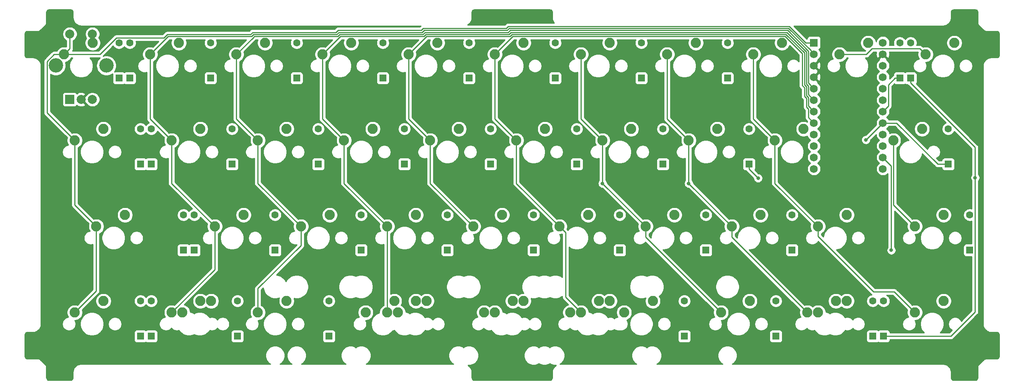
<source format=gbr>
G04 #@! TF.GenerationSoftware,KiCad,Pcbnew,(5.1.4)-1*
G04 #@! TF.CreationDate,2021-03-27T10:35:16-07:00*
G04 #@! TF.ProjectId,Rosies Board,526f7369-6573-4204-926f-6172642e6b69,rev?*
G04 #@! TF.SameCoordinates,Original*
G04 #@! TF.FileFunction,Copper,L1,Top*
G04 #@! TF.FilePolarity,Positive*
%FSLAX46Y46*%
G04 Gerber Fmt 4.6, Leading zero omitted, Abs format (unit mm)*
G04 Created by KiCad (PCBNEW (5.1.4)-1) date 2021-03-27 10:35:16*
%MOMM*%
%LPD*%
G04 APERTURE LIST*
%ADD10C,2.250000*%
%ADD11R,2.000000X2.000000*%
%ADD12C,2.000000*%
%ADD13C,3.200000*%
%ADD14C,1.752600*%
%ADD15R,1.752600X1.752600*%
%ADD16R,1.600000X1.600000*%
%ADD17C,1.600000*%
%ADD18C,0.800000*%
%ADD19C,0.250000*%
%ADD20C,0.254000*%
G04 APERTURE END LIST*
D10*
X223997180Y-40163940D03*
X217647180Y-42703940D03*
X197803320Y-40163940D03*
X191453320Y-42703940D03*
D11*
X35572860Y-33625900D03*
D12*
X38072860Y-33625900D03*
X40572860Y-33625900D03*
D13*
X32472860Y-26125900D03*
X43672860Y-26125900D03*
D12*
X35572860Y-19125900D03*
X40572860Y-19125900D03*
D14*
X215333580Y-21046440D03*
X200093580Y-48986440D03*
X215333580Y-23586440D03*
X215333580Y-26126440D03*
X215333580Y-28666440D03*
X215333580Y-31206440D03*
X215333580Y-33746440D03*
X215333580Y-36286440D03*
X215333580Y-38826440D03*
X215333580Y-41366440D03*
X215333580Y-43906440D03*
X215333580Y-46446440D03*
X215333580Y-48986440D03*
X200093580Y-46446440D03*
X200093580Y-43906440D03*
X200093580Y-41366440D03*
X200093580Y-38826440D03*
X200093580Y-36286440D03*
X200093580Y-33746440D03*
X200093580Y-31206440D03*
X200093580Y-28666440D03*
X200093580Y-26126440D03*
X200093580Y-23586440D03*
D15*
X200093580Y-21046440D03*
D10*
X228759700Y-78264100D03*
X222409700Y-80804100D03*
X212090880Y-21113860D03*
X205740880Y-23653860D03*
X164465680Y-78264100D03*
X158115680Y-80804100D03*
X107315440Y-78264100D03*
X100965440Y-80804100D03*
X129540560Y-80804100D03*
X135890560Y-78264100D03*
X133509300Y-78264100D03*
X127159300Y-80804100D03*
X204947100Y-78264100D03*
X198597100Y-80804100D03*
X66834020Y-78264100D03*
X60484020Y-80804100D03*
X154940640Y-78264100D03*
X148590640Y-80804100D03*
X114459220Y-78264100D03*
X108109220Y-80804100D03*
X231140960Y-21113860D03*
X224790960Y-23653860D03*
X207328360Y-78264100D03*
X200978360Y-80804100D03*
X185897020Y-78264100D03*
X179547020Y-80804100D03*
X152559380Y-78264100D03*
X146209380Y-80804100D03*
X112077960Y-78264100D03*
X105727960Y-80804100D03*
X83502840Y-78264100D03*
X77152840Y-80804100D03*
X64452760Y-78264100D03*
X58102760Y-80804100D03*
X43021420Y-78264100D03*
X36671420Y-80804100D03*
X228759700Y-59214020D03*
X222409700Y-61754020D03*
X207328360Y-59214020D03*
X200978360Y-61754020D03*
X188278280Y-59214020D03*
X181928280Y-61754020D03*
X169228200Y-59214020D03*
X162878200Y-61754020D03*
X150178120Y-59214020D03*
X143828120Y-61754020D03*
X131128040Y-59214020D03*
X124778040Y-61754020D03*
X112077960Y-59214020D03*
X105727960Y-61754020D03*
X93027880Y-59214020D03*
X86677880Y-61754020D03*
X73977800Y-59214020D03*
X67627800Y-61754020D03*
X47783940Y-59214020D03*
X41433940Y-61754020D03*
X178753240Y-40163940D03*
X172403240Y-42703940D03*
X159703160Y-40163940D03*
X153353160Y-42703940D03*
X140653080Y-40163940D03*
X134303080Y-42703940D03*
X121603000Y-40163940D03*
X115253000Y-42703940D03*
X102552920Y-40163940D03*
X96202920Y-42703940D03*
X83502840Y-40163940D03*
X77152840Y-42703940D03*
X64452760Y-40163940D03*
X58102760Y-42703940D03*
X43021420Y-40163940D03*
X36671420Y-42703940D03*
X193040800Y-21113860D03*
X186690800Y-23653860D03*
X173990720Y-21113860D03*
X167640720Y-23653860D03*
X154940640Y-21113860D03*
X148590640Y-23653860D03*
X135890560Y-21113860D03*
X129540560Y-23653860D03*
X116840480Y-21113860D03*
X110490480Y-23653860D03*
X97790400Y-21113860D03*
X91440400Y-23653860D03*
X78740320Y-21113860D03*
X72390320Y-23653860D03*
X59690240Y-21113860D03*
X53340240Y-23653860D03*
X40640160Y-21113860D03*
X34290160Y-23653860D03*
D16*
X221457180Y-28903230D03*
D17*
X221457180Y-21103230D03*
D16*
X215504030Y-86053470D03*
D17*
X215504030Y-78253470D03*
D16*
X213122770Y-86053470D03*
D17*
X213122770Y-78253470D03*
D16*
X191691430Y-86053470D03*
D17*
X191691430Y-78253470D03*
D16*
X171450720Y-86053470D03*
D17*
X171450720Y-78253470D03*
D16*
X92869140Y-86053470D03*
D17*
X92869140Y-78253470D03*
D16*
X72628430Y-86053470D03*
D17*
X72628430Y-78253470D03*
D16*
X53578350Y-86053470D03*
D17*
X53578350Y-78253470D03*
D16*
X51197090Y-86053470D03*
D17*
X51197090Y-78253470D03*
D16*
X234554110Y-67003390D03*
D17*
X234554110Y-59203390D03*
D16*
X195263320Y-67003390D03*
D17*
X195263320Y-59203390D03*
D16*
X176213240Y-67003390D03*
D17*
X176213240Y-59203390D03*
D16*
X157163160Y-67003390D03*
D17*
X157163160Y-59203390D03*
D16*
X138113080Y-67003390D03*
D17*
X138113080Y-59203390D03*
D16*
X119063000Y-67003390D03*
D17*
X119063000Y-59203390D03*
D16*
X100012920Y-67003390D03*
D17*
X100012920Y-59203390D03*
D16*
X80962840Y-67003390D03*
D17*
X80962840Y-59203390D03*
D16*
X63103390Y-67003390D03*
D17*
X63103390Y-59203390D03*
D16*
X60722130Y-67003390D03*
D17*
X60722130Y-59203390D03*
D16*
X229791590Y-47953310D03*
D17*
X229791590Y-40153310D03*
D16*
X185738280Y-47953310D03*
D17*
X185738280Y-40153310D03*
D16*
X166688200Y-47953310D03*
D17*
X166688200Y-40153310D03*
D16*
X147638120Y-47953310D03*
D17*
X147638120Y-40153310D03*
D16*
X128588040Y-47953310D03*
D17*
X128588040Y-40153310D03*
D16*
X109537960Y-47953310D03*
D17*
X109537960Y-40153310D03*
D16*
X90487880Y-47953310D03*
D17*
X90487880Y-40153310D03*
D16*
X71437800Y-47953310D03*
D17*
X71437800Y-40153310D03*
D16*
X53578350Y-47953310D03*
D17*
X53578350Y-40153310D03*
D16*
X51197090Y-47953310D03*
D17*
X51197090Y-40153310D03*
D16*
X219075920Y-28903230D03*
D17*
X219075920Y-21103230D03*
D16*
X180975760Y-28903230D03*
D17*
X180975760Y-21103230D03*
D16*
X161925680Y-28903230D03*
D17*
X161925680Y-21103230D03*
D16*
X142875600Y-28903230D03*
D17*
X142875600Y-21103230D03*
D16*
X123825520Y-28903230D03*
D17*
X123825520Y-21103230D03*
D16*
X104775440Y-28903230D03*
D17*
X104775440Y-21103230D03*
D16*
X85725360Y-28903230D03*
D17*
X85725360Y-21103230D03*
D16*
X66675280Y-28903230D03*
D17*
X66675280Y-21103230D03*
D16*
X48815830Y-28903230D03*
D17*
X48815830Y-21103230D03*
D16*
X46434570Y-28903230D03*
D17*
X46434570Y-21103230D03*
D18*
X187754260Y-51053970D03*
X211592279Y-42567741D03*
X217199750Y-67003390D03*
X235744740Y-50937440D03*
X125016150Y-14287560D03*
X141684970Y-14287560D03*
X153353160Y-52228980D03*
X172403240Y-52228980D03*
D19*
X218025920Y-28903230D02*
X219075920Y-28903230D01*
X216534881Y-30394269D02*
X218025920Y-28903230D01*
X216534881Y-35085139D02*
X216534881Y-30394269D01*
X215333580Y-36286440D02*
X216534881Y-35085139D01*
X216572855Y-38826440D02*
X215333580Y-38826440D01*
X218343678Y-38826440D02*
X216572855Y-38826440D01*
X227470548Y-47953310D02*
X218343678Y-38826440D01*
X229791590Y-47953310D02*
X227470548Y-47953310D01*
X185738280Y-49037990D02*
X185738280Y-47953310D01*
X187754260Y-51053970D02*
X185738280Y-49037990D01*
X211592279Y-42567741D02*
X215333580Y-38826440D01*
X217197170Y-67000810D02*
X217199750Y-67003390D01*
X217197170Y-48310030D02*
X217197170Y-67000810D01*
X215333580Y-46446440D02*
X217197170Y-48310030D01*
X221457180Y-29953230D02*
X235744740Y-44240790D01*
X221457180Y-28903230D02*
X221457180Y-29953230D01*
X216554030Y-86053470D02*
X215504030Y-86053470D01*
X230366332Y-86053470D02*
X216554030Y-86053470D01*
X235744740Y-80675062D02*
X230366332Y-86053470D01*
X235744740Y-44240790D02*
X235744740Y-50937440D01*
X235744740Y-50937440D02*
X235744740Y-80675062D01*
X36671420Y-56991500D02*
X41433940Y-61754020D01*
X36671420Y-42703940D02*
X36671420Y-56991500D01*
X41433940Y-76041580D02*
X36671420Y-80804100D01*
X41433940Y-61754020D02*
X41433940Y-76041580D01*
X35546421Y-41578941D02*
X36671420Y-42703940D01*
X30547859Y-36580379D02*
X35546421Y-41578941D01*
X30547859Y-25201899D02*
X30547859Y-36580379D01*
X32095898Y-23653860D02*
X30547859Y-25201899D01*
X34290160Y-23653860D02*
X32095898Y-23653860D01*
X35572860Y-22371160D02*
X34290160Y-23653860D01*
X35572860Y-19125900D02*
X35572860Y-22371160D01*
X132538476Y-17413814D02*
X194668797Y-17413813D01*
X198301428Y-21046440D02*
X200093580Y-21046440D01*
X194668797Y-17413813D02*
X198301428Y-21046440D01*
X113734877Y-17863823D02*
X132088467Y-17863823D01*
X94871198Y-18313832D02*
X113284869Y-18313831D01*
X94421189Y-18763841D02*
X94871198Y-18313832D01*
X76007519Y-18763841D02*
X94421189Y-18763841D01*
X42218938Y-23653860D02*
X45894569Y-19978229D01*
X34290160Y-23653860D02*
X42218938Y-23653860D01*
X113284869Y-18313831D02*
X113734877Y-17863823D01*
X45894569Y-19978229D02*
X56379461Y-19978229D01*
X132088467Y-17863823D02*
X132538476Y-17413814D01*
X56379461Y-19978229D02*
X57143840Y-19213850D01*
X57143840Y-19213850D02*
X75557511Y-19213849D01*
X75557511Y-19213849D02*
X76007519Y-18763841D01*
X53340240Y-37941420D02*
X58102760Y-42703940D01*
X53340240Y-23653860D02*
X53340240Y-37941420D01*
X58102760Y-52228980D02*
X67627800Y-61754020D01*
X58102760Y-42703940D02*
X58102760Y-52228980D01*
X67627800Y-71279060D02*
X58102760Y-80804100D01*
X67627800Y-61754020D02*
X67627800Y-71279060D01*
X95057599Y-18763841D02*
X94607591Y-19213849D01*
X76193920Y-19213850D02*
X75743911Y-19663859D01*
X113471269Y-18763841D02*
X95057599Y-18763841D01*
X113921278Y-18313832D02*
X113471269Y-18763841D01*
X94607591Y-19213849D02*
X76193920Y-19213850D01*
X132274869Y-18313831D02*
X113921278Y-18313832D01*
X132724877Y-17863823D02*
X132274869Y-18313831D01*
X75743911Y-19663859D02*
X57330241Y-19663859D01*
X53340240Y-23653860D02*
X56893000Y-20101100D01*
X200093580Y-23586440D02*
X200093580Y-23474999D01*
X200093580Y-23474999D02*
X199342286Y-22723705D01*
X57330241Y-19663859D02*
X56893000Y-20101100D01*
X199342286Y-22723705D02*
X194482398Y-17863822D01*
X194482398Y-17863822D02*
X132724877Y-17863823D01*
X72390320Y-37941420D02*
X77152840Y-42703940D01*
X72390320Y-23653860D02*
X72390320Y-37941420D01*
X77152840Y-52228980D02*
X86677880Y-61754020D01*
X77152840Y-42703940D02*
X77152840Y-52228980D01*
X77152840Y-79213110D02*
X77152840Y-80804100D01*
X77152840Y-75473686D02*
X77152840Y-79213110D01*
X86677880Y-65948646D02*
X77152840Y-75473686D01*
X86677880Y-61754020D02*
X86677880Y-65948646D01*
X199217281Y-30330141D02*
X200093580Y-31206440D01*
X198892279Y-30005139D02*
X199217281Y-30330141D01*
X198892279Y-23253581D02*
X198892279Y-30005139D01*
X198892279Y-23021549D02*
X198892279Y-23253581D01*
X94793991Y-19663859D02*
X76380321Y-19663859D01*
X95244000Y-19213850D02*
X94793991Y-19663859D01*
X113657671Y-19213849D02*
X95244000Y-19213850D01*
X114107679Y-18763841D02*
X113657671Y-19213849D01*
X76380321Y-19663859D02*
X76167830Y-19876350D01*
X132461269Y-18763841D02*
X114107679Y-18763841D01*
X72390320Y-23653860D02*
X76167830Y-19876350D01*
X198892279Y-23253581D02*
X198892278Y-22910106D01*
X198892278Y-22910106D02*
X194295999Y-18313831D01*
X194295999Y-18313831D02*
X132911278Y-18313832D01*
X132911278Y-18313832D02*
X132461269Y-18763841D01*
X91440400Y-37941420D02*
X96202920Y-42703940D01*
X91440400Y-23653860D02*
X91440400Y-37941420D01*
X96202920Y-52228980D02*
X105727960Y-61754020D01*
X96202920Y-42703940D02*
X96202920Y-52228980D01*
X105727960Y-61754020D02*
X105727960Y-80804100D01*
X113844071Y-19663859D02*
X95430401Y-19663859D01*
X114294080Y-19213850D02*
X113844071Y-19663859D01*
X133097679Y-18763841D02*
X132647671Y-19213849D01*
X194109600Y-18763840D02*
X190896239Y-18763841D01*
X132647671Y-19213849D02*
X114294080Y-19213850D01*
X198442269Y-23096507D02*
X194109600Y-18763840D01*
X190896239Y-18763841D02*
X133097679Y-18763841D01*
X91440400Y-23653860D02*
X95273750Y-19820510D01*
X200093580Y-33746440D02*
X198892279Y-32545139D01*
X95430401Y-19663859D02*
X95273750Y-19820510D01*
X198892279Y-32545139D02*
X198892279Y-30641549D01*
X198892279Y-30641549D02*
X198442270Y-30191540D01*
X198442270Y-30191540D02*
X198442269Y-23096507D01*
X110490480Y-37941420D02*
X115253000Y-42703940D01*
X110490480Y-23653860D02*
X110490480Y-37941420D01*
X115253000Y-52228980D02*
X124778040Y-61754020D01*
X115253000Y-42703940D02*
X115253000Y-52228980D01*
X198892279Y-33181549D02*
X198892279Y-35085139D01*
X198892279Y-35085139D02*
X199217281Y-35410141D01*
X198442270Y-32731540D02*
X198892279Y-33181549D01*
X197992261Y-30377941D02*
X198442269Y-30827949D01*
X199217281Y-35410141D02*
X200093580Y-36286440D01*
X198442269Y-30827949D02*
X198442270Y-32731540D01*
X197992260Y-23936220D02*
X197992261Y-23936221D01*
X197992260Y-23282908D02*
X197992260Y-23936220D01*
X193923201Y-19213849D02*
X197992260Y-23282908D01*
X110490480Y-23653860D02*
X114480481Y-19663859D01*
X114480481Y-19663859D02*
X132894151Y-19663859D01*
X197992261Y-23936221D02*
X197992261Y-30377941D01*
X132894151Y-19663859D02*
X133344160Y-19213850D01*
X197992261Y-23394351D02*
X197992261Y-23936221D01*
X133344160Y-19213850D02*
X193923201Y-19213849D01*
X129540560Y-37941420D02*
X134303080Y-42703940D01*
X129540560Y-23653860D02*
X129540560Y-37941420D01*
X134303080Y-52228980D02*
X143828120Y-61754020D01*
X134303080Y-42703940D02*
X134303080Y-52228980D01*
X147465641Y-79679101D02*
X148590640Y-80804100D01*
X145194581Y-77408041D02*
X147465641Y-79679101D01*
X145194581Y-63120481D02*
X145194581Y-77408041D01*
X143828120Y-61754020D02*
X145194581Y-63120481D01*
X133370020Y-19824400D02*
X129540560Y-23653860D01*
X133530561Y-19663859D02*
X133370020Y-19824400D01*
X193736801Y-19663859D02*
X133530561Y-19663859D01*
X197542251Y-23469309D02*
X196923221Y-22850279D01*
X197542252Y-30564342D02*
X197542251Y-23469309D01*
X197992261Y-31014351D02*
X197542252Y-30564342D01*
X197992261Y-32917941D02*
X197992261Y-31014351D01*
X198442269Y-33367949D02*
X197992261Y-32917941D01*
X196923221Y-22850279D02*
X193736801Y-19663859D01*
X197092243Y-23019301D02*
X196923221Y-22850279D01*
X200093580Y-38826440D02*
X198892279Y-37625139D01*
X198892279Y-37625139D02*
X198892279Y-35721549D01*
X198892279Y-35721549D02*
X198442270Y-35271540D01*
X198442270Y-35271540D02*
X198442269Y-33367949D01*
X153353160Y-52228980D02*
X162878200Y-61754020D01*
X153353160Y-42703940D02*
X153353160Y-52228980D01*
X162878200Y-64135280D02*
X179547020Y-80804100D01*
X162878200Y-61754020D02*
X162878200Y-64135280D01*
X148590640Y-37941420D02*
X153353160Y-42703940D01*
X148590640Y-23653860D02*
X148590640Y-37941420D01*
X172403240Y-52228980D02*
X181928280Y-61754020D01*
X172403240Y-42703940D02*
X172403240Y-52228980D01*
X181928280Y-64135280D02*
X198597100Y-80804100D01*
X181928280Y-61754020D02*
X181928280Y-64135280D01*
X167640720Y-37941420D02*
X172403240Y-42703940D01*
X167640720Y-23653860D02*
X167640720Y-37941420D01*
X191453320Y-52228980D02*
X200978360Y-61754020D01*
X191453320Y-42703940D02*
X191453320Y-52228980D01*
X200978360Y-63915994D02*
X213262686Y-76200320D01*
X200978360Y-61754020D02*
X200978360Y-63915994D01*
X217805920Y-76200320D02*
X222409700Y-80804100D01*
X213262686Y-76200320D02*
X217805920Y-76200320D01*
X186690800Y-37941420D02*
X191453320Y-42703940D01*
X186690800Y-23653860D02*
X186690800Y-37941420D01*
X217647180Y-56991500D02*
X222409700Y-61754020D01*
X217647180Y-42703940D02*
X217647180Y-56991500D01*
X207331870Y-23653860D02*
X205740880Y-23653860D01*
X211696882Y-23653860D02*
X207331870Y-23653860D01*
X212965603Y-22385139D02*
X211696882Y-23653860D01*
X223522239Y-22385139D02*
X212965603Y-22385139D01*
X224790960Y-23653860D02*
X223522239Y-22385139D01*
D20*
G36*
X35821352Y-13770140D02*
G01*
X35919902Y-13799895D01*
X36010796Y-13848224D01*
X36090569Y-13913286D01*
X36156189Y-13992607D01*
X36205150Y-14083158D01*
X36235591Y-14181497D01*
X36249530Y-14314118D01*
X36249531Y-15510609D01*
X36252325Y-15538980D01*
X36252274Y-15546319D01*
X36253173Y-15555490D01*
X36277462Y-15786588D01*
X36289500Y-15845230D01*
X36300700Y-15903946D01*
X36303362Y-15912760D01*
X36303363Y-15912767D01*
X36303364Y-15912769D01*
X36372078Y-16134746D01*
X36395251Y-16189872D01*
X36417667Y-16245354D01*
X36421993Y-16253490D01*
X36532514Y-16457894D01*
X36565959Y-16507478D01*
X36598719Y-16557541D01*
X36604543Y-16564682D01*
X36752662Y-16743727D01*
X36795117Y-16785886D01*
X36836961Y-16828616D01*
X36844061Y-16834490D01*
X37024135Y-16981355D01*
X37073962Y-17014460D01*
X37123318Y-17048255D01*
X37131425Y-17052638D01*
X37336595Y-17161729D01*
X37391912Y-17184529D01*
X37446881Y-17208089D01*
X37455682Y-17210812D01*
X37455686Y-17210814D01*
X37455690Y-17210815D01*
X37678137Y-17277977D01*
X37736829Y-17289598D01*
X37795330Y-17302033D01*
X37804493Y-17302996D01*
X37804495Y-17302996D01*
X38035756Y-17325671D01*
X38035768Y-17325671D01*
X38067741Y-17328820D01*
X113190774Y-17328820D01*
X113171077Y-17352821D01*
X112970067Y-17553831D01*
X94908531Y-17553833D01*
X94871198Y-17550156D01*
X94833865Y-17553833D01*
X94824687Y-17554737D01*
X94722212Y-17564830D01*
X94578951Y-17608286D01*
X94446922Y-17678858D01*
X94378744Y-17734811D01*
X94331197Y-17773832D01*
X94307400Y-17802829D01*
X94106388Y-18003841D01*
X76044841Y-18003841D01*
X76007518Y-18000165D01*
X75970195Y-18003841D01*
X75970186Y-18003841D01*
X75858533Y-18014838D01*
X75715272Y-18058295D01*
X75583243Y-18128867D01*
X75467518Y-18223840D01*
X75443719Y-18252839D01*
X75242709Y-18453849D01*
X57181172Y-18453851D01*
X57143839Y-18450174D01*
X56994853Y-18464848D01*
X56851593Y-18508304D01*
X56719563Y-18578876D01*
X56632837Y-18650051D01*
X56632832Y-18650056D01*
X56603839Y-18673850D01*
X56580045Y-18702843D01*
X56064660Y-19218229D01*
X45931891Y-19218229D01*
X45894568Y-19214553D01*
X45857245Y-19218229D01*
X45857236Y-19218229D01*
X45745583Y-19229226D01*
X45602322Y-19272683D01*
X45470293Y-19343255D01*
X45354568Y-19438228D01*
X45330770Y-19467226D01*
X41904137Y-22893860D01*
X36127060Y-22893860D01*
X36207834Y-22795436D01*
X36278406Y-22663407D01*
X36321863Y-22520146D01*
X36332860Y-22408493D01*
X36332860Y-22408485D01*
X36336536Y-22371160D01*
X36332860Y-22333835D01*
X36332860Y-20940515D01*
X38880160Y-20940515D01*
X38880160Y-21287205D01*
X38947796Y-21627233D01*
X39080468Y-21947533D01*
X39273079Y-22235795D01*
X39518225Y-22480941D01*
X39806487Y-22673552D01*
X40126787Y-22806224D01*
X40466815Y-22873860D01*
X40813505Y-22873860D01*
X41153533Y-22806224D01*
X41473833Y-22673552D01*
X41762095Y-22480941D01*
X42007241Y-22235795D01*
X42199852Y-21947533D01*
X42332524Y-21627233D01*
X42400160Y-21287205D01*
X42400160Y-20940515D01*
X42332524Y-20600487D01*
X42199852Y-20280187D01*
X42007241Y-19991925D01*
X41979281Y-19963965D01*
X42021778Y-19900363D01*
X42145028Y-19602812D01*
X42207860Y-19286933D01*
X42207860Y-18964867D01*
X42145028Y-18648988D01*
X42021778Y-18351437D01*
X41842847Y-18083648D01*
X41615112Y-17855913D01*
X41347323Y-17676982D01*
X41049772Y-17553732D01*
X40733893Y-17490900D01*
X40411827Y-17490900D01*
X40095948Y-17553732D01*
X39798397Y-17676982D01*
X39530608Y-17855913D01*
X39302873Y-18083648D01*
X39123942Y-18351437D01*
X39000692Y-18648988D01*
X38937860Y-18964867D01*
X38937860Y-19286933D01*
X39000692Y-19602812D01*
X39123942Y-19900363D01*
X39229100Y-20057744D01*
X39080468Y-20280187D01*
X38947796Y-20600487D01*
X38880160Y-20940515D01*
X36332860Y-20940515D01*
X36332860Y-20580809D01*
X36347323Y-20574818D01*
X36615112Y-20395887D01*
X36842847Y-20168152D01*
X37021778Y-19900363D01*
X37145028Y-19602812D01*
X37207860Y-19286933D01*
X37207860Y-18964867D01*
X37145028Y-18648988D01*
X37021778Y-18351437D01*
X36842847Y-18083648D01*
X36615112Y-17855913D01*
X36347323Y-17676982D01*
X36049772Y-17553732D01*
X35733893Y-17490900D01*
X35411827Y-17490900D01*
X35095948Y-17553732D01*
X34798397Y-17676982D01*
X34530608Y-17855913D01*
X34302873Y-18083648D01*
X34123942Y-18351437D01*
X34000692Y-18648988D01*
X33937860Y-18964867D01*
X33937860Y-19286933D01*
X34000692Y-19602812D01*
X34123942Y-19900363D01*
X34302873Y-20168152D01*
X34530608Y-20395887D01*
X34798397Y-20574818D01*
X34812860Y-20580809D01*
X34812861Y-21965360D01*
X34803533Y-21961496D01*
X34463505Y-21893860D01*
X34116815Y-21893860D01*
X33776787Y-21961496D01*
X33456487Y-22094168D01*
X33168225Y-22286779D01*
X32923079Y-22531925D01*
X32730468Y-22820187D01*
X32699952Y-22893860D01*
X32133223Y-22893860D01*
X32095898Y-22890184D01*
X32058573Y-22893860D01*
X32058565Y-22893860D01*
X31946912Y-22904857D01*
X31803651Y-22948314D01*
X31671622Y-23018886D01*
X31555897Y-23113859D01*
X31532100Y-23142856D01*
X30036862Y-24638095D01*
X30007858Y-24661898D01*
X29963488Y-24715964D01*
X29912885Y-24777623D01*
X29866671Y-24864083D01*
X29842313Y-24909653D01*
X29798856Y-25052914D01*
X29787859Y-25164567D01*
X29787859Y-25164577D01*
X29784183Y-25201899D01*
X29787859Y-25239221D01*
X29787860Y-36543047D01*
X29784183Y-36580379D01*
X29798857Y-36729364D01*
X29842313Y-36872625D01*
X29912885Y-37004655D01*
X29984060Y-37091381D01*
X30007859Y-37120380D01*
X30036857Y-37144178D01*
X35009572Y-42116894D01*
X34979056Y-42190567D01*
X34911420Y-42530595D01*
X34911420Y-42877285D01*
X34979056Y-43217313D01*
X35111728Y-43537613D01*
X35244058Y-43735659D01*
X34960969Y-43791969D01*
X34686167Y-43905796D01*
X34438851Y-44071047D01*
X34228527Y-44281371D01*
X34063276Y-44528687D01*
X33949449Y-44803489D01*
X33891420Y-45095218D01*
X33891420Y-45392662D01*
X33949449Y-45684391D01*
X34063276Y-45959193D01*
X34228527Y-46206509D01*
X34438851Y-46416833D01*
X34686167Y-46582084D01*
X34960969Y-46695911D01*
X35252698Y-46753940D01*
X35550142Y-46753940D01*
X35841871Y-46695911D01*
X35911420Y-46667103D01*
X35911421Y-56954168D01*
X35907744Y-56991500D01*
X35922418Y-57140485D01*
X35965874Y-57283746D01*
X36036446Y-57415776D01*
X36107621Y-57502502D01*
X36131420Y-57531501D01*
X36160418Y-57555299D01*
X39772092Y-61166975D01*
X39741576Y-61240647D01*
X39673940Y-61580675D01*
X39673940Y-61927365D01*
X39741576Y-62267393D01*
X39874248Y-62587693D01*
X40006578Y-62785739D01*
X39723489Y-62842049D01*
X39448687Y-62955876D01*
X39201371Y-63121127D01*
X38991047Y-63331451D01*
X38825796Y-63578767D01*
X38711969Y-63853569D01*
X38653940Y-64145298D01*
X38653940Y-64442742D01*
X38711969Y-64734471D01*
X38825796Y-65009273D01*
X38991047Y-65256589D01*
X39201371Y-65466913D01*
X39448687Y-65632164D01*
X39723489Y-65745991D01*
X40015218Y-65804020D01*
X40312662Y-65804020D01*
X40604391Y-65745991D01*
X40673940Y-65717183D01*
X40673941Y-75726776D01*
X37258466Y-79142252D01*
X37184793Y-79111736D01*
X36844765Y-79044100D01*
X36498075Y-79044100D01*
X36158047Y-79111736D01*
X35837747Y-79244408D01*
X35549485Y-79437019D01*
X35304339Y-79682165D01*
X35111728Y-79970427D01*
X34979056Y-80290727D01*
X34911420Y-80630755D01*
X34911420Y-80977445D01*
X34979056Y-81317473D01*
X35111728Y-81637773D01*
X35244058Y-81835819D01*
X34960969Y-81892129D01*
X34686167Y-82005956D01*
X34438851Y-82171207D01*
X34228527Y-82381531D01*
X34063276Y-82628847D01*
X33949449Y-82903649D01*
X33891420Y-83195378D01*
X33891420Y-83492822D01*
X33949449Y-83784551D01*
X34063276Y-84059353D01*
X34228527Y-84306669D01*
X34438851Y-84516993D01*
X34686167Y-84682244D01*
X34960969Y-84796071D01*
X35252698Y-84854100D01*
X35550142Y-84854100D01*
X35841871Y-84796071D01*
X36116673Y-84682244D01*
X36363989Y-84516993D01*
X36574313Y-84306669D01*
X36739564Y-84059353D01*
X36853391Y-83784551D01*
X36911420Y-83492822D01*
X36911420Y-83195378D01*
X36889500Y-83085176D01*
X37852520Y-83085176D01*
X37852520Y-83603024D01*
X37953547Y-84110922D01*
X38151719Y-84589351D01*
X38439420Y-85019926D01*
X38805594Y-85386100D01*
X39236169Y-85673801D01*
X39714598Y-85871973D01*
X40222496Y-85973000D01*
X40740344Y-85973000D01*
X41248242Y-85871973D01*
X41726671Y-85673801D01*
X42157246Y-85386100D01*
X42289876Y-85253470D01*
X49759018Y-85253470D01*
X49759018Y-86853470D01*
X49771278Y-86977952D01*
X49807588Y-87097650D01*
X49866553Y-87207964D01*
X49945905Y-87304655D01*
X50042596Y-87384007D01*
X50152910Y-87442972D01*
X50272608Y-87479282D01*
X50397090Y-87491542D01*
X51997090Y-87491542D01*
X52121572Y-87479282D01*
X52241270Y-87442972D01*
X52351584Y-87384007D01*
X52387720Y-87354351D01*
X52423856Y-87384007D01*
X52534170Y-87442972D01*
X52653868Y-87479282D01*
X52778350Y-87491542D01*
X54378350Y-87491542D01*
X54502832Y-87479282D01*
X54622530Y-87442972D01*
X54732844Y-87384007D01*
X54829535Y-87304655D01*
X54908887Y-87207964D01*
X54967852Y-87097650D01*
X55004162Y-86977952D01*
X55016422Y-86853470D01*
X55016422Y-85253470D01*
X55004162Y-85128988D01*
X54967852Y-85009290D01*
X54908887Y-84898976D01*
X54829535Y-84802285D01*
X54732844Y-84722933D01*
X54622530Y-84663968D01*
X54502832Y-84627658D01*
X54378350Y-84615398D01*
X52778350Y-84615398D01*
X52653868Y-84627658D01*
X52534170Y-84663968D01*
X52423856Y-84722933D01*
X52387720Y-84752589D01*
X52351584Y-84722933D01*
X52241270Y-84663968D01*
X52121572Y-84627658D01*
X51997090Y-84615398D01*
X50397090Y-84615398D01*
X50272608Y-84627658D01*
X50152910Y-84663968D01*
X50042596Y-84722933D01*
X49945905Y-84802285D01*
X49866553Y-84898976D01*
X49807588Y-85009290D01*
X49771278Y-85128988D01*
X49759018Y-85253470D01*
X42289876Y-85253470D01*
X42523420Y-85019926D01*
X42811121Y-84589351D01*
X43009293Y-84110922D01*
X43110320Y-83603024D01*
X43110320Y-83195378D01*
X44051420Y-83195378D01*
X44051420Y-83492822D01*
X44109449Y-83784551D01*
X44223276Y-84059353D01*
X44388527Y-84306669D01*
X44598851Y-84516993D01*
X44846167Y-84682244D01*
X45120969Y-84796071D01*
X45412698Y-84854100D01*
X45710142Y-84854100D01*
X46001871Y-84796071D01*
X46276673Y-84682244D01*
X46523989Y-84516993D01*
X46734313Y-84306669D01*
X46899564Y-84059353D01*
X47013391Y-83784551D01*
X47071420Y-83492822D01*
X47071420Y-83195378D01*
X47013391Y-82903649D01*
X46899564Y-82628847D01*
X46734313Y-82381531D01*
X46523989Y-82171207D01*
X46276673Y-82005956D01*
X46001871Y-81892129D01*
X45710142Y-81834100D01*
X45412698Y-81834100D01*
X45120969Y-81892129D01*
X44846167Y-82005956D01*
X44598851Y-82171207D01*
X44388527Y-82381531D01*
X44223276Y-82628847D01*
X44109449Y-82903649D01*
X44051420Y-83195378D01*
X43110320Y-83195378D01*
X43110320Y-83085176D01*
X43009293Y-82577278D01*
X42811121Y-82098849D01*
X42523420Y-81668274D01*
X42157246Y-81302100D01*
X41726671Y-81014399D01*
X41248242Y-80816227D01*
X40740344Y-80715200D01*
X40222496Y-80715200D01*
X39714598Y-80816227D01*
X39236169Y-81014399D01*
X38805594Y-81302100D01*
X38439420Y-81668274D01*
X38151719Y-82098849D01*
X37953547Y-82577278D01*
X37852520Y-83085176D01*
X36889500Y-83085176D01*
X36853391Y-82903649D01*
X36739564Y-82628847D01*
X36696302Y-82564100D01*
X36844765Y-82564100D01*
X37184793Y-82496464D01*
X37505093Y-82363792D01*
X37793355Y-82171181D01*
X38038501Y-81926035D01*
X38231112Y-81637773D01*
X38363784Y-81317473D01*
X38431420Y-80977445D01*
X38431420Y-80630755D01*
X38363784Y-80290727D01*
X38333268Y-80217054D01*
X40459567Y-78090755D01*
X41261420Y-78090755D01*
X41261420Y-78437445D01*
X41329056Y-78777473D01*
X41461728Y-79097773D01*
X41654339Y-79386035D01*
X41899485Y-79631181D01*
X42187747Y-79823792D01*
X42508047Y-79956464D01*
X42848075Y-80024100D01*
X43194765Y-80024100D01*
X43534793Y-79956464D01*
X43855093Y-79823792D01*
X44143355Y-79631181D01*
X44388501Y-79386035D01*
X44581112Y-79097773D01*
X44713784Y-78777473D01*
X44781420Y-78437445D01*
X44781420Y-78112135D01*
X49762090Y-78112135D01*
X49762090Y-78394805D01*
X49817237Y-78672044D01*
X49925410Y-78933197D01*
X50082453Y-79168229D01*
X50282331Y-79368107D01*
X50517363Y-79525150D01*
X50778516Y-79633323D01*
X51055755Y-79688470D01*
X51338425Y-79688470D01*
X51615664Y-79633323D01*
X51876817Y-79525150D01*
X52111849Y-79368107D01*
X52311727Y-79168229D01*
X52387720Y-79054497D01*
X52463713Y-79168229D01*
X52663591Y-79368107D01*
X52898623Y-79525150D01*
X53159776Y-79633323D01*
X53437015Y-79688470D01*
X53719685Y-79688470D01*
X53996924Y-79633323D01*
X54258077Y-79525150D01*
X54493109Y-79368107D01*
X54692987Y-79168229D01*
X54850030Y-78933197D01*
X54958203Y-78672044D01*
X55013350Y-78394805D01*
X55013350Y-78112135D01*
X54958203Y-77834896D01*
X54850030Y-77573743D01*
X54692987Y-77338711D01*
X54493109Y-77138833D01*
X54258077Y-76981790D01*
X53996924Y-76873617D01*
X53719685Y-76818470D01*
X53437015Y-76818470D01*
X53159776Y-76873617D01*
X52898623Y-76981790D01*
X52663591Y-77138833D01*
X52463713Y-77338711D01*
X52387720Y-77452443D01*
X52311727Y-77338711D01*
X52111849Y-77138833D01*
X51876817Y-76981790D01*
X51615664Y-76873617D01*
X51338425Y-76818470D01*
X51055755Y-76818470D01*
X50778516Y-76873617D01*
X50517363Y-76981790D01*
X50282331Y-77138833D01*
X50082453Y-77338711D01*
X49925410Y-77573743D01*
X49817237Y-77834896D01*
X49762090Y-78112135D01*
X44781420Y-78112135D01*
X44781420Y-78090755D01*
X44713784Y-77750727D01*
X44581112Y-77430427D01*
X44388501Y-77142165D01*
X44143355Y-76897019D01*
X43855093Y-76704408D01*
X43534793Y-76571736D01*
X43194765Y-76504100D01*
X42848075Y-76504100D01*
X42508047Y-76571736D01*
X42187747Y-76704408D01*
X41899485Y-76897019D01*
X41654339Y-77142165D01*
X41461728Y-77430427D01*
X41329056Y-77750727D01*
X41261420Y-78090755D01*
X40459567Y-78090755D01*
X41944948Y-76605375D01*
X41973941Y-76581581D01*
X41997735Y-76552588D01*
X41997739Y-76552584D01*
X42068913Y-76465857D01*
X42068914Y-76465856D01*
X42139486Y-76333827D01*
X42182943Y-76190566D01*
X42193940Y-76078913D01*
X42193940Y-76078904D01*
X42197616Y-76041581D01*
X42193940Y-76004258D01*
X42193940Y-64035096D01*
X42615040Y-64035096D01*
X42615040Y-64552944D01*
X42716067Y-65060842D01*
X42914239Y-65539271D01*
X43201940Y-65969846D01*
X43568114Y-66336020D01*
X43998689Y-66623721D01*
X44477118Y-66821893D01*
X44985016Y-66922920D01*
X45502864Y-66922920D01*
X46010762Y-66821893D01*
X46489191Y-66623721D01*
X46919766Y-66336020D01*
X47052396Y-66203390D01*
X59284058Y-66203390D01*
X59284058Y-67803390D01*
X59296318Y-67927872D01*
X59332628Y-68047570D01*
X59391593Y-68157884D01*
X59470945Y-68254575D01*
X59567636Y-68333927D01*
X59677950Y-68392892D01*
X59797648Y-68429202D01*
X59922130Y-68441462D01*
X61522130Y-68441462D01*
X61646612Y-68429202D01*
X61766310Y-68392892D01*
X61876624Y-68333927D01*
X61912760Y-68304271D01*
X61948896Y-68333927D01*
X62059210Y-68392892D01*
X62178908Y-68429202D01*
X62303390Y-68441462D01*
X63903390Y-68441462D01*
X64027872Y-68429202D01*
X64147570Y-68392892D01*
X64257884Y-68333927D01*
X64354575Y-68254575D01*
X64433927Y-68157884D01*
X64492892Y-68047570D01*
X64529202Y-67927872D01*
X64541462Y-67803390D01*
X64541462Y-66203390D01*
X64529202Y-66078908D01*
X64492892Y-65959210D01*
X64433927Y-65848896D01*
X64354575Y-65752205D01*
X64257884Y-65672853D01*
X64147570Y-65613888D01*
X64027872Y-65577578D01*
X63903390Y-65565318D01*
X62303390Y-65565318D01*
X62178908Y-65577578D01*
X62059210Y-65613888D01*
X61948896Y-65672853D01*
X61912760Y-65702509D01*
X61876624Y-65672853D01*
X61766310Y-65613888D01*
X61646612Y-65577578D01*
X61522130Y-65565318D01*
X59922130Y-65565318D01*
X59797648Y-65577578D01*
X59677950Y-65613888D01*
X59567636Y-65672853D01*
X59470945Y-65752205D01*
X59391593Y-65848896D01*
X59332628Y-65959210D01*
X59296318Y-66078908D01*
X59284058Y-66203390D01*
X47052396Y-66203390D01*
X47285940Y-65969846D01*
X47573641Y-65539271D01*
X47771813Y-65060842D01*
X47872840Y-64552944D01*
X47872840Y-64145298D01*
X48813940Y-64145298D01*
X48813940Y-64442742D01*
X48871969Y-64734471D01*
X48985796Y-65009273D01*
X49151047Y-65256589D01*
X49361371Y-65466913D01*
X49608687Y-65632164D01*
X49883489Y-65745991D01*
X50175218Y-65804020D01*
X50472662Y-65804020D01*
X50764391Y-65745991D01*
X51039193Y-65632164D01*
X51286509Y-65466913D01*
X51496833Y-65256589D01*
X51662084Y-65009273D01*
X51775911Y-64734471D01*
X51833940Y-64442742D01*
X51833940Y-64145298D01*
X51775911Y-63853569D01*
X51662084Y-63578767D01*
X51496833Y-63331451D01*
X51286509Y-63121127D01*
X51039193Y-62955876D01*
X50764391Y-62842049D01*
X50472662Y-62784020D01*
X50175218Y-62784020D01*
X49883489Y-62842049D01*
X49608687Y-62955876D01*
X49361371Y-63121127D01*
X49151047Y-63331451D01*
X48985796Y-63578767D01*
X48871969Y-63853569D01*
X48813940Y-64145298D01*
X47872840Y-64145298D01*
X47872840Y-64035096D01*
X47771813Y-63527198D01*
X47573641Y-63048769D01*
X47285940Y-62618194D01*
X46919766Y-62252020D01*
X46489191Y-61964319D01*
X46010762Y-61766147D01*
X45502864Y-61665120D01*
X44985016Y-61665120D01*
X44477118Y-61766147D01*
X43998689Y-61964319D01*
X43568114Y-62252020D01*
X43201940Y-62618194D01*
X42914239Y-63048769D01*
X42716067Y-63527198D01*
X42615040Y-64035096D01*
X42193940Y-64035096D01*
X42193940Y-63344228D01*
X42267613Y-63313712D01*
X42555875Y-63121101D01*
X42801021Y-62875955D01*
X42993632Y-62587693D01*
X43126304Y-62267393D01*
X43193940Y-61927365D01*
X43193940Y-61580675D01*
X43126304Y-61240647D01*
X42993632Y-60920347D01*
X42801021Y-60632085D01*
X42555875Y-60386939D01*
X42267613Y-60194328D01*
X41947313Y-60061656D01*
X41607285Y-59994020D01*
X41260595Y-59994020D01*
X40920567Y-60061656D01*
X40846895Y-60092172D01*
X39795398Y-59040675D01*
X46023940Y-59040675D01*
X46023940Y-59387365D01*
X46091576Y-59727393D01*
X46224248Y-60047693D01*
X46416859Y-60335955D01*
X46662005Y-60581101D01*
X46950267Y-60773712D01*
X47270567Y-60906384D01*
X47610595Y-60974020D01*
X47957285Y-60974020D01*
X48297313Y-60906384D01*
X48617613Y-60773712D01*
X48905875Y-60581101D01*
X49151021Y-60335955D01*
X49343632Y-60047693D01*
X49476304Y-59727393D01*
X49543940Y-59387365D01*
X49543940Y-59040675D01*
X49476304Y-58700647D01*
X49343632Y-58380347D01*
X49151021Y-58092085D01*
X48905875Y-57846939D01*
X48617613Y-57654328D01*
X48297313Y-57521656D01*
X47957285Y-57454020D01*
X47610595Y-57454020D01*
X47270567Y-57521656D01*
X46950267Y-57654328D01*
X46662005Y-57846939D01*
X46416859Y-58092085D01*
X46224248Y-58380347D01*
X46091576Y-58700647D01*
X46023940Y-59040675D01*
X39795398Y-59040675D01*
X37431420Y-56676699D01*
X37431420Y-44985016D01*
X37852520Y-44985016D01*
X37852520Y-45502864D01*
X37953547Y-46010762D01*
X38151719Y-46489191D01*
X38439420Y-46919766D01*
X38805594Y-47285940D01*
X39236169Y-47573641D01*
X39714598Y-47771813D01*
X40222496Y-47872840D01*
X40740344Y-47872840D01*
X41248242Y-47771813D01*
X41726671Y-47573641D01*
X42157246Y-47285940D01*
X42289876Y-47153310D01*
X49759018Y-47153310D01*
X49759018Y-48753310D01*
X49771278Y-48877792D01*
X49807588Y-48997490D01*
X49866553Y-49107804D01*
X49945905Y-49204495D01*
X50042596Y-49283847D01*
X50152910Y-49342812D01*
X50272608Y-49379122D01*
X50397090Y-49391382D01*
X51997090Y-49391382D01*
X52121572Y-49379122D01*
X52241270Y-49342812D01*
X52351584Y-49283847D01*
X52387720Y-49254191D01*
X52423856Y-49283847D01*
X52534170Y-49342812D01*
X52653868Y-49379122D01*
X52778350Y-49391382D01*
X54378350Y-49391382D01*
X54502832Y-49379122D01*
X54622530Y-49342812D01*
X54732844Y-49283847D01*
X54829535Y-49204495D01*
X54908887Y-49107804D01*
X54967852Y-48997490D01*
X55004162Y-48877792D01*
X55016422Y-48753310D01*
X55016422Y-47153310D01*
X55004162Y-47028828D01*
X54967852Y-46909130D01*
X54908887Y-46798816D01*
X54829535Y-46702125D01*
X54732844Y-46622773D01*
X54622530Y-46563808D01*
X54502832Y-46527498D01*
X54378350Y-46515238D01*
X52778350Y-46515238D01*
X52653868Y-46527498D01*
X52534170Y-46563808D01*
X52423856Y-46622773D01*
X52387720Y-46652429D01*
X52351584Y-46622773D01*
X52241270Y-46563808D01*
X52121572Y-46527498D01*
X51997090Y-46515238D01*
X50397090Y-46515238D01*
X50272608Y-46527498D01*
X50152910Y-46563808D01*
X50042596Y-46622773D01*
X49945905Y-46702125D01*
X49866553Y-46798816D01*
X49807588Y-46909130D01*
X49771278Y-47028828D01*
X49759018Y-47153310D01*
X42289876Y-47153310D01*
X42523420Y-46919766D01*
X42811121Y-46489191D01*
X43009293Y-46010762D01*
X43110320Y-45502864D01*
X43110320Y-45095218D01*
X44051420Y-45095218D01*
X44051420Y-45392662D01*
X44109449Y-45684391D01*
X44223276Y-45959193D01*
X44388527Y-46206509D01*
X44598851Y-46416833D01*
X44846167Y-46582084D01*
X45120969Y-46695911D01*
X45412698Y-46753940D01*
X45710142Y-46753940D01*
X46001871Y-46695911D01*
X46276673Y-46582084D01*
X46523989Y-46416833D01*
X46734313Y-46206509D01*
X46899564Y-45959193D01*
X47013391Y-45684391D01*
X47071420Y-45392662D01*
X47071420Y-45095218D01*
X47013391Y-44803489D01*
X46899564Y-44528687D01*
X46734313Y-44281371D01*
X46523989Y-44071047D01*
X46276673Y-43905796D01*
X46001871Y-43791969D01*
X45710142Y-43733940D01*
X45412698Y-43733940D01*
X45120969Y-43791969D01*
X44846167Y-43905796D01*
X44598851Y-44071047D01*
X44388527Y-44281371D01*
X44223276Y-44528687D01*
X44109449Y-44803489D01*
X44051420Y-45095218D01*
X43110320Y-45095218D01*
X43110320Y-44985016D01*
X43009293Y-44477118D01*
X42811121Y-43998689D01*
X42523420Y-43568114D01*
X42157246Y-43201940D01*
X41726671Y-42914239D01*
X41248242Y-42716067D01*
X40740344Y-42615040D01*
X40222496Y-42615040D01*
X39714598Y-42716067D01*
X39236169Y-42914239D01*
X38805594Y-43201940D01*
X38439420Y-43568114D01*
X38151719Y-43998689D01*
X37953547Y-44477118D01*
X37852520Y-44985016D01*
X37431420Y-44985016D01*
X37431420Y-44294148D01*
X37505093Y-44263632D01*
X37793355Y-44071021D01*
X38038501Y-43825875D01*
X38231112Y-43537613D01*
X38363784Y-43217313D01*
X38431420Y-42877285D01*
X38431420Y-42530595D01*
X38363784Y-42190567D01*
X38231112Y-41870267D01*
X38038501Y-41582005D01*
X37793355Y-41336859D01*
X37505093Y-41144248D01*
X37184793Y-41011576D01*
X36844765Y-40943940D01*
X36498075Y-40943940D01*
X36158047Y-41011576D01*
X36084374Y-41042092D01*
X35032877Y-39990595D01*
X41261420Y-39990595D01*
X41261420Y-40337285D01*
X41329056Y-40677313D01*
X41461728Y-40997613D01*
X41654339Y-41285875D01*
X41899485Y-41531021D01*
X42187747Y-41723632D01*
X42508047Y-41856304D01*
X42848075Y-41923940D01*
X43194765Y-41923940D01*
X43534793Y-41856304D01*
X43855093Y-41723632D01*
X44143355Y-41531021D01*
X44388501Y-41285875D01*
X44581112Y-40997613D01*
X44713784Y-40677313D01*
X44781420Y-40337285D01*
X44781420Y-39990595D01*
X44713784Y-39650567D01*
X44581112Y-39330267D01*
X44388501Y-39042005D01*
X44143355Y-38796859D01*
X43855093Y-38604248D01*
X43534793Y-38471576D01*
X43194765Y-38403940D01*
X42848075Y-38403940D01*
X42508047Y-38471576D01*
X42187747Y-38604248D01*
X41899485Y-38796859D01*
X41654339Y-39042005D01*
X41461728Y-39330267D01*
X41329056Y-39650567D01*
X41261420Y-39990595D01*
X35032877Y-39990595D01*
X31307859Y-36265578D01*
X31307859Y-32625900D01*
X33934788Y-32625900D01*
X33934788Y-34625900D01*
X33947048Y-34750382D01*
X33983358Y-34870080D01*
X34042323Y-34980394D01*
X34121675Y-35077085D01*
X34218366Y-35156437D01*
X34328680Y-35215402D01*
X34448378Y-35251712D01*
X34572860Y-35263972D01*
X36572860Y-35263972D01*
X36697342Y-35251712D01*
X36817040Y-35215402D01*
X36927354Y-35156437D01*
X37024045Y-35077085D01*
X37103397Y-34980394D01*
X37158836Y-34876677D01*
X37212816Y-35025714D01*
X37502431Y-35166604D01*
X37813968Y-35248284D01*
X38135455Y-35267618D01*
X38454535Y-35223861D01*
X38758948Y-35118695D01*
X38932904Y-35025714D01*
X39028668Y-34761313D01*
X38072860Y-33805505D01*
X38058718Y-33819648D01*
X37879113Y-33640043D01*
X37893255Y-33625900D01*
X38252465Y-33625900D01*
X39208273Y-34581708D01*
X39237935Y-34570965D01*
X39302873Y-34668152D01*
X39530608Y-34895887D01*
X39798397Y-35074818D01*
X40095948Y-35198068D01*
X40411827Y-35260900D01*
X40733893Y-35260900D01*
X41049772Y-35198068D01*
X41347323Y-35074818D01*
X41615112Y-34895887D01*
X41842847Y-34668152D01*
X42021778Y-34400363D01*
X42145028Y-34102812D01*
X42207860Y-33786933D01*
X42207860Y-33464867D01*
X42145028Y-33148988D01*
X42021778Y-32851437D01*
X41842847Y-32583648D01*
X41615112Y-32355913D01*
X41347323Y-32176982D01*
X41049772Y-32053732D01*
X40733893Y-31990900D01*
X40411827Y-31990900D01*
X40095948Y-32053732D01*
X39798397Y-32176982D01*
X39530608Y-32355913D01*
X39302873Y-32583648D01*
X39237935Y-32680835D01*
X39208273Y-32670092D01*
X38252465Y-33625900D01*
X37893255Y-33625900D01*
X37879113Y-33611758D01*
X38058718Y-33432153D01*
X38072860Y-33446295D01*
X39028668Y-32490487D01*
X38932904Y-32226086D01*
X38643289Y-32085196D01*
X38331752Y-32003516D01*
X38010265Y-31984182D01*
X37691185Y-32027939D01*
X37386772Y-32133105D01*
X37212816Y-32226086D01*
X37158836Y-32375123D01*
X37103397Y-32271406D01*
X37024045Y-32174715D01*
X36927354Y-32095363D01*
X36817040Y-32036398D01*
X36697342Y-32000088D01*
X36572860Y-31987828D01*
X34572860Y-31987828D01*
X34448378Y-32000088D01*
X34328680Y-32036398D01*
X34218366Y-32095363D01*
X34121675Y-32174715D01*
X34042323Y-32271406D01*
X33983358Y-32381720D01*
X33947048Y-32501418D01*
X33934788Y-32625900D01*
X31307859Y-32625900D01*
X31307859Y-28035482D01*
X31414191Y-28106531D01*
X31820935Y-28275010D01*
X32252732Y-28360900D01*
X32692988Y-28360900D01*
X33124785Y-28275010D01*
X33531529Y-28106531D01*
X33897589Y-27861938D01*
X34208898Y-27550629D01*
X34453491Y-27184569D01*
X34621970Y-26777825D01*
X34707860Y-26346028D01*
X34707860Y-25905772D01*
X34621970Y-25473975D01*
X34586903Y-25389315D01*
X34803533Y-25346224D01*
X35123833Y-25213552D01*
X35412095Y-25020941D01*
X35657241Y-24775795D01*
X35849852Y-24487533D01*
X35880368Y-24413860D01*
X36162334Y-24413860D01*
X36058160Y-24518034D01*
X35770459Y-24948609D01*
X35572287Y-25427038D01*
X35471260Y-25934936D01*
X35471260Y-26452784D01*
X35572287Y-26960682D01*
X35770459Y-27439111D01*
X36058160Y-27869686D01*
X36424334Y-28235860D01*
X36854909Y-28523561D01*
X37333338Y-28721733D01*
X37841236Y-28822760D01*
X38359084Y-28822760D01*
X38866982Y-28721733D01*
X39345411Y-28523561D01*
X39775986Y-28235860D01*
X40142160Y-27869686D01*
X40429861Y-27439111D01*
X40628033Y-26960682D01*
X40729060Y-26452784D01*
X40729060Y-25934936D01*
X40628033Y-25427038D01*
X40429861Y-24948609D01*
X40142160Y-24518034D01*
X40037986Y-24413860D01*
X42181616Y-24413860D01*
X42218938Y-24417536D01*
X42220623Y-24417370D01*
X41936822Y-24701171D01*
X41692229Y-25067231D01*
X41523750Y-25473975D01*
X41437860Y-25905772D01*
X41437860Y-26346028D01*
X41523750Y-26777825D01*
X41692229Y-27184569D01*
X41936822Y-27550629D01*
X42248131Y-27861938D01*
X42614191Y-28106531D01*
X43020935Y-28275010D01*
X43452732Y-28360900D01*
X43892988Y-28360900D01*
X44324785Y-28275010D01*
X44731529Y-28106531D01*
X45030618Y-27906687D01*
X45008758Y-27978748D01*
X44996498Y-28103230D01*
X44996498Y-29703230D01*
X45008758Y-29827712D01*
X45045068Y-29947410D01*
X45104033Y-30057724D01*
X45183385Y-30154415D01*
X45280076Y-30233767D01*
X45390390Y-30292732D01*
X45510088Y-30329042D01*
X45634570Y-30341302D01*
X47234570Y-30341302D01*
X47359052Y-30329042D01*
X47478750Y-30292732D01*
X47589064Y-30233767D01*
X47625200Y-30204111D01*
X47661336Y-30233767D01*
X47771650Y-30292732D01*
X47891348Y-30329042D01*
X48015830Y-30341302D01*
X49615830Y-30341302D01*
X49740312Y-30329042D01*
X49860010Y-30292732D01*
X49970324Y-30233767D01*
X50067015Y-30154415D01*
X50146367Y-30057724D01*
X50205332Y-29947410D01*
X50241642Y-29827712D01*
X50253902Y-29703230D01*
X50253902Y-28103230D01*
X50241642Y-27978748D01*
X50205332Y-27859050D01*
X50146367Y-27748736D01*
X50067015Y-27652045D01*
X49970324Y-27572693D01*
X49860010Y-27513728D01*
X49740312Y-27477418D01*
X49615830Y-27465158D01*
X48015830Y-27465158D01*
X47891348Y-27477418D01*
X47771650Y-27513728D01*
X47661336Y-27572693D01*
X47625200Y-27602349D01*
X47589064Y-27572693D01*
X47478750Y-27513728D01*
X47359052Y-27477418D01*
X47234570Y-27465158D01*
X45634570Y-27465158D01*
X45510088Y-27477418D01*
X45444528Y-27497306D01*
X45653491Y-27184569D01*
X45821970Y-26777825D01*
X45907860Y-26346028D01*
X45907860Y-25905772D01*
X45821970Y-25473975D01*
X45653491Y-25067231D01*
X45408898Y-24701171D01*
X45097589Y-24389862D01*
X44731529Y-24145269D01*
X44324785Y-23976790D01*
X43892988Y-23890900D01*
X43452732Y-23890900D01*
X43020935Y-23976790D01*
X42935365Y-24012234D01*
X45163592Y-21784008D01*
X45319933Y-22017989D01*
X45519811Y-22217867D01*
X45754843Y-22374910D01*
X46015996Y-22483083D01*
X46293235Y-22538230D01*
X46575905Y-22538230D01*
X46853144Y-22483083D01*
X47114297Y-22374910D01*
X47349329Y-22217867D01*
X47549207Y-22017989D01*
X47625200Y-21904257D01*
X47701193Y-22017989D01*
X47901071Y-22217867D01*
X48136103Y-22374910D01*
X48397256Y-22483083D01*
X48674495Y-22538230D01*
X48957165Y-22538230D01*
X49234404Y-22483083D01*
X49495557Y-22374910D01*
X49730589Y-22217867D01*
X49930467Y-22017989D01*
X50087510Y-21782957D01*
X50195683Y-21521804D01*
X50250830Y-21244565D01*
X50250830Y-20961895D01*
X50206339Y-20738229D01*
X55181069Y-20738229D01*
X53927286Y-21992012D01*
X53853613Y-21961496D01*
X53513585Y-21893860D01*
X53166895Y-21893860D01*
X52826867Y-21961496D01*
X52506567Y-22094168D01*
X52218305Y-22286779D01*
X51973159Y-22531925D01*
X51780548Y-22820187D01*
X51647876Y-23140487D01*
X51580240Y-23480515D01*
X51580240Y-23827205D01*
X51647876Y-24167233D01*
X51780548Y-24487533D01*
X51912878Y-24685579D01*
X51629789Y-24741889D01*
X51354987Y-24855716D01*
X51107671Y-25020967D01*
X50897347Y-25231291D01*
X50732096Y-25478607D01*
X50618269Y-25753409D01*
X50560240Y-26045138D01*
X50560240Y-26342582D01*
X50618269Y-26634311D01*
X50732096Y-26909113D01*
X50897347Y-27156429D01*
X51107671Y-27366753D01*
X51354987Y-27532004D01*
X51629789Y-27645831D01*
X51921518Y-27703860D01*
X52218962Y-27703860D01*
X52510691Y-27645831D01*
X52580240Y-27617023D01*
X52580241Y-37904088D01*
X52576564Y-37941420D01*
X52580241Y-37978753D01*
X52588516Y-38062764D01*
X52591238Y-38090405D01*
X52634694Y-38233666D01*
X52705266Y-38365696D01*
X52776441Y-38452422D01*
X52800240Y-38481421D01*
X52829238Y-38505219D01*
X53115723Y-38791704D01*
X52898623Y-38881630D01*
X52663591Y-39038673D01*
X52463713Y-39238551D01*
X52387720Y-39352283D01*
X52311727Y-39238551D01*
X52111849Y-39038673D01*
X51876817Y-38881630D01*
X51615664Y-38773457D01*
X51338425Y-38718310D01*
X51055755Y-38718310D01*
X50778516Y-38773457D01*
X50517363Y-38881630D01*
X50282331Y-39038673D01*
X50082453Y-39238551D01*
X49925410Y-39473583D01*
X49817237Y-39734736D01*
X49762090Y-40011975D01*
X49762090Y-40294645D01*
X49817237Y-40571884D01*
X49925410Y-40833037D01*
X50082453Y-41068069D01*
X50282331Y-41267947D01*
X50517363Y-41424990D01*
X50778516Y-41533163D01*
X51055755Y-41588310D01*
X51338425Y-41588310D01*
X51615664Y-41533163D01*
X51876817Y-41424990D01*
X52111849Y-41267947D01*
X52311727Y-41068069D01*
X52387720Y-40954337D01*
X52463713Y-41068069D01*
X52663591Y-41267947D01*
X52898623Y-41424990D01*
X53159776Y-41533163D01*
X53437015Y-41588310D01*
X53719685Y-41588310D01*
X53996924Y-41533163D01*
X54258077Y-41424990D01*
X54493109Y-41267947D01*
X54692987Y-41068069D01*
X54850030Y-40833037D01*
X54939956Y-40615937D01*
X56440912Y-42116895D01*
X56410396Y-42190567D01*
X56342760Y-42530595D01*
X56342760Y-42877285D01*
X56410396Y-43217313D01*
X56543068Y-43537613D01*
X56675398Y-43735659D01*
X56392309Y-43791969D01*
X56117507Y-43905796D01*
X55870191Y-44071047D01*
X55659867Y-44281371D01*
X55494616Y-44528687D01*
X55380789Y-44803489D01*
X55322760Y-45095218D01*
X55322760Y-45392662D01*
X55380789Y-45684391D01*
X55494616Y-45959193D01*
X55659867Y-46206509D01*
X55870191Y-46416833D01*
X56117507Y-46582084D01*
X56392309Y-46695911D01*
X56684038Y-46753940D01*
X56981482Y-46753940D01*
X57273211Y-46695911D01*
X57342760Y-46667103D01*
X57342761Y-52191648D01*
X57339084Y-52228980D01*
X57353758Y-52377965D01*
X57397214Y-52521226D01*
X57467786Y-52653256D01*
X57521935Y-52719236D01*
X57562760Y-52768981D01*
X57591758Y-52792779D01*
X62640763Y-57841784D01*
X62423663Y-57931710D01*
X62188631Y-58088753D01*
X61988753Y-58288631D01*
X61912760Y-58402363D01*
X61836767Y-58288631D01*
X61636889Y-58088753D01*
X61401857Y-57931710D01*
X61140704Y-57823537D01*
X60863465Y-57768390D01*
X60580795Y-57768390D01*
X60303556Y-57823537D01*
X60042403Y-57931710D01*
X59807371Y-58088753D01*
X59607493Y-58288631D01*
X59450450Y-58523663D01*
X59342277Y-58784816D01*
X59287130Y-59062055D01*
X59287130Y-59344725D01*
X59342277Y-59621964D01*
X59450450Y-59883117D01*
X59607493Y-60118149D01*
X59807371Y-60318027D01*
X60042403Y-60475070D01*
X60303556Y-60583243D01*
X60580795Y-60638390D01*
X60863465Y-60638390D01*
X61140704Y-60583243D01*
X61401857Y-60475070D01*
X61636889Y-60318027D01*
X61836767Y-60118149D01*
X61912760Y-60004417D01*
X61988753Y-60118149D01*
X62188631Y-60318027D01*
X62423663Y-60475070D01*
X62684816Y-60583243D01*
X62962055Y-60638390D01*
X63244725Y-60638390D01*
X63521964Y-60583243D01*
X63783117Y-60475070D01*
X64018149Y-60318027D01*
X64218027Y-60118149D01*
X64375070Y-59883117D01*
X64464996Y-59666017D01*
X65965952Y-61166974D01*
X65935436Y-61240647D01*
X65867800Y-61580675D01*
X65867800Y-61927365D01*
X65935436Y-62267393D01*
X66068108Y-62587693D01*
X66200438Y-62785739D01*
X65917349Y-62842049D01*
X65642547Y-62955876D01*
X65395231Y-63121127D01*
X65184907Y-63331451D01*
X65019656Y-63578767D01*
X64905829Y-63853569D01*
X64847800Y-64145298D01*
X64847800Y-64442742D01*
X64905829Y-64734471D01*
X65019656Y-65009273D01*
X65184907Y-65256589D01*
X65395231Y-65466913D01*
X65642547Y-65632164D01*
X65917349Y-65745991D01*
X66209078Y-65804020D01*
X66506522Y-65804020D01*
X66798251Y-65745991D01*
X66867800Y-65717183D01*
X66867801Y-70964257D01*
X58689806Y-79142252D01*
X58616133Y-79111736D01*
X58276105Y-79044100D01*
X57929415Y-79044100D01*
X57589387Y-79111736D01*
X57269087Y-79244408D01*
X56980825Y-79437019D01*
X56735679Y-79682165D01*
X56543068Y-79970427D01*
X56410396Y-80290727D01*
X56342760Y-80630755D01*
X56342760Y-80977445D01*
X56410396Y-81317473D01*
X56543068Y-81637773D01*
X56675398Y-81835819D01*
X56392309Y-81892129D01*
X56117507Y-82005956D01*
X55870191Y-82171207D01*
X55659867Y-82381531D01*
X55494616Y-82628847D01*
X55380789Y-82903649D01*
X55322760Y-83195378D01*
X55322760Y-83492822D01*
X55380789Y-83784551D01*
X55494616Y-84059353D01*
X55659867Y-84306669D01*
X55870191Y-84516993D01*
X56117507Y-84682244D01*
X56392309Y-84796071D01*
X56684038Y-84854100D01*
X56981482Y-84854100D01*
X57273211Y-84796071D01*
X57548013Y-84682244D01*
X57795329Y-84516993D01*
X58005653Y-84306669D01*
X58023390Y-84280124D01*
X58041127Y-84306669D01*
X58251451Y-84516993D01*
X58498767Y-84682244D01*
X58773569Y-84796071D01*
X59065298Y-84854100D01*
X59362742Y-84854100D01*
X59654471Y-84796071D01*
X59706723Y-84774427D01*
X59870760Y-85019926D01*
X60236934Y-85386100D01*
X60667509Y-85673801D01*
X61145938Y-85871973D01*
X61653836Y-85973000D01*
X62171684Y-85973000D01*
X62679582Y-85871973D01*
X63103390Y-85696426D01*
X63527198Y-85871973D01*
X64035096Y-85973000D01*
X64552944Y-85973000D01*
X65060842Y-85871973D01*
X65539271Y-85673801D01*
X65969846Y-85386100D01*
X66102476Y-85253470D01*
X71190358Y-85253470D01*
X71190358Y-86853470D01*
X71202618Y-86977952D01*
X71238928Y-87097650D01*
X71297893Y-87207964D01*
X71377245Y-87304655D01*
X71473936Y-87384007D01*
X71584250Y-87442972D01*
X71703948Y-87479282D01*
X71828430Y-87491542D01*
X73428430Y-87491542D01*
X73552912Y-87479282D01*
X73672610Y-87442972D01*
X73782924Y-87384007D01*
X73879615Y-87304655D01*
X73958967Y-87207964D01*
X74017932Y-87097650D01*
X74054242Y-86977952D01*
X74066502Y-86853470D01*
X74066502Y-85253470D01*
X74054242Y-85128988D01*
X74017932Y-85009290D01*
X73958967Y-84898976D01*
X73879615Y-84802285D01*
X73782924Y-84722933D01*
X73672610Y-84663968D01*
X73552912Y-84627658D01*
X73428430Y-84615398D01*
X71828430Y-84615398D01*
X71703948Y-84627658D01*
X71584250Y-84663968D01*
X71473936Y-84722933D01*
X71377245Y-84802285D01*
X71297893Y-84898976D01*
X71238928Y-85009290D01*
X71202618Y-85128988D01*
X71190358Y-85253470D01*
X66102476Y-85253470D01*
X66336020Y-85019926D01*
X66500057Y-84774427D01*
X66552309Y-84796071D01*
X66844038Y-84854100D01*
X67141482Y-84854100D01*
X67433211Y-84796071D01*
X67708013Y-84682244D01*
X67955329Y-84516993D01*
X68165653Y-84306669D01*
X68183390Y-84280124D01*
X68201127Y-84306669D01*
X68411451Y-84516993D01*
X68658767Y-84682244D01*
X68933569Y-84796071D01*
X69225298Y-84854100D01*
X69522742Y-84854100D01*
X69814471Y-84796071D01*
X70089273Y-84682244D01*
X70336589Y-84516993D01*
X70546913Y-84306669D01*
X70712164Y-84059353D01*
X70825991Y-83784551D01*
X70884020Y-83492822D01*
X70884020Y-83195378D01*
X70825991Y-82903649D01*
X70712164Y-82628847D01*
X70546913Y-82381531D01*
X70336589Y-82171207D01*
X70089273Y-82005956D01*
X69814471Y-81892129D01*
X69522742Y-81834100D01*
X69225298Y-81834100D01*
X68933569Y-81892129D01*
X68658767Y-82005956D01*
X68411451Y-82171207D01*
X68201127Y-82381531D01*
X68183390Y-82408076D01*
X68165653Y-82381531D01*
X67955329Y-82171207D01*
X67708013Y-82005956D01*
X67433211Y-81892129D01*
X67141482Y-81834100D01*
X66844038Y-81834100D01*
X66552309Y-81892129D01*
X66500057Y-81913773D01*
X66336020Y-81668274D01*
X65969846Y-81302100D01*
X65539271Y-81014399D01*
X65060842Y-80816227D01*
X64552944Y-80715200D01*
X64035096Y-80715200D01*
X63527198Y-80816227D01*
X63103390Y-80991774D01*
X62679582Y-80816227D01*
X62244020Y-80729588D01*
X62244020Y-80630755D01*
X62176384Y-80290727D01*
X62043712Y-79970427D01*
X61851101Y-79682165D01*
X61605955Y-79437019D01*
X61317693Y-79244408D01*
X60997393Y-79111736D01*
X60891074Y-79090588D01*
X61890907Y-78090755D01*
X62692760Y-78090755D01*
X62692760Y-78437445D01*
X62760396Y-78777473D01*
X62893068Y-79097773D01*
X63085679Y-79386035D01*
X63330825Y-79631181D01*
X63619087Y-79823792D01*
X63939387Y-79956464D01*
X64279415Y-80024100D01*
X64626105Y-80024100D01*
X64966133Y-79956464D01*
X65286433Y-79823792D01*
X65574695Y-79631181D01*
X65643390Y-79562486D01*
X65712085Y-79631181D01*
X66000347Y-79823792D01*
X66320647Y-79956464D01*
X66660675Y-80024100D01*
X67007365Y-80024100D01*
X67347393Y-79956464D01*
X67667693Y-79823792D01*
X67955955Y-79631181D01*
X68201101Y-79386035D01*
X68393712Y-79097773D01*
X68526384Y-78777473D01*
X68594020Y-78437445D01*
X68594020Y-78112135D01*
X71193430Y-78112135D01*
X71193430Y-78394805D01*
X71248577Y-78672044D01*
X71356750Y-78933197D01*
X71513793Y-79168229D01*
X71713671Y-79368107D01*
X71948703Y-79525150D01*
X72209856Y-79633323D01*
X72487095Y-79688470D01*
X72769765Y-79688470D01*
X73047004Y-79633323D01*
X73308157Y-79525150D01*
X73543189Y-79368107D01*
X73743067Y-79168229D01*
X73900110Y-78933197D01*
X74008283Y-78672044D01*
X74063430Y-78394805D01*
X74063430Y-78112135D01*
X74008283Y-77834896D01*
X73900110Y-77573743D01*
X73743067Y-77338711D01*
X73543189Y-77138833D01*
X73308157Y-76981790D01*
X73047004Y-76873617D01*
X72769765Y-76818470D01*
X72487095Y-76818470D01*
X72209856Y-76873617D01*
X71948703Y-76981790D01*
X71713671Y-77138833D01*
X71513793Y-77338711D01*
X71356750Y-77573743D01*
X71248577Y-77834896D01*
X71193430Y-78112135D01*
X68594020Y-78112135D01*
X68594020Y-78090755D01*
X68526384Y-77750727D01*
X68393712Y-77430427D01*
X68201101Y-77142165D01*
X67955955Y-76897019D01*
X67667693Y-76704408D01*
X67347393Y-76571736D01*
X67007365Y-76504100D01*
X66660675Y-76504100D01*
X66320647Y-76571736D01*
X66000347Y-76704408D01*
X65712085Y-76897019D01*
X65643390Y-76965714D01*
X65574695Y-76897019D01*
X65286433Y-76704408D01*
X64966133Y-76571736D01*
X64626105Y-76504100D01*
X64279415Y-76504100D01*
X63939387Y-76571736D01*
X63619087Y-76704408D01*
X63330825Y-76897019D01*
X63085679Y-77142165D01*
X62893068Y-77430427D01*
X62760396Y-77750727D01*
X62692760Y-78090755D01*
X61890907Y-78090755D01*
X68138803Y-71842859D01*
X68167801Y-71819061D01*
X68262774Y-71703336D01*
X68333346Y-71571307D01*
X68376803Y-71428046D01*
X68387800Y-71316393D01*
X68387800Y-71316385D01*
X68391476Y-71279060D01*
X68387800Y-71241735D01*
X68387800Y-64035096D01*
X68808900Y-64035096D01*
X68808900Y-64552944D01*
X68909927Y-65060842D01*
X69108099Y-65539271D01*
X69395800Y-65969846D01*
X69761974Y-66336020D01*
X70192549Y-66623721D01*
X70670978Y-66821893D01*
X71178876Y-66922920D01*
X71696724Y-66922920D01*
X72204622Y-66821893D01*
X72683051Y-66623721D01*
X73113626Y-66336020D01*
X73246256Y-66203390D01*
X79524768Y-66203390D01*
X79524768Y-67803390D01*
X79537028Y-67927872D01*
X79573338Y-68047570D01*
X79632303Y-68157884D01*
X79711655Y-68254575D01*
X79808346Y-68333927D01*
X79918660Y-68392892D01*
X80038358Y-68429202D01*
X80162840Y-68441462D01*
X81762840Y-68441462D01*
X81887322Y-68429202D01*
X82007020Y-68392892D01*
X82117334Y-68333927D01*
X82214025Y-68254575D01*
X82293377Y-68157884D01*
X82352342Y-68047570D01*
X82388652Y-67927872D01*
X82400912Y-67803390D01*
X82400912Y-66203390D01*
X82388652Y-66078908D01*
X82352342Y-65959210D01*
X82293377Y-65848896D01*
X82214025Y-65752205D01*
X82117334Y-65672853D01*
X82007020Y-65613888D01*
X81887322Y-65577578D01*
X81762840Y-65565318D01*
X80162840Y-65565318D01*
X80038358Y-65577578D01*
X79918660Y-65613888D01*
X79808346Y-65672853D01*
X79711655Y-65752205D01*
X79632303Y-65848896D01*
X79573338Y-65959210D01*
X79537028Y-66078908D01*
X79524768Y-66203390D01*
X73246256Y-66203390D01*
X73479800Y-65969846D01*
X73767501Y-65539271D01*
X73965673Y-65060842D01*
X74066700Y-64552944D01*
X74066700Y-64145298D01*
X75007800Y-64145298D01*
X75007800Y-64442742D01*
X75065829Y-64734471D01*
X75179656Y-65009273D01*
X75344907Y-65256589D01*
X75555231Y-65466913D01*
X75802547Y-65632164D01*
X76077349Y-65745991D01*
X76369078Y-65804020D01*
X76666522Y-65804020D01*
X76958251Y-65745991D01*
X77233053Y-65632164D01*
X77480369Y-65466913D01*
X77690693Y-65256589D01*
X77855944Y-65009273D01*
X77969771Y-64734471D01*
X78027800Y-64442742D01*
X78027800Y-64145298D01*
X77969771Y-63853569D01*
X77855944Y-63578767D01*
X77690693Y-63331451D01*
X77480369Y-63121127D01*
X77233053Y-62955876D01*
X76958251Y-62842049D01*
X76666522Y-62784020D01*
X76369078Y-62784020D01*
X76077349Y-62842049D01*
X75802547Y-62955876D01*
X75555231Y-63121127D01*
X75344907Y-63331451D01*
X75179656Y-63578767D01*
X75065829Y-63853569D01*
X75007800Y-64145298D01*
X74066700Y-64145298D01*
X74066700Y-64035096D01*
X73965673Y-63527198D01*
X73767501Y-63048769D01*
X73479800Y-62618194D01*
X73113626Y-62252020D01*
X72683051Y-61964319D01*
X72204622Y-61766147D01*
X71696724Y-61665120D01*
X71178876Y-61665120D01*
X70670978Y-61766147D01*
X70192549Y-61964319D01*
X69761974Y-62252020D01*
X69395800Y-62618194D01*
X69108099Y-63048769D01*
X68909927Y-63527198D01*
X68808900Y-64035096D01*
X68387800Y-64035096D01*
X68387800Y-63344228D01*
X68461473Y-63313712D01*
X68749735Y-63121101D01*
X68994881Y-62875955D01*
X69187492Y-62587693D01*
X69320164Y-62267393D01*
X69387800Y-61927365D01*
X69387800Y-61580675D01*
X69320164Y-61240647D01*
X69187492Y-60920347D01*
X68994881Y-60632085D01*
X68749735Y-60386939D01*
X68461473Y-60194328D01*
X68141173Y-60061656D01*
X67801145Y-59994020D01*
X67454455Y-59994020D01*
X67114427Y-60061656D01*
X67040754Y-60092172D01*
X65989257Y-59040675D01*
X72217800Y-59040675D01*
X72217800Y-59387365D01*
X72285436Y-59727393D01*
X72418108Y-60047693D01*
X72610719Y-60335955D01*
X72855865Y-60581101D01*
X73144127Y-60773712D01*
X73464427Y-60906384D01*
X73804455Y-60974020D01*
X74151145Y-60974020D01*
X74491173Y-60906384D01*
X74811473Y-60773712D01*
X75099735Y-60581101D01*
X75344881Y-60335955D01*
X75537492Y-60047693D01*
X75670164Y-59727393D01*
X75737800Y-59387365D01*
X75737800Y-59062055D01*
X79527840Y-59062055D01*
X79527840Y-59344725D01*
X79582987Y-59621964D01*
X79691160Y-59883117D01*
X79848203Y-60118149D01*
X80048081Y-60318027D01*
X80283113Y-60475070D01*
X80544266Y-60583243D01*
X80821505Y-60638390D01*
X81104175Y-60638390D01*
X81381414Y-60583243D01*
X81642567Y-60475070D01*
X81877599Y-60318027D01*
X82077477Y-60118149D01*
X82234520Y-59883117D01*
X82342693Y-59621964D01*
X82397840Y-59344725D01*
X82397840Y-59062055D01*
X82342693Y-58784816D01*
X82234520Y-58523663D01*
X82077477Y-58288631D01*
X81877599Y-58088753D01*
X81642567Y-57931710D01*
X81381414Y-57823537D01*
X81104175Y-57768390D01*
X80821505Y-57768390D01*
X80544266Y-57823537D01*
X80283113Y-57931710D01*
X80048081Y-58088753D01*
X79848203Y-58288631D01*
X79691160Y-58523663D01*
X79582987Y-58784816D01*
X79527840Y-59062055D01*
X75737800Y-59062055D01*
X75737800Y-59040675D01*
X75670164Y-58700647D01*
X75537492Y-58380347D01*
X75344881Y-58092085D01*
X75099735Y-57846939D01*
X74811473Y-57654328D01*
X74491173Y-57521656D01*
X74151145Y-57454020D01*
X73804455Y-57454020D01*
X73464427Y-57521656D01*
X73144127Y-57654328D01*
X72855865Y-57846939D01*
X72610719Y-58092085D01*
X72418108Y-58380347D01*
X72285436Y-58700647D01*
X72217800Y-59040675D01*
X65989257Y-59040675D01*
X58862760Y-51914179D01*
X58862760Y-44985016D01*
X59283860Y-44985016D01*
X59283860Y-45502864D01*
X59384887Y-46010762D01*
X59583059Y-46489191D01*
X59870760Y-46919766D01*
X60236934Y-47285940D01*
X60667509Y-47573641D01*
X61145938Y-47771813D01*
X61653836Y-47872840D01*
X62171684Y-47872840D01*
X62679582Y-47771813D01*
X63158011Y-47573641D01*
X63588586Y-47285940D01*
X63721216Y-47153310D01*
X69999728Y-47153310D01*
X69999728Y-48753310D01*
X70011988Y-48877792D01*
X70048298Y-48997490D01*
X70107263Y-49107804D01*
X70186615Y-49204495D01*
X70283306Y-49283847D01*
X70393620Y-49342812D01*
X70513318Y-49379122D01*
X70637800Y-49391382D01*
X72237800Y-49391382D01*
X72362282Y-49379122D01*
X72481980Y-49342812D01*
X72592294Y-49283847D01*
X72688985Y-49204495D01*
X72768337Y-49107804D01*
X72827302Y-48997490D01*
X72863612Y-48877792D01*
X72875872Y-48753310D01*
X72875872Y-47153310D01*
X72863612Y-47028828D01*
X72827302Y-46909130D01*
X72768337Y-46798816D01*
X72688985Y-46702125D01*
X72592294Y-46622773D01*
X72481980Y-46563808D01*
X72362282Y-46527498D01*
X72237800Y-46515238D01*
X70637800Y-46515238D01*
X70513318Y-46527498D01*
X70393620Y-46563808D01*
X70283306Y-46622773D01*
X70186615Y-46702125D01*
X70107263Y-46798816D01*
X70048298Y-46909130D01*
X70011988Y-47028828D01*
X69999728Y-47153310D01*
X63721216Y-47153310D01*
X63954760Y-46919766D01*
X64242461Y-46489191D01*
X64440633Y-46010762D01*
X64541660Y-45502864D01*
X64541660Y-45095218D01*
X65482760Y-45095218D01*
X65482760Y-45392662D01*
X65540789Y-45684391D01*
X65654616Y-45959193D01*
X65819867Y-46206509D01*
X66030191Y-46416833D01*
X66277507Y-46582084D01*
X66552309Y-46695911D01*
X66844038Y-46753940D01*
X67141482Y-46753940D01*
X67433211Y-46695911D01*
X67708013Y-46582084D01*
X67955329Y-46416833D01*
X68165653Y-46206509D01*
X68330904Y-45959193D01*
X68444731Y-45684391D01*
X68502760Y-45392662D01*
X68502760Y-45095218D01*
X68444731Y-44803489D01*
X68330904Y-44528687D01*
X68165653Y-44281371D01*
X67955329Y-44071047D01*
X67708013Y-43905796D01*
X67433211Y-43791969D01*
X67141482Y-43733940D01*
X66844038Y-43733940D01*
X66552309Y-43791969D01*
X66277507Y-43905796D01*
X66030191Y-44071047D01*
X65819867Y-44281371D01*
X65654616Y-44528687D01*
X65540789Y-44803489D01*
X65482760Y-45095218D01*
X64541660Y-45095218D01*
X64541660Y-44985016D01*
X64440633Y-44477118D01*
X64242461Y-43998689D01*
X63954760Y-43568114D01*
X63588586Y-43201940D01*
X63158011Y-42914239D01*
X62679582Y-42716067D01*
X62171684Y-42615040D01*
X61653836Y-42615040D01*
X61145938Y-42716067D01*
X60667509Y-42914239D01*
X60236934Y-43201940D01*
X59870760Y-43568114D01*
X59583059Y-43998689D01*
X59384887Y-44477118D01*
X59283860Y-44985016D01*
X58862760Y-44985016D01*
X58862760Y-44294148D01*
X58936433Y-44263632D01*
X59224695Y-44071021D01*
X59469841Y-43825875D01*
X59662452Y-43537613D01*
X59795124Y-43217313D01*
X59862760Y-42877285D01*
X59862760Y-42530595D01*
X59795124Y-42190567D01*
X59662452Y-41870267D01*
X59469841Y-41582005D01*
X59224695Y-41336859D01*
X58936433Y-41144248D01*
X58616133Y-41011576D01*
X58276105Y-40943940D01*
X57929415Y-40943940D01*
X57589387Y-41011576D01*
X57515715Y-41042092D01*
X56464218Y-39990595D01*
X62692760Y-39990595D01*
X62692760Y-40337285D01*
X62760396Y-40677313D01*
X62893068Y-40997613D01*
X63085679Y-41285875D01*
X63330825Y-41531021D01*
X63619087Y-41723632D01*
X63939387Y-41856304D01*
X64279415Y-41923940D01*
X64626105Y-41923940D01*
X64966133Y-41856304D01*
X65286433Y-41723632D01*
X65574695Y-41531021D01*
X65819841Y-41285875D01*
X66012452Y-40997613D01*
X66145124Y-40677313D01*
X66212760Y-40337285D01*
X66212760Y-40011975D01*
X70002800Y-40011975D01*
X70002800Y-40294645D01*
X70057947Y-40571884D01*
X70166120Y-40833037D01*
X70323163Y-41068069D01*
X70523041Y-41267947D01*
X70758073Y-41424990D01*
X71019226Y-41533163D01*
X71296465Y-41588310D01*
X71579135Y-41588310D01*
X71856374Y-41533163D01*
X72117527Y-41424990D01*
X72352559Y-41267947D01*
X72552437Y-41068069D01*
X72709480Y-40833037D01*
X72817653Y-40571884D01*
X72872800Y-40294645D01*
X72872800Y-40011975D01*
X72817653Y-39734736D01*
X72709480Y-39473583D01*
X72552437Y-39238551D01*
X72352559Y-39038673D01*
X72117527Y-38881630D01*
X71856374Y-38773457D01*
X71579135Y-38718310D01*
X71296465Y-38718310D01*
X71019226Y-38773457D01*
X70758073Y-38881630D01*
X70523041Y-39038673D01*
X70323163Y-39238551D01*
X70166120Y-39473583D01*
X70057947Y-39734736D01*
X70002800Y-40011975D01*
X66212760Y-40011975D01*
X66212760Y-39990595D01*
X66145124Y-39650567D01*
X66012452Y-39330267D01*
X65819841Y-39042005D01*
X65574695Y-38796859D01*
X65286433Y-38604248D01*
X64966133Y-38471576D01*
X64626105Y-38403940D01*
X64279415Y-38403940D01*
X63939387Y-38471576D01*
X63619087Y-38604248D01*
X63330825Y-38796859D01*
X63085679Y-39042005D01*
X62893068Y-39330267D01*
X62760396Y-39650567D01*
X62692760Y-39990595D01*
X56464218Y-39990595D01*
X54100240Y-37626619D01*
X54100240Y-25934936D01*
X54521340Y-25934936D01*
X54521340Y-26452784D01*
X54622367Y-26960682D01*
X54820539Y-27439111D01*
X55108240Y-27869686D01*
X55474414Y-28235860D01*
X55904989Y-28523561D01*
X56383418Y-28721733D01*
X56891316Y-28822760D01*
X57409164Y-28822760D01*
X57917062Y-28721733D01*
X58395491Y-28523561D01*
X58826066Y-28235860D01*
X58958696Y-28103230D01*
X65237208Y-28103230D01*
X65237208Y-29703230D01*
X65249468Y-29827712D01*
X65285778Y-29947410D01*
X65344743Y-30057724D01*
X65424095Y-30154415D01*
X65520786Y-30233767D01*
X65631100Y-30292732D01*
X65750798Y-30329042D01*
X65875280Y-30341302D01*
X67475280Y-30341302D01*
X67599762Y-30329042D01*
X67719460Y-30292732D01*
X67829774Y-30233767D01*
X67926465Y-30154415D01*
X68005817Y-30057724D01*
X68064782Y-29947410D01*
X68101092Y-29827712D01*
X68113352Y-29703230D01*
X68113352Y-28103230D01*
X68101092Y-27978748D01*
X68064782Y-27859050D01*
X68005817Y-27748736D01*
X67926465Y-27652045D01*
X67829774Y-27572693D01*
X67719460Y-27513728D01*
X67599762Y-27477418D01*
X67475280Y-27465158D01*
X65875280Y-27465158D01*
X65750798Y-27477418D01*
X65631100Y-27513728D01*
X65520786Y-27572693D01*
X65424095Y-27652045D01*
X65344743Y-27748736D01*
X65285778Y-27859050D01*
X65249468Y-27978748D01*
X65237208Y-28103230D01*
X58958696Y-28103230D01*
X59192240Y-27869686D01*
X59479941Y-27439111D01*
X59678113Y-26960682D01*
X59779140Y-26452784D01*
X59779140Y-26045138D01*
X60720240Y-26045138D01*
X60720240Y-26342582D01*
X60778269Y-26634311D01*
X60892096Y-26909113D01*
X61057347Y-27156429D01*
X61267671Y-27366753D01*
X61514987Y-27532004D01*
X61789789Y-27645831D01*
X62081518Y-27703860D01*
X62378962Y-27703860D01*
X62670691Y-27645831D01*
X62945493Y-27532004D01*
X63192809Y-27366753D01*
X63403133Y-27156429D01*
X63568384Y-26909113D01*
X63682211Y-26634311D01*
X63740240Y-26342582D01*
X63740240Y-26045138D01*
X63682211Y-25753409D01*
X63568384Y-25478607D01*
X63403133Y-25231291D01*
X63192809Y-25020967D01*
X62945493Y-24855716D01*
X62670691Y-24741889D01*
X62378962Y-24683860D01*
X62081518Y-24683860D01*
X61789789Y-24741889D01*
X61514987Y-24855716D01*
X61267671Y-25020967D01*
X61057347Y-25231291D01*
X60892096Y-25478607D01*
X60778269Y-25753409D01*
X60720240Y-26045138D01*
X59779140Y-26045138D01*
X59779140Y-25934936D01*
X59678113Y-25427038D01*
X59479941Y-24948609D01*
X59192240Y-24518034D01*
X58826066Y-24151860D01*
X58395491Y-23864159D01*
X57917062Y-23665987D01*
X57409164Y-23564960D01*
X56891316Y-23564960D01*
X56383418Y-23665987D01*
X55904989Y-23864159D01*
X55474414Y-24151860D01*
X55108240Y-24518034D01*
X54820539Y-24948609D01*
X54622367Y-25427038D01*
X54521340Y-25934936D01*
X54100240Y-25934936D01*
X54100240Y-25244068D01*
X54173913Y-25213552D01*
X54462175Y-25020941D01*
X54707321Y-24775795D01*
X54899932Y-24487533D01*
X55032604Y-24167233D01*
X55100240Y-23827205D01*
X55100240Y-23480515D01*
X55032604Y-23140487D01*
X55002088Y-23066814D01*
X57456799Y-20612104D01*
X57456808Y-20612093D01*
X57645042Y-20423859D01*
X58071037Y-20423859D01*
X57997876Y-20600487D01*
X57930240Y-20940515D01*
X57930240Y-21287205D01*
X57997876Y-21627233D01*
X58130548Y-21947533D01*
X58323159Y-22235795D01*
X58568305Y-22480941D01*
X58856567Y-22673552D01*
X59176867Y-22806224D01*
X59516895Y-22873860D01*
X59863585Y-22873860D01*
X60203613Y-22806224D01*
X60523913Y-22673552D01*
X60812175Y-22480941D01*
X61057321Y-22235795D01*
X61249932Y-21947533D01*
X61382604Y-21627233D01*
X61450240Y-21287205D01*
X61450240Y-20940515D01*
X61382604Y-20600487D01*
X61309443Y-20423859D01*
X65403453Y-20423859D01*
X65295427Y-20684656D01*
X65240280Y-20961895D01*
X65240280Y-21244565D01*
X65295427Y-21521804D01*
X65403600Y-21782957D01*
X65560643Y-22017989D01*
X65760521Y-22217867D01*
X65995553Y-22374910D01*
X66256706Y-22483083D01*
X66533945Y-22538230D01*
X66816615Y-22538230D01*
X67093854Y-22483083D01*
X67355007Y-22374910D01*
X67590039Y-22217867D01*
X67789917Y-22017989D01*
X67946960Y-21782957D01*
X68055133Y-21521804D01*
X68110280Y-21244565D01*
X68110280Y-20961895D01*
X68055133Y-20684656D01*
X67947107Y-20423859D01*
X74545519Y-20423859D01*
X72977366Y-21992012D01*
X72903693Y-21961496D01*
X72563665Y-21893860D01*
X72216975Y-21893860D01*
X71876947Y-21961496D01*
X71556647Y-22094168D01*
X71268385Y-22286779D01*
X71023239Y-22531925D01*
X70830628Y-22820187D01*
X70697956Y-23140487D01*
X70630320Y-23480515D01*
X70630320Y-23827205D01*
X70697956Y-24167233D01*
X70830628Y-24487533D01*
X70962958Y-24685579D01*
X70679869Y-24741889D01*
X70405067Y-24855716D01*
X70157751Y-25020967D01*
X69947427Y-25231291D01*
X69782176Y-25478607D01*
X69668349Y-25753409D01*
X69610320Y-26045138D01*
X69610320Y-26342582D01*
X69668349Y-26634311D01*
X69782176Y-26909113D01*
X69947427Y-27156429D01*
X70157751Y-27366753D01*
X70405067Y-27532004D01*
X70679869Y-27645831D01*
X70971598Y-27703860D01*
X71269042Y-27703860D01*
X71560771Y-27645831D01*
X71630320Y-27617023D01*
X71630321Y-37904088D01*
X71626644Y-37941420D01*
X71630321Y-37978753D01*
X71638596Y-38062764D01*
X71641318Y-38090405D01*
X71684774Y-38233666D01*
X71755346Y-38365696D01*
X71826521Y-38452422D01*
X71850320Y-38481421D01*
X71879318Y-38505219D01*
X75490992Y-42116895D01*
X75460476Y-42190567D01*
X75392840Y-42530595D01*
X75392840Y-42877285D01*
X75460476Y-43217313D01*
X75593148Y-43537613D01*
X75725478Y-43735659D01*
X75442389Y-43791969D01*
X75167587Y-43905796D01*
X74920271Y-44071047D01*
X74709947Y-44281371D01*
X74544696Y-44528687D01*
X74430869Y-44803489D01*
X74372840Y-45095218D01*
X74372840Y-45392662D01*
X74430869Y-45684391D01*
X74544696Y-45959193D01*
X74709947Y-46206509D01*
X74920271Y-46416833D01*
X75167587Y-46582084D01*
X75442389Y-46695911D01*
X75734118Y-46753940D01*
X76031562Y-46753940D01*
X76323291Y-46695911D01*
X76392840Y-46667103D01*
X76392841Y-52191648D01*
X76389164Y-52228980D01*
X76403838Y-52377965D01*
X76447294Y-52521226D01*
X76517866Y-52653256D01*
X76572015Y-52719236D01*
X76612840Y-52768981D01*
X76641838Y-52792779D01*
X85016032Y-61166974D01*
X84985516Y-61240647D01*
X84917880Y-61580675D01*
X84917880Y-61927365D01*
X84985516Y-62267393D01*
X85118188Y-62587693D01*
X85250518Y-62785739D01*
X84967429Y-62842049D01*
X84692627Y-62955876D01*
X84445311Y-63121127D01*
X84234987Y-63331451D01*
X84069736Y-63578767D01*
X83955909Y-63853569D01*
X83897880Y-64145298D01*
X83897880Y-64442742D01*
X83955909Y-64734471D01*
X84069736Y-65009273D01*
X84234987Y-65256589D01*
X84445311Y-65466913D01*
X84692627Y-65632164D01*
X84967429Y-65745991D01*
X85259158Y-65804020D01*
X85556602Y-65804020D01*
X85795156Y-65756568D01*
X76641843Y-74909882D01*
X76612839Y-74933685D01*
X76557711Y-75000860D01*
X76517866Y-75049410D01*
X76447295Y-75181439D01*
X76447294Y-75181440D01*
X76403837Y-75324701D01*
X76392840Y-75436354D01*
X76392840Y-75436364D01*
X76389164Y-75473686D01*
X76392840Y-75511009D01*
X76392841Y-79175768D01*
X76392840Y-79175778D01*
X76392840Y-79213892D01*
X76319167Y-79244408D01*
X76030905Y-79437019D01*
X75785759Y-79682165D01*
X75593148Y-79970427D01*
X75460476Y-80290727D01*
X75392840Y-80630755D01*
X75392840Y-80977445D01*
X75460476Y-81317473D01*
X75593148Y-81637773D01*
X75725478Y-81835819D01*
X75442389Y-81892129D01*
X75167587Y-82005956D01*
X74920271Y-82171207D01*
X74709947Y-82381531D01*
X74544696Y-82628847D01*
X74430869Y-82903649D01*
X74372840Y-83195378D01*
X74372840Y-83492822D01*
X74430869Y-83784551D01*
X74544696Y-84059353D01*
X74709947Y-84306669D01*
X74920271Y-84516993D01*
X75167587Y-84682244D01*
X75442389Y-84796071D01*
X75734118Y-84854100D01*
X76031562Y-84854100D01*
X76323291Y-84796071D01*
X76598093Y-84682244D01*
X76845409Y-84516993D01*
X77055733Y-84306669D01*
X77220984Y-84059353D01*
X77334811Y-83784551D01*
X77392840Y-83492822D01*
X77392840Y-83195378D01*
X77370920Y-83085176D01*
X78333940Y-83085176D01*
X78333940Y-83603024D01*
X78434967Y-84110922D01*
X78633139Y-84589351D01*
X78920840Y-85019926D01*
X79287014Y-85386100D01*
X79717589Y-85673801D01*
X80196018Y-85871973D01*
X80703916Y-85973000D01*
X81221764Y-85973000D01*
X81729662Y-85871973D01*
X82208091Y-85673801D01*
X82638666Y-85386100D01*
X82771296Y-85253470D01*
X91431068Y-85253470D01*
X91431068Y-86853470D01*
X91443328Y-86977952D01*
X91479638Y-87097650D01*
X91538603Y-87207964D01*
X91617955Y-87304655D01*
X91714646Y-87384007D01*
X91824960Y-87442972D01*
X91944658Y-87479282D01*
X92069140Y-87491542D01*
X93669140Y-87491542D01*
X93793622Y-87479282D01*
X93913320Y-87442972D01*
X94023634Y-87384007D01*
X94120325Y-87304655D01*
X94199677Y-87207964D01*
X94258642Y-87097650D01*
X94294952Y-86977952D01*
X94307212Y-86853470D01*
X94307212Y-85253470D01*
X94294952Y-85128988D01*
X94258642Y-85009290D01*
X94199677Y-84898976D01*
X94120325Y-84802285D01*
X94023634Y-84722933D01*
X93913320Y-84663968D01*
X93793622Y-84627658D01*
X93669140Y-84615398D01*
X92069140Y-84615398D01*
X91944658Y-84627658D01*
X91824960Y-84663968D01*
X91714646Y-84722933D01*
X91617955Y-84802285D01*
X91538603Y-84898976D01*
X91479638Y-85009290D01*
X91443328Y-85128988D01*
X91431068Y-85253470D01*
X82771296Y-85253470D01*
X83004840Y-85019926D01*
X83292541Y-84589351D01*
X83490713Y-84110922D01*
X83591740Y-83603024D01*
X83591740Y-83195378D01*
X84532840Y-83195378D01*
X84532840Y-83492822D01*
X84590869Y-83784551D01*
X84704696Y-84059353D01*
X84869947Y-84306669D01*
X85080271Y-84516993D01*
X85327587Y-84682244D01*
X85602389Y-84796071D01*
X85894118Y-84854100D01*
X86191562Y-84854100D01*
X86483291Y-84796071D01*
X86758093Y-84682244D01*
X87005409Y-84516993D01*
X87215733Y-84306669D01*
X87380984Y-84059353D01*
X87494811Y-83784551D01*
X87552840Y-83492822D01*
X87552840Y-83195378D01*
X98185440Y-83195378D01*
X98185440Y-83492822D01*
X98243469Y-83784551D01*
X98357296Y-84059353D01*
X98522547Y-84306669D01*
X98732871Y-84516993D01*
X98980187Y-84682244D01*
X99254989Y-84796071D01*
X99546718Y-84854100D01*
X99844162Y-84854100D01*
X100135891Y-84796071D01*
X100410693Y-84682244D01*
X100658009Y-84516993D01*
X100868333Y-84306669D01*
X101033584Y-84059353D01*
X101147411Y-83784551D01*
X101205440Y-83492822D01*
X101205440Y-83195378D01*
X101147411Y-82903649D01*
X101033584Y-82628847D01*
X100990322Y-82564100D01*
X101138785Y-82564100D01*
X101478813Y-82496464D01*
X101799113Y-82363792D01*
X102087375Y-82171181D01*
X102332521Y-81926035D01*
X102525132Y-81637773D01*
X102657804Y-81317473D01*
X102725440Y-80977445D01*
X102725440Y-80630755D01*
X102657804Y-80290727D01*
X102525132Y-79970427D01*
X102332521Y-79682165D01*
X102087375Y-79437019D01*
X101799113Y-79244408D01*
X101478813Y-79111736D01*
X101138785Y-79044100D01*
X100792095Y-79044100D01*
X100452067Y-79111736D01*
X100131767Y-79244408D01*
X99843505Y-79437019D01*
X99598359Y-79682165D01*
X99405748Y-79970427D01*
X99273076Y-80290727D01*
X99205440Y-80630755D01*
X99205440Y-80977445D01*
X99273076Y-81317473D01*
X99405748Y-81637773D01*
X99538078Y-81835819D01*
X99254989Y-81892129D01*
X98980187Y-82005956D01*
X98732871Y-82171207D01*
X98522547Y-82381531D01*
X98357296Y-82628847D01*
X98243469Y-82903649D01*
X98185440Y-83195378D01*
X87552840Y-83195378D01*
X87494811Y-82903649D01*
X87380984Y-82628847D01*
X87215733Y-82381531D01*
X87005409Y-82171207D01*
X86758093Y-82005956D01*
X86483291Y-81892129D01*
X86191562Y-81834100D01*
X85894118Y-81834100D01*
X85602389Y-81892129D01*
X85327587Y-82005956D01*
X85080271Y-82171207D01*
X84869947Y-82381531D01*
X84704696Y-82628847D01*
X84590869Y-82903649D01*
X84532840Y-83195378D01*
X83591740Y-83195378D01*
X83591740Y-83085176D01*
X83490713Y-82577278D01*
X83292541Y-82098849D01*
X83004840Y-81668274D01*
X82638666Y-81302100D01*
X82208091Y-81014399D01*
X81729662Y-80816227D01*
X81221764Y-80715200D01*
X80703916Y-80715200D01*
X80196018Y-80816227D01*
X79717589Y-81014399D01*
X79287014Y-81302100D01*
X78920840Y-81668274D01*
X78633139Y-82098849D01*
X78434967Y-82577278D01*
X78333940Y-83085176D01*
X77370920Y-83085176D01*
X77334811Y-82903649D01*
X77220984Y-82628847D01*
X77177722Y-82564100D01*
X77326185Y-82564100D01*
X77666213Y-82496464D01*
X77986513Y-82363792D01*
X78274775Y-82171181D01*
X78519921Y-81926035D01*
X78712532Y-81637773D01*
X78845204Y-81317473D01*
X78912840Y-80977445D01*
X78912840Y-80630755D01*
X78845204Y-80290727D01*
X78712532Y-79970427D01*
X78519921Y-79682165D01*
X78274775Y-79437019D01*
X77986513Y-79244408D01*
X77912840Y-79213892D01*
X77912840Y-75788487D01*
X78342624Y-75358703D01*
X78441527Y-75855922D01*
X78639699Y-76334351D01*
X78927400Y-76764926D01*
X79293574Y-77131100D01*
X79724149Y-77418801D01*
X80202578Y-77616973D01*
X80710476Y-77718000D01*
X81228324Y-77718000D01*
X81736222Y-77616973D01*
X81892731Y-77552145D01*
X81810476Y-77750727D01*
X81742840Y-78090755D01*
X81742840Y-78437445D01*
X81810476Y-78777473D01*
X81943148Y-79097773D01*
X82135759Y-79386035D01*
X82380905Y-79631181D01*
X82669167Y-79823792D01*
X82989467Y-79956464D01*
X83329495Y-80024100D01*
X83676185Y-80024100D01*
X84016213Y-79956464D01*
X84336513Y-79823792D01*
X84624775Y-79631181D01*
X84869921Y-79386035D01*
X85062532Y-79097773D01*
X85195204Y-78777473D01*
X85262840Y-78437445D01*
X85262840Y-78112135D01*
X91434140Y-78112135D01*
X91434140Y-78394805D01*
X91489287Y-78672044D01*
X91597460Y-78933197D01*
X91754503Y-79168229D01*
X91954381Y-79368107D01*
X92189413Y-79525150D01*
X92450566Y-79633323D01*
X92727805Y-79688470D01*
X93010475Y-79688470D01*
X93287714Y-79633323D01*
X93548867Y-79525150D01*
X93783899Y-79368107D01*
X93983777Y-79168229D01*
X94140820Y-78933197D01*
X94248993Y-78672044D01*
X94304140Y-78394805D01*
X94304140Y-78112135D01*
X94248993Y-77834896D01*
X94140820Y-77573743D01*
X93983777Y-77338711D01*
X93783899Y-77138833D01*
X93548867Y-76981790D01*
X93287714Y-76873617D01*
X93010475Y-76818470D01*
X92727805Y-76818470D01*
X92450566Y-76873617D01*
X92189413Y-76981790D01*
X91954381Y-77138833D01*
X91754503Y-77338711D01*
X91597460Y-77573743D01*
X91489287Y-77834896D01*
X91434140Y-78112135D01*
X85262840Y-78112135D01*
X85262840Y-78090755D01*
X85195204Y-77750727D01*
X85156070Y-77656249D01*
X85466516Y-77718000D01*
X85984484Y-77718000D01*
X86492382Y-77616973D01*
X86970811Y-77418801D01*
X87401386Y-77131100D01*
X87767560Y-76764926D01*
X88055261Y-76334351D01*
X88253433Y-75855922D01*
X88354460Y-75348024D01*
X88354460Y-74830176D01*
X95002810Y-74830176D01*
X95002810Y-75348024D01*
X95103837Y-75855922D01*
X95302009Y-76334351D01*
X95589710Y-76764926D01*
X95955884Y-77131100D01*
X96386459Y-77418801D01*
X96864888Y-77616973D01*
X97372786Y-77718000D01*
X97890634Y-77718000D01*
X98398532Y-77616973D01*
X98822340Y-77441426D01*
X99246148Y-77616973D01*
X99754046Y-77718000D01*
X100271894Y-77718000D01*
X100779792Y-77616973D01*
X101258221Y-77418801D01*
X101688796Y-77131100D01*
X102054970Y-76764926D01*
X102342671Y-76334351D01*
X102540843Y-75855922D01*
X102641870Y-75348024D01*
X102641870Y-74830176D01*
X102540843Y-74322278D01*
X102342671Y-73843849D01*
X102054970Y-73413274D01*
X101688796Y-73047100D01*
X101258221Y-72759399D01*
X100779792Y-72561227D01*
X100271894Y-72460200D01*
X99754046Y-72460200D01*
X99246148Y-72561227D01*
X98822340Y-72736774D01*
X98398532Y-72561227D01*
X97890634Y-72460200D01*
X97372786Y-72460200D01*
X96864888Y-72561227D01*
X96386459Y-72759399D01*
X95955884Y-73047100D01*
X95589710Y-73413274D01*
X95302009Y-73843849D01*
X95103837Y-74322278D01*
X95002810Y-74830176D01*
X88354460Y-74830176D01*
X88253433Y-74322278D01*
X88055261Y-73843849D01*
X87767560Y-73413274D01*
X87401386Y-73047100D01*
X86970811Y-72759399D01*
X86492382Y-72561227D01*
X85984484Y-72460200D01*
X85466516Y-72460200D01*
X84958618Y-72561227D01*
X84480189Y-72759399D01*
X84049614Y-73047100D01*
X83683440Y-73413274D01*
X83395739Y-73843849D01*
X83347420Y-73960501D01*
X83299101Y-73843849D01*
X83011400Y-73413274D01*
X82645226Y-73047100D01*
X82214651Y-72759399D01*
X81736222Y-72561227D01*
X81239003Y-72462324D01*
X87188883Y-66512445D01*
X87217881Y-66488647D01*
X87312854Y-66372922D01*
X87383426Y-66240893D01*
X87426883Y-66097632D01*
X87437880Y-65985979D01*
X87437880Y-65985971D01*
X87441556Y-65948646D01*
X87437880Y-65911321D01*
X87437880Y-64035096D01*
X87858980Y-64035096D01*
X87858980Y-64552944D01*
X87960007Y-65060842D01*
X88158179Y-65539271D01*
X88445880Y-65969846D01*
X88812054Y-66336020D01*
X89242629Y-66623721D01*
X89721058Y-66821893D01*
X90228956Y-66922920D01*
X90746804Y-66922920D01*
X91254702Y-66821893D01*
X91733131Y-66623721D01*
X92163706Y-66336020D01*
X92296336Y-66203390D01*
X98574848Y-66203390D01*
X98574848Y-67803390D01*
X98587108Y-67927872D01*
X98623418Y-68047570D01*
X98682383Y-68157884D01*
X98761735Y-68254575D01*
X98858426Y-68333927D01*
X98968740Y-68392892D01*
X99088438Y-68429202D01*
X99212920Y-68441462D01*
X100812920Y-68441462D01*
X100937402Y-68429202D01*
X101057100Y-68392892D01*
X101167414Y-68333927D01*
X101264105Y-68254575D01*
X101343457Y-68157884D01*
X101402422Y-68047570D01*
X101438732Y-67927872D01*
X101450992Y-67803390D01*
X101450992Y-66203390D01*
X101438732Y-66078908D01*
X101402422Y-65959210D01*
X101343457Y-65848896D01*
X101264105Y-65752205D01*
X101167414Y-65672853D01*
X101057100Y-65613888D01*
X100937402Y-65577578D01*
X100812920Y-65565318D01*
X99212920Y-65565318D01*
X99088438Y-65577578D01*
X98968740Y-65613888D01*
X98858426Y-65672853D01*
X98761735Y-65752205D01*
X98682383Y-65848896D01*
X98623418Y-65959210D01*
X98587108Y-66078908D01*
X98574848Y-66203390D01*
X92296336Y-66203390D01*
X92529880Y-65969846D01*
X92817581Y-65539271D01*
X93015753Y-65060842D01*
X93116780Y-64552944D01*
X93116780Y-64145298D01*
X94057880Y-64145298D01*
X94057880Y-64442742D01*
X94115909Y-64734471D01*
X94229736Y-65009273D01*
X94394987Y-65256589D01*
X94605311Y-65466913D01*
X94852627Y-65632164D01*
X95127429Y-65745991D01*
X95419158Y-65804020D01*
X95716602Y-65804020D01*
X96008331Y-65745991D01*
X96283133Y-65632164D01*
X96530449Y-65466913D01*
X96740773Y-65256589D01*
X96906024Y-65009273D01*
X97019851Y-64734471D01*
X97077880Y-64442742D01*
X97077880Y-64145298D01*
X97019851Y-63853569D01*
X96906024Y-63578767D01*
X96740773Y-63331451D01*
X96530449Y-63121127D01*
X96283133Y-62955876D01*
X96008331Y-62842049D01*
X95716602Y-62784020D01*
X95419158Y-62784020D01*
X95127429Y-62842049D01*
X94852627Y-62955876D01*
X94605311Y-63121127D01*
X94394987Y-63331451D01*
X94229736Y-63578767D01*
X94115909Y-63853569D01*
X94057880Y-64145298D01*
X93116780Y-64145298D01*
X93116780Y-64035096D01*
X93015753Y-63527198D01*
X92817581Y-63048769D01*
X92529880Y-62618194D01*
X92163706Y-62252020D01*
X91733131Y-61964319D01*
X91254702Y-61766147D01*
X90746804Y-61665120D01*
X90228956Y-61665120D01*
X89721058Y-61766147D01*
X89242629Y-61964319D01*
X88812054Y-62252020D01*
X88445880Y-62618194D01*
X88158179Y-63048769D01*
X87960007Y-63527198D01*
X87858980Y-64035096D01*
X87437880Y-64035096D01*
X87437880Y-63344228D01*
X87511553Y-63313712D01*
X87799815Y-63121101D01*
X88044961Y-62875955D01*
X88237572Y-62587693D01*
X88370244Y-62267393D01*
X88437880Y-61927365D01*
X88437880Y-61580675D01*
X88370244Y-61240647D01*
X88237572Y-60920347D01*
X88044961Y-60632085D01*
X87799815Y-60386939D01*
X87511553Y-60194328D01*
X87191253Y-60061656D01*
X86851225Y-59994020D01*
X86504535Y-59994020D01*
X86164507Y-60061656D01*
X86090834Y-60092172D01*
X85039337Y-59040675D01*
X91267880Y-59040675D01*
X91267880Y-59387365D01*
X91335516Y-59727393D01*
X91468188Y-60047693D01*
X91660799Y-60335955D01*
X91905945Y-60581101D01*
X92194207Y-60773712D01*
X92514507Y-60906384D01*
X92854535Y-60974020D01*
X93201225Y-60974020D01*
X93541253Y-60906384D01*
X93861553Y-60773712D01*
X94149815Y-60581101D01*
X94394961Y-60335955D01*
X94587572Y-60047693D01*
X94720244Y-59727393D01*
X94787880Y-59387365D01*
X94787880Y-59062055D01*
X98577920Y-59062055D01*
X98577920Y-59344725D01*
X98633067Y-59621964D01*
X98741240Y-59883117D01*
X98898283Y-60118149D01*
X99098161Y-60318027D01*
X99333193Y-60475070D01*
X99594346Y-60583243D01*
X99871585Y-60638390D01*
X100154255Y-60638390D01*
X100431494Y-60583243D01*
X100692647Y-60475070D01*
X100927679Y-60318027D01*
X101127557Y-60118149D01*
X101284600Y-59883117D01*
X101392773Y-59621964D01*
X101447920Y-59344725D01*
X101447920Y-59062055D01*
X101392773Y-58784816D01*
X101284600Y-58523663D01*
X101127557Y-58288631D01*
X100927679Y-58088753D01*
X100692647Y-57931710D01*
X100431494Y-57823537D01*
X100154255Y-57768390D01*
X99871585Y-57768390D01*
X99594346Y-57823537D01*
X99333193Y-57931710D01*
X99098161Y-58088753D01*
X98898283Y-58288631D01*
X98741240Y-58523663D01*
X98633067Y-58784816D01*
X98577920Y-59062055D01*
X94787880Y-59062055D01*
X94787880Y-59040675D01*
X94720244Y-58700647D01*
X94587572Y-58380347D01*
X94394961Y-58092085D01*
X94149815Y-57846939D01*
X93861553Y-57654328D01*
X93541253Y-57521656D01*
X93201225Y-57454020D01*
X92854535Y-57454020D01*
X92514507Y-57521656D01*
X92194207Y-57654328D01*
X91905945Y-57846939D01*
X91660799Y-58092085D01*
X91468188Y-58380347D01*
X91335516Y-58700647D01*
X91267880Y-59040675D01*
X85039337Y-59040675D01*
X77912840Y-51914179D01*
X77912840Y-44985016D01*
X78333940Y-44985016D01*
X78333940Y-45502864D01*
X78434967Y-46010762D01*
X78633139Y-46489191D01*
X78920840Y-46919766D01*
X79287014Y-47285940D01*
X79717589Y-47573641D01*
X80196018Y-47771813D01*
X80703916Y-47872840D01*
X81221764Y-47872840D01*
X81729662Y-47771813D01*
X82208091Y-47573641D01*
X82638666Y-47285940D01*
X82771296Y-47153310D01*
X89049808Y-47153310D01*
X89049808Y-48753310D01*
X89062068Y-48877792D01*
X89098378Y-48997490D01*
X89157343Y-49107804D01*
X89236695Y-49204495D01*
X89333386Y-49283847D01*
X89443700Y-49342812D01*
X89563398Y-49379122D01*
X89687880Y-49391382D01*
X91287880Y-49391382D01*
X91412362Y-49379122D01*
X91532060Y-49342812D01*
X91642374Y-49283847D01*
X91739065Y-49204495D01*
X91818417Y-49107804D01*
X91877382Y-48997490D01*
X91913692Y-48877792D01*
X91925952Y-48753310D01*
X91925952Y-47153310D01*
X91913692Y-47028828D01*
X91877382Y-46909130D01*
X91818417Y-46798816D01*
X91739065Y-46702125D01*
X91642374Y-46622773D01*
X91532060Y-46563808D01*
X91412362Y-46527498D01*
X91287880Y-46515238D01*
X89687880Y-46515238D01*
X89563398Y-46527498D01*
X89443700Y-46563808D01*
X89333386Y-46622773D01*
X89236695Y-46702125D01*
X89157343Y-46798816D01*
X89098378Y-46909130D01*
X89062068Y-47028828D01*
X89049808Y-47153310D01*
X82771296Y-47153310D01*
X83004840Y-46919766D01*
X83292541Y-46489191D01*
X83490713Y-46010762D01*
X83591740Y-45502864D01*
X83591740Y-45095218D01*
X84532840Y-45095218D01*
X84532840Y-45392662D01*
X84590869Y-45684391D01*
X84704696Y-45959193D01*
X84869947Y-46206509D01*
X85080271Y-46416833D01*
X85327587Y-46582084D01*
X85602389Y-46695911D01*
X85894118Y-46753940D01*
X86191562Y-46753940D01*
X86483291Y-46695911D01*
X86758093Y-46582084D01*
X87005409Y-46416833D01*
X87215733Y-46206509D01*
X87380984Y-45959193D01*
X87494811Y-45684391D01*
X87552840Y-45392662D01*
X87552840Y-45095218D01*
X87494811Y-44803489D01*
X87380984Y-44528687D01*
X87215733Y-44281371D01*
X87005409Y-44071047D01*
X86758093Y-43905796D01*
X86483291Y-43791969D01*
X86191562Y-43733940D01*
X85894118Y-43733940D01*
X85602389Y-43791969D01*
X85327587Y-43905796D01*
X85080271Y-44071047D01*
X84869947Y-44281371D01*
X84704696Y-44528687D01*
X84590869Y-44803489D01*
X84532840Y-45095218D01*
X83591740Y-45095218D01*
X83591740Y-44985016D01*
X83490713Y-44477118D01*
X83292541Y-43998689D01*
X83004840Y-43568114D01*
X82638666Y-43201940D01*
X82208091Y-42914239D01*
X81729662Y-42716067D01*
X81221764Y-42615040D01*
X80703916Y-42615040D01*
X80196018Y-42716067D01*
X79717589Y-42914239D01*
X79287014Y-43201940D01*
X78920840Y-43568114D01*
X78633139Y-43998689D01*
X78434967Y-44477118D01*
X78333940Y-44985016D01*
X77912840Y-44985016D01*
X77912840Y-44294148D01*
X77986513Y-44263632D01*
X78274775Y-44071021D01*
X78519921Y-43825875D01*
X78712532Y-43537613D01*
X78845204Y-43217313D01*
X78912840Y-42877285D01*
X78912840Y-42530595D01*
X78845204Y-42190567D01*
X78712532Y-41870267D01*
X78519921Y-41582005D01*
X78274775Y-41336859D01*
X77986513Y-41144248D01*
X77666213Y-41011576D01*
X77326185Y-40943940D01*
X76979495Y-40943940D01*
X76639467Y-41011576D01*
X76565795Y-41042092D01*
X75514298Y-39990595D01*
X81742840Y-39990595D01*
X81742840Y-40337285D01*
X81810476Y-40677313D01*
X81943148Y-40997613D01*
X82135759Y-41285875D01*
X82380905Y-41531021D01*
X82669167Y-41723632D01*
X82989467Y-41856304D01*
X83329495Y-41923940D01*
X83676185Y-41923940D01*
X84016213Y-41856304D01*
X84336513Y-41723632D01*
X84624775Y-41531021D01*
X84869921Y-41285875D01*
X85062532Y-40997613D01*
X85195204Y-40677313D01*
X85262840Y-40337285D01*
X85262840Y-40011975D01*
X89052880Y-40011975D01*
X89052880Y-40294645D01*
X89108027Y-40571884D01*
X89216200Y-40833037D01*
X89373243Y-41068069D01*
X89573121Y-41267947D01*
X89808153Y-41424990D01*
X90069306Y-41533163D01*
X90346545Y-41588310D01*
X90629215Y-41588310D01*
X90906454Y-41533163D01*
X91167607Y-41424990D01*
X91402639Y-41267947D01*
X91602517Y-41068069D01*
X91759560Y-40833037D01*
X91867733Y-40571884D01*
X91922880Y-40294645D01*
X91922880Y-40011975D01*
X91867733Y-39734736D01*
X91759560Y-39473583D01*
X91602517Y-39238551D01*
X91402639Y-39038673D01*
X91167607Y-38881630D01*
X90906454Y-38773457D01*
X90629215Y-38718310D01*
X90346545Y-38718310D01*
X90069306Y-38773457D01*
X89808153Y-38881630D01*
X89573121Y-39038673D01*
X89373243Y-39238551D01*
X89216200Y-39473583D01*
X89108027Y-39734736D01*
X89052880Y-40011975D01*
X85262840Y-40011975D01*
X85262840Y-39990595D01*
X85195204Y-39650567D01*
X85062532Y-39330267D01*
X84869921Y-39042005D01*
X84624775Y-38796859D01*
X84336513Y-38604248D01*
X84016213Y-38471576D01*
X83676185Y-38403940D01*
X83329495Y-38403940D01*
X82989467Y-38471576D01*
X82669167Y-38604248D01*
X82380905Y-38796859D01*
X82135759Y-39042005D01*
X81943148Y-39330267D01*
X81810476Y-39650567D01*
X81742840Y-39990595D01*
X75514298Y-39990595D01*
X73150320Y-37626619D01*
X73150320Y-25934936D01*
X73571420Y-25934936D01*
X73571420Y-26452784D01*
X73672447Y-26960682D01*
X73870619Y-27439111D01*
X74158320Y-27869686D01*
X74524494Y-28235860D01*
X74955069Y-28523561D01*
X75433498Y-28721733D01*
X75941396Y-28822760D01*
X76459244Y-28822760D01*
X76967142Y-28721733D01*
X77445571Y-28523561D01*
X77876146Y-28235860D01*
X78008776Y-28103230D01*
X84287288Y-28103230D01*
X84287288Y-29703230D01*
X84299548Y-29827712D01*
X84335858Y-29947410D01*
X84394823Y-30057724D01*
X84474175Y-30154415D01*
X84570866Y-30233767D01*
X84681180Y-30292732D01*
X84800878Y-30329042D01*
X84925360Y-30341302D01*
X86525360Y-30341302D01*
X86649842Y-30329042D01*
X86769540Y-30292732D01*
X86879854Y-30233767D01*
X86976545Y-30154415D01*
X87055897Y-30057724D01*
X87114862Y-29947410D01*
X87151172Y-29827712D01*
X87163432Y-29703230D01*
X87163432Y-28103230D01*
X87151172Y-27978748D01*
X87114862Y-27859050D01*
X87055897Y-27748736D01*
X86976545Y-27652045D01*
X86879854Y-27572693D01*
X86769540Y-27513728D01*
X86649842Y-27477418D01*
X86525360Y-27465158D01*
X84925360Y-27465158D01*
X84800878Y-27477418D01*
X84681180Y-27513728D01*
X84570866Y-27572693D01*
X84474175Y-27652045D01*
X84394823Y-27748736D01*
X84335858Y-27859050D01*
X84299548Y-27978748D01*
X84287288Y-28103230D01*
X78008776Y-28103230D01*
X78242320Y-27869686D01*
X78530021Y-27439111D01*
X78728193Y-26960682D01*
X78829220Y-26452784D01*
X78829220Y-26045138D01*
X79770320Y-26045138D01*
X79770320Y-26342582D01*
X79828349Y-26634311D01*
X79942176Y-26909113D01*
X80107427Y-27156429D01*
X80317751Y-27366753D01*
X80565067Y-27532004D01*
X80839869Y-27645831D01*
X81131598Y-27703860D01*
X81429042Y-27703860D01*
X81720771Y-27645831D01*
X81995573Y-27532004D01*
X82242889Y-27366753D01*
X82453213Y-27156429D01*
X82618464Y-26909113D01*
X82732291Y-26634311D01*
X82790320Y-26342582D01*
X82790320Y-26045138D01*
X82732291Y-25753409D01*
X82618464Y-25478607D01*
X82453213Y-25231291D01*
X82242889Y-25020967D01*
X81995573Y-24855716D01*
X81720771Y-24741889D01*
X81429042Y-24683860D01*
X81131598Y-24683860D01*
X80839869Y-24741889D01*
X80565067Y-24855716D01*
X80317751Y-25020967D01*
X80107427Y-25231291D01*
X79942176Y-25478607D01*
X79828349Y-25753409D01*
X79770320Y-26045138D01*
X78829220Y-26045138D01*
X78829220Y-25934936D01*
X78728193Y-25427038D01*
X78530021Y-24948609D01*
X78242320Y-24518034D01*
X77876146Y-24151860D01*
X77445571Y-23864159D01*
X76967142Y-23665987D01*
X76459244Y-23564960D01*
X75941396Y-23564960D01*
X75433498Y-23665987D01*
X74955069Y-23864159D01*
X74524494Y-24151860D01*
X74158320Y-24518034D01*
X73870619Y-24948609D01*
X73672447Y-25427038D01*
X73571420Y-25934936D01*
X73150320Y-25934936D01*
X73150320Y-25244068D01*
X73223993Y-25213552D01*
X73512255Y-25020941D01*
X73757401Y-24775795D01*
X73950012Y-24487533D01*
X74082684Y-24167233D01*
X74150320Y-23827205D01*
X74150320Y-23480515D01*
X74082684Y-23140487D01*
X74052168Y-23066814D01*
X76695123Y-20423859D01*
X77121117Y-20423859D01*
X77047956Y-20600487D01*
X76980320Y-20940515D01*
X76980320Y-21287205D01*
X77047956Y-21627233D01*
X77180628Y-21947533D01*
X77373239Y-22235795D01*
X77618385Y-22480941D01*
X77906647Y-22673552D01*
X78226947Y-22806224D01*
X78566975Y-22873860D01*
X78913665Y-22873860D01*
X79253693Y-22806224D01*
X79573993Y-22673552D01*
X79862255Y-22480941D01*
X80107401Y-22235795D01*
X80300012Y-21947533D01*
X80432684Y-21627233D01*
X80500320Y-21287205D01*
X80500320Y-20940515D01*
X80432684Y-20600487D01*
X80359523Y-20423859D01*
X84453533Y-20423859D01*
X84345507Y-20684656D01*
X84290360Y-20961895D01*
X84290360Y-21244565D01*
X84345507Y-21521804D01*
X84453680Y-21782957D01*
X84610723Y-22017989D01*
X84810601Y-22217867D01*
X85045633Y-22374910D01*
X85306786Y-22483083D01*
X85584025Y-22538230D01*
X85866695Y-22538230D01*
X86143934Y-22483083D01*
X86405087Y-22374910D01*
X86640119Y-22217867D01*
X86839997Y-22017989D01*
X86997040Y-21782957D01*
X87105213Y-21521804D01*
X87160360Y-21244565D01*
X87160360Y-20961895D01*
X87105213Y-20684656D01*
X86997187Y-20423859D01*
X93595599Y-20423859D01*
X92027446Y-21992012D01*
X91953773Y-21961496D01*
X91613745Y-21893860D01*
X91267055Y-21893860D01*
X90927027Y-21961496D01*
X90606727Y-22094168D01*
X90318465Y-22286779D01*
X90073319Y-22531925D01*
X89880708Y-22820187D01*
X89748036Y-23140487D01*
X89680400Y-23480515D01*
X89680400Y-23827205D01*
X89748036Y-24167233D01*
X89880708Y-24487533D01*
X90013038Y-24685579D01*
X89729949Y-24741889D01*
X89455147Y-24855716D01*
X89207831Y-25020967D01*
X88997507Y-25231291D01*
X88832256Y-25478607D01*
X88718429Y-25753409D01*
X88660400Y-26045138D01*
X88660400Y-26342582D01*
X88718429Y-26634311D01*
X88832256Y-26909113D01*
X88997507Y-27156429D01*
X89207831Y-27366753D01*
X89455147Y-27532004D01*
X89729949Y-27645831D01*
X90021678Y-27703860D01*
X90319122Y-27703860D01*
X90610851Y-27645831D01*
X90680400Y-27617023D01*
X90680401Y-37904088D01*
X90676724Y-37941420D01*
X90680401Y-37978753D01*
X90688676Y-38062764D01*
X90691398Y-38090405D01*
X90734854Y-38233666D01*
X90805426Y-38365696D01*
X90876601Y-38452422D01*
X90900400Y-38481421D01*
X90929398Y-38505219D01*
X94541072Y-42116895D01*
X94510556Y-42190567D01*
X94442920Y-42530595D01*
X94442920Y-42877285D01*
X94510556Y-43217313D01*
X94643228Y-43537613D01*
X94775558Y-43735659D01*
X94492469Y-43791969D01*
X94217667Y-43905796D01*
X93970351Y-44071047D01*
X93760027Y-44281371D01*
X93594776Y-44528687D01*
X93480949Y-44803489D01*
X93422920Y-45095218D01*
X93422920Y-45392662D01*
X93480949Y-45684391D01*
X93594776Y-45959193D01*
X93760027Y-46206509D01*
X93970351Y-46416833D01*
X94217667Y-46582084D01*
X94492469Y-46695911D01*
X94784198Y-46753940D01*
X95081642Y-46753940D01*
X95373371Y-46695911D01*
X95442920Y-46667103D01*
X95442921Y-52191648D01*
X95439244Y-52228980D01*
X95453918Y-52377965D01*
X95497374Y-52521226D01*
X95567946Y-52653256D01*
X95622095Y-52719236D01*
X95662920Y-52768981D01*
X95691918Y-52792779D01*
X104066112Y-61166974D01*
X104035596Y-61240647D01*
X103967960Y-61580675D01*
X103967960Y-61927365D01*
X104035596Y-62267393D01*
X104168268Y-62587693D01*
X104300598Y-62785739D01*
X104017509Y-62842049D01*
X103742707Y-62955876D01*
X103495391Y-63121127D01*
X103285067Y-63331451D01*
X103119816Y-63578767D01*
X103005989Y-63853569D01*
X102947960Y-64145298D01*
X102947960Y-64442742D01*
X103005989Y-64734471D01*
X103119816Y-65009273D01*
X103285067Y-65256589D01*
X103495391Y-65466913D01*
X103742707Y-65632164D01*
X104017509Y-65745991D01*
X104309238Y-65804020D01*
X104606682Y-65804020D01*
X104898411Y-65745991D01*
X104967960Y-65717183D01*
X104967961Y-79213891D01*
X104894287Y-79244408D01*
X104606025Y-79437019D01*
X104360879Y-79682165D01*
X104168268Y-79970427D01*
X104035596Y-80290727D01*
X103967960Y-80630755D01*
X103967960Y-80833068D01*
X103530189Y-81014399D01*
X103099614Y-81302100D01*
X102733440Y-81668274D01*
X102445739Y-82098849D01*
X102247567Y-82577278D01*
X102146540Y-83085176D01*
X102146540Y-83603024D01*
X102247567Y-84110922D01*
X102445739Y-84589351D01*
X102733440Y-85019926D01*
X103099614Y-85386100D01*
X103530189Y-85673801D01*
X104008618Y-85871973D01*
X104516516Y-85973000D01*
X105034364Y-85973000D01*
X105542262Y-85871973D01*
X106020691Y-85673801D01*
X106451266Y-85386100D01*
X106817440Y-85019926D01*
X106928241Y-84854100D01*
X106987942Y-84854100D01*
X107279671Y-84796071D01*
X107331923Y-84774427D01*
X107495960Y-85019926D01*
X107862134Y-85386100D01*
X108292709Y-85673801D01*
X108771138Y-85871973D01*
X109279036Y-85973000D01*
X109796884Y-85973000D01*
X110304782Y-85871973D01*
X110728590Y-85696426D01*
X111152398Y-85871973D01*
X111660296Y-85973000D01*
X112178144Y-85973000D01*
X112686042Y-85871973D01*
X113164471Y-85673801D01*
X113595046Y-85386100D01*
X113961220Y-85019926D01*
X114125257Y-84774427D01*
X114177509Y-84796071D01*
X114469238Y-84854100D01*
X114766682Y-84854100D01*
X115058411Y-84796071D01*
X115333213Y-84682244D01*
X115580529Y-84516993D01*
X115790853Y-84306669D01*
X115808590Y-84280124D01*
X115826327Y-84306669D01*
X116036651Y-84516993D01*
X116283967Y-84682244D01*
X116558769Y-84796071D01*
X116850498Y-84854100D01*
X117147942Y-84854100D01*
X117439671Y-84796071D01*
X117714473Y-84682244D01*
X117961789Y-84516993D01*
X118172113Y-84306669D01*
X118337364Y-84059353D01*
X118451191Y-83784551D01*
X118509220Y-83492822D01*
X118509220Y-83195378D01*
X124379300Y-83195378D01*
X124379300Y-83492822D01*
X124437329Y-83784551D01*
X124551156Y-84059353D01*
X124716407Y-84306669D01*
X124926731Y-84516993D01*
X125174047Y-84682244D01*
X125448849Y-84796071D01*
X125740578Y-84854100D01*
X126038022Y-84854100D01*
X126329751Y-84796071D01*
X126604553Y-84682244D01*
X126851869Y-84516993D01*
X127062193Y-84306669D01*
X127079930Y-84280124D01*
X127097667Y-84306669D01*
X127307991Y-84516993D01*
X127555307Y-84682244D01*
X127830109Y-84796071D01*
X128121838Y-84854100D01*
X128419282Y-84854100D01*
X128711011Y-84796071D01*
X128763263Y-84774427D01*
X128927300Y-85019926D01*
X129293474Y-85386100D01*
X129724049Y-85673801D01*
X130202478Y-85871973D01*
X130710376Y-85973000D01*
X131228224Y-85973000D01*
X131736122Y-85871973D01*
X132159930Y-85696426D01*
X132583738Y-85871973D01*
X133091636Y-85973000D01*
X133609484Y-85973000D01*
X134117382Y-85871973D01*
X134595811Y-85673801D01*
X135026386Y-85386100D01*
X135392560Y-85019926D01*
X135556597Y-84774427D01*
X135608849Y-84796071D01*
X135900578Y-84854100D01*
X136198022Y-84854100D01*
X136489751Y-84796071D01*
X136764553Y-84682244D01*
X137011869Y-84516993D01*
X137222193Y-84306669D01*
X137239930Y-84280124D01*
X137257667Y-84306669D01*
X137467991Y-84516993D01*
X137715307Y-84682244D01*
X137990109Y-84796071D01*
X138281838Y-84854100D01*
X138579282Y-84854100D01*
X138871011Y-84796071D01*
X139145813Y-84682244D01*
X139393129Y-84516993D01*
X139603453Y-84306669D01*
X139768704Y-84059353D01*
X139882531Y-83784551D01*
X139940560Y-83492822D01*
X139940560Y-83195378D01*
X139882531Y-82903649D01*
X139768704Y-82628847D01*
X139603453Y-82381531D01*
X139393129Y-82171207D01*
X139145813Y-82005956D01*
X138871011Y-81892129D01*
X138579282Y-81834100D01*
X138281838Y-81834100D01*
X137990109Y-81892129D01*
X137715307Y-82005956D01*
X137467991Y-82171207D01*
X137257667Y-82381531D01*
X137239930Y-82408076D01*
X137222193Y-82381531D01*
X137011869Y-82171207D01*
X136764553Y-82005956D01*
X136489751Y-81892129D01*
X136198022Y-81834100D01*
X135900578Y-81834100D01*
X135608849Y-81892129D01*
X135556597Y-81913773D01*
X135392560Y-81668274D01*
X135026386Y-81302100D01*
X134595811Y-81014399D01*
X134117382Y-80816227D01*
X133609484Y-80715200D01*
X133091636Y-80715200D01*
X132583738Y-80816227D01*
X132159930Y-80991774D01*
X131736122Y-80816227D01*
X131300560Y-80729588D01*
X131300560Y-80630755D01*
X131232924Y-80290727D01*
X131100252Y-79970427D01*
X130907641Y-79682165D01*
X130662495Y-79437019D01*
X130374233Y-79244408D01*
X130053933Y-79111736D01*
X129713905Y-79044100D01*
X129367215Y-79044100D01*
X129027187Y-79111736D01*
X128706887Y-79244408D01*
X128418625Y-79437019D01*
X128349930Y-79505714D01*
X128281235Y-79437019D01*
X127992973Y-79244408D01*
X127672673Y-79111736D01*
X127332645Y-79044100D01*
X126985955Y-79044100D01*
X126645927Y-79111736D01*
X126325627Y-79244408D01*
X126037365Y-79437019D01*
X125792219Y-79682165D01*
X125599608Y-79970427D01*
X125466936Y-80290727D01*
X125399300Y-80630755D01*
X125399300Y-80977445D01*
X125466936Y-81317473D01*
X125599608Y-81637773D01*
X125731938Y-81835819D01*
X125448849Y-81892129D01*
X125174047Y-82005956D01*
X124926731Y-82171207D01*
X124716407Y-82381531D01*
X124551156Y-82628847D01*
X124437329Y-82903649D01*
X124379300Y-83195378D01*
X118509220Y-83195378D01*
X118451191Y-82903649D01*
X118337364Y-82628847D01*
X118172113Y-82381531D01*
X117961789Y-82171207D01*
X117714473Y-82005956D01*
X117439671Y-81892129D01*
X117147942Y-81834100D01*
X116850498Y-81834100D01*
X116558769Y-81892129D01*
X116283967Y-82005956D01*
X116036651Y-82171207D01*
X115826327Y-82381531D01*
X115808590Y-82408076D01*
X115790853Y-82381531D01*
X115580529Y-82171207D01*
X115333213Y-82005956D01*
X115058411Y-81892129D01*
X114766682Y-81834100D01*
X114469238Y-81834100D01*
X114177509Y-81892129D01*
X114125257Y-81913773D01*
X113961220Y-81668274D01*
X113595046Y-81302100D01*
X113164471Y-81014399D01*
X112686042Y-80816227D01*
X112178144Y-80715200D01*
X111660296Y-80715200D01*
X111152398Y-80816227D01*
X110728590Y-80991774D01*
X110304782Y-80816227D01*
X109869220Y-80729588D01*
X109869220Y-80630755D01*
X109801584Y-80290727D01*
X109668912Y-79970427D01*
X109476301Y-79682165D01*
X109231155Y-79437019D01*
X108942893Y-79244408D01*
X108813081Y-79190638D01*
X108875132Y-79097773D01*
X109007804Y-78777473D01*
X109075440Y-78437445D01*
X109075440Y-78090755D01*
X110317960Y-78090755D01*
X110317960Y-78437445D01*
X110385596Y-78777473D01*
X110518268Y-79097773D01*
X110710879Y-79386035D01*
X110956025Y-79631181D01*
X111244287Y-79823792D01*
X111564587Y-79956464D01*
X111904615Y-80024100D01*
X112251305Y-80024100D01*
X112591333Y-79956464D01*
X112911633Y-79823792D01*
X113199895Y-79631181D01*
X113268590Y-79562486D01*
X113337285Y-79631181D01*
X113625547Y-79823792D01*
X113945847Y-79956464D01*
X114285875Y-80024100D01*
X114632565Y-80024100D01*
X114972593Y-79956464D01*
X115292893Y-79823792D01*
X115581155Y-79631181D01*
X115826301Y-79386035D01*
X116018912Y-79097773D01*
X116151584Y-78777473D01*
X116219220Y-78437445D01*
X116219220Y-78090755D01*
X116151584Y-77750727D01*
X116018912Y-77430427D01*
X115826301Y-77142165D01*
X115581155Y-76897019D01*
X115292893Y-76704408D01*
X114972593Y-76571736D01*
X114632565Y-76504100D01*
X114285875Y-76504100D01*
X113945847Y-76571736D01*
X113625547Y-76704408D01*
X113337285Y-76897019D01*
X113268590Y-76965714D01*
X113199895Y-76897019D01*
X112911633Y-76704408D01*
X112591333Y-76571736D01*
X112251305Y-76504100D01*
X111904615Y-76504100D01*
X111564587Y-76571736D01*
X111244287Y-76704408D01*
X110956025Y-76897019D01*
X110710879Y-77142165D01*
X110518268Y-77430427D01*
X110385596Y-77750727D01*
X110317960Y-78090755D01*
X109075440Y-78090755D01*
X109007804Y-77750727D01*
X108875132Y-77430427D01*
X108682521Y-77142165D01*
X108437375Y-76897019D01*
X108149113Y-76704408D01*
X107828813Y-76571736D01*
X107488785Y-76504100D01*
X107142095Y-76504100D01*
X106802067Y-76571736D01*
X106487960Y-76701843D01*
X106487960Y-74830176D01*
X118815310Y-74830176D01*
X118815310Y-75348024D01*
X118916337Y-75855922D01*
X119114509Y-76334351D01*
X119402210Y-76764926D01*
X119768384Y-77131100D01*
X120198959Y-77418801D01*
X120677388Y-77616973D01*
X121185286Y-77718000D01*
X121703134Y-77718000D01*
X122211032Y-77616973D01*
X122634825Y-77441432D01*
X123058618Y-77616973D01*
X123566516Y-77718000D01*
X124084394Y-77718000D01*
X124592292Y-77616973D01*
X125070721Y-77418801D01*
X125501296Y-77131100D01*
X125867470Y-76764926D01*
X126155171Y-76334351D01*
X126353343Y-75855922D01*
X126454370Y-75348024D01*
X126454370Y-74830176D01*
X126353343Y-74322278D01*
X126155171Y-73843849D01*
X125867470Y-73413274D01*
X125501296Y-73047100D01*
X125070721Y-72759399D01*
X124592292Y-72561227D01*
X124084394Y-72460200D01*
X123566516Y-72460200D01*
X123058618Y-72561227D01*
X122634825Y-72736768D01*
X122211032Y-72561227D01*
X121703134Y-72460200D01*
X121185286Y-72460200D01*
X120677388Y-72561227D01*
X120198959Y-72759399D01*
X119768384Y-73047100D01*
X119402210Y-73413274D01*
X119114509Y-73843849D01*
X118916337Y-74322278D01*
X118815310Y-74830176D01*
X106487960Y-74830176D01*
X106487960Y-64035096D01*
X106909060Y-64035096D01*
X106909060Y-64552944D01*
X107010087Y-65060842D01*
X107208259Y-65539271D01*
X107495960Y-65969846D01*
X107862134Y-66336020D01*
X108292709Y-66623721D01*
X108771138Y-66821893D01*
X109279036Y-66922920D01*
X109796884Y-66922920D01*
X110304782Y-66821893D01*
X110783211Y-66623721D01*
X111213786Y-66336020D01*
X111346416Y-66203390D01*
X117624928Y-66203390D01*
X117624928Y-67803390D01*
X117637188Y-67927872D01*
X117673498Y-68047570D01*
X117732463Y-68157884D01*
X117811815Y-68254575D01*
X117908506Y-68333927D01*
X118018820Y-68392892D01*
X118138518Y-68429202D01*
X118263000Y-68441462D01*
X119863000Y-68441462D01*
X119987482Y-68429202D01*
X120107180Y-68392892D01*
X120217494Y-68333927D01*
X120314185Y-68254575D01*
X120393537Y-68157884D01*
X120452502Y-68047570D01*
X120488812Y-67927872D01*
X120501072Y-67803390D01*
X120501072Y-66203390D01*
X120488812Y-66078908D01*
X120452502Y-65959210D01*
X120393537Y-65848896D01*
X120314185Y-65752205D01*
X120217494Y-65672853D01*
X120107180Y-65613888D01*
X119987482Y-65577578D01*
X119863000Y-65565318D01*
X118263000Y-65565318D01*
X118138518Y-65577578D01*
X118018820Y-65613888D01*
X117908506Y-65672853D01*
X117811815Y-65752205D01*
X117732463Y-65848896D01*
X117673498Y-65959210D01*
X117637188Y-66078908D01*
X117624928Y-66203390D01*
X111346416Y-66203390D01*
X111579960Y-65969846D01*
X111867661Y-65539271D01*
X112065833Y-65060842D01*
X112166860Y-64552944D01*
X112166860Y-64145298D01*
X113107960Y-64145298D01*
X113107960Y-64442742D01*
X113165989Y-64734471D01*
X113279816Y-65009273D01*
X113445067Y-65256589D01*
X113655391Y-65466913D01*
X113902707Y-65632164D01*
X114177509Y-65745991D01*
X114469238Y-65804020D01*
X114766682Y-65804020D01*
X115058411Y-65745991D01*
X115333213Y-65632164D01*
X115580529Y-65466913D01*
X115790853Y-65256589D01*
X115956104Y-65009273D01*
X116069931Y-64734471D01*
X116127960Y-64442742D01*
X116127960Y-64145298D01*
X116069931Y-63853569D01*
X115956104Y-63578767D01*
X115790853Y-63331451D01*
X115580529Y-63121127D01*
X115333213Y-62955876D01*
X115058411Y-62842049D01*
X114766682Y-62784020D01*
X114469238Y-62784020D01*
X114177509Y-62842049D01*
X113902707Y-62955876D01*
X113655391Y-63121127D01*
X113445067Y-63331451D01*
X113279816Y-63578767D01*
X113165989Y-63853569D01*
X113107960Y-64145298D01*
X112166860Y-64145298D01*
X112166860Y-64035096D01*
X112065833Y-63527198D01*
X111867661Y-63048769D01*
X111579960Y-62618194D01*
X111213786Y-62252020D01*
X110783211Y-61964319D01*
X110304782Y-61766147D01*
X109796884Y-61665120D01*
X109279036Y-61665120D01*
X108771138Y-61766147D01*
X108292709Y-61964319D01*
X107862134Y-62252020D01*
X107495960Y-62618194D01*
X107208259Y-63048769D01*
X107010087Y-63527198D01*
X106909060Y-64035096D01*
X106487960Y-64035096D01*
X106487960Y-63344228D01*
X106561633Y-63313712D01*
X106849895Y-63121101D01*
X107095041Y-62875955D01*
X107287652Y-62587693D01*
X107420324Y-62267393D01*
X107487960Y-61927365D01*
X107487960Y-61580675D01*
X107420324Y-61240647D01*
X107287652Y-60920347D01*
X107095041Y-60632085D01*
X106849895Y-60386939D01*
X106561633Y-60194328D01*
X106241333Y-60061656D01*
X105901305Y-59994020D01*
X105554615Y-59994020D01*
X105214587Y-60061656D01*
X105140914Y-60092172D01*
X104089417Y-59040675D01*
X110317960Y-59040675D01*
X110317960Y-59387365D01*
X110385596Y-59727393D01*
X110518268Y-60047693D01*
X110710879Y-60335955D01*
X110956025Y-60581101D01*
X111244287Y-60773712D01*
X111564587Y-60906384D01*
X111904615Y-60974020D01*
X112251305Y-60974020D01*
X112591333Y-60906384D01*
X112911633Y-60773712D01*
X113199895Y-60581101D01*
X113445041Y-60335955D01*
X113637652Y-60047693D01*
X113770324Y-59727393D01*
X113837960Y-59387365D01*
X113837960Y-59062055D01*
X117628000Y-59062055D01*
X117628000Y-59344725D01*
X117683147Y-59621964D01*
X117791320Y-59883117D01*
X117948363Y-60118149D01*
X118148241Y-60318027D01*
X118383273Y-60475070D01*
X118644426Y-60583243D01*
X118921665Y-60638390D01*
X119204335Y-60638390D01*
X119481574Y-60583243D01*
X119742727Y-60475070D01*
X119977759Y-60318027D01*
X120177637Y-60118149D01*
X120334680Y-59883117D01*
X120442853Y-59621964D01*
X120498000Y-59344725D01*
X120498000Y-59062055D01*
X120442853Y-58784816D01*
X120334680Y-58523663D01*
X120177637Y-58288631D01*
X119977759Y-58088753D01*
X119742727Y-57931710D01*
X119481574Y-57823537D01*
X119204335Y-57768390D01*
X118921665Y-57768390D01*
X118644426Y-57823537D01*
X118383273Y-57931710D01*
X118148241Y-58088753D01*
X117948363Y-58288631D01*
X117791320Y-58523663D01*
X117683147Y-58784816D01*
X117628000Y-59062055D01*
X113837960Y-59062055D01*
X113837960Y-59040675D01*
X113770324Y-58700647D01*
X113637652Y-58380347D01*
X113445041Y-58092085D01*
X113199895Y-57846939D01*
X112911633Y-57654328D01*
X112591333Y-57521656D01*
X112251305Y-57454020D01*
X111904615Y-57454020D01*
X111564587Y-57521656D01*
X111244287Y-57654328D01*
X110956025Y-57846939D01*
X110710879Y-58092085D01*
X110518268Y-58380347D01*
X110385596Y-58700647D01*
X110317960Y-59040675D01*
X104089417Y-59040675D01*
X96962920Y-51914179D01*
X96962920Y-44985016D01*
X97384020Y-44985016D01*
X97384020Y-45502864D01*
X97485047Y-46010762D01*
X97683219Y-46489191D01*
X97970920Y-46919766D01*
X98337094Y-47285940D01*
X98767669Y-47573641D01*
X99246098Y-47771813D01*
X99753996Y-47872840D01*
X100271844Y-47872840D01*
X100779742Y-47771813D01*
X101258171Y-47573641D01*
X101688746Y-47285940D01*
X101821376Y-47153310D01*
X108099888Y-47153310D01*
X108099888Y-48753310D01*
X108112148Y-48877792D01*
X108148458Y-48997490D01*
X108207423Y-49107804D01*
X108286775Y-49204495D01*
X108383466Y-49283847D01*
X108493780Y-49342812D01*
X108613478Y-49379122D01*
X108737960Y-49391382D01*
X110337960Y-49391382D01*
X110462442Y-49379122D01*
X110582140Y-49342812D01*
X110692454Y-49283847D01*
X110789145Y-49204495D01*
X110868497Y-49107804D01*
X110927462Y-48997490D01*
X110963772Y-48877792D01*
X110976032Y-48753310D01*
X110976032Y-47153310D01*
X110963772Y-47028828D01*
X110927462Y-46909130D01*
X110868497Y-46798816D01*
X110789145Y-46702125D01*
X110692454Y-46622773D01*
X110582140Y-46563808D01*
X110462442Y-46527498D01*
X110337960Y-46515238D01*
X108737960Y-46515238D01*
X108613478Y-46527498D01*
X108493780Y-46563808D01*
X108383466Y-46622773D01*
X108286775Y-46702125D01*
X108207423Y-46798816D01*
X108148458Y-46909130D01*
X108112148Y-47028828D01*
X108099888Y-47153310D01*
X101821376Y-47153310D01*
X102054920Y-46919766D01*
X102342621Y-46489191D01*
X102540793Y-46010762D01*
X102641820Y-45502864D01*
X102641820Y-45095218D01*
X103582920Y-45095218D01*
X103582920Y-45392662D01*
X103640949Y-45684391D01*
X103754776Y-45959193D01*
X103920027Y-46206509D01*
X104130351Y-46416833D01*
X104377667Y-46582084D01*
X104652469Y-46695911D01*
X104944198Y-46753940D01*
X105241642Y-46753940D01*
X105533371Y-46695911D01*
X105808173Y-46582084D01*
X106055489Y-46416833D01*
X106265813Y-46206509D01*
X106431064Y-45959193D01*
X106544891Y-45684391D01*
X106602920Y-45392662D01*
X106602920Y-45095218D01*
X106544891Y-44803489D01*
X106431064Y-44528687D01*
X106265813Y-44281371D01*
X106055489Y-44071047D01*
X105808173Y-43905796D01*
X105533371Y-43791969D01*
X105241642Y-43733940D01*
X104944198Y-43733940D01*
X104652469Y-43791969D01*
X104377667Y-43905796D01*
X104130351Y-44071047D01*
X103920027Y-44281371D01*
X103754776Y-44528687D01*
X103640949Y-44803489D01*
X103582920Y-45095218D01*
X102641820Y-45095218D01*
X102641820Y-44985016D01*
X102540793Y-44477118D01*
X102342621Y-43998689D01*
X102054920Y-43568114D01*
X101688746Y-43201940D01*
X101258171Y-42914239D01*
X100779742Y-42716067D01*
X100271844Y-42615040D01*
X99753996Y-42615040D01*
X99246098Y-42716067D01*
X98767669Y-42914239D01*
X98337094Y-43201940D01*
X97970920Y-43568114D01*
X97683219Y-43998689D01*
X97485047Y-44477118D01*
X97384020Y-44985016D01*
X96962920Y-44985016D01*
X96962920Y-44294148D01*
X97036593Y-44263632D01*
X97324855Y-44071021D01*
X97570001Y-43825875D01*
X97762612Y-43537613D01*
X97895284Y-43217313D01*
X97962920Y-42877285D01*
X97962920Y-42530595D01*
X97895284Y-42190567D01*
X97762612Y-41870267D01*
X97570001Y-41582005D01*
X97324855Y-41336859D01*
X97036593Y-41144248D01*
X96716293Y-41011576D01*
X96376265Y-40943940D01*
X96029575Y-40943940D01*
X95689547Y-41011576D01*
X95615875Y-41042092D01*
X94564378Y-39990595D01*
X100792920Y-39990595D01*
X100792920Y-40337285D01*
X100860556Y-40677313D01*
X100993228Y-40997613D01*
X101185839Y-41285875D01*
X101430985Y-41531021D01*
X101719247Y-41723632D01*
X102039547Y-41856304D01*
X102379575Y-41923940D01*
X102726265Y-41923940D01*
X103066293Y-41856304D01*
X103386593Y-41723632D01*
X103674855Y-41531021D01*
X103920001Y-41285875D01*
X104112612Y-40997613D01*
X104245284Y-40677313D01*
X104312920Y-40337285D01*
X104312920Y-40011975D01*
X108102960Y-40011975D01*
X108102960Y-40294645D01*
X108158107Y-40571884D01*
X108266280Y-40833037D01*
X108423323Y-41068069D01*
X108623201Y-41267947D01*
X108858233Y-41424990D01*
X109119386Y-41533163D01*
X109396625Y-41588310D01*
X109679295Y-41588310D01*
X109956534Y-41533163D01*
X110217687Y-41424990D01*
X110452719Y-41267947D01*
X110652597Y-41068069D01*
X110809640Y-40833037D01*
X110917813Y-40571884D01*
X110972960Y-40294645D01*
X110972960Y-40011975D01*
X110917813Y-39734736D01*
X110809640Y-39473583D01*
X110652597Y-39238551D01*
X110452719Y-39038673D01*
X110217687Y-38881630D01*
X109956534Y-38773457D01*
X109679295Y-38718310D01*
X109396625Y-38718310D01*
X109119386Y-38773457D01*
X108858233Y-38881630D01*
X108623201Y-39038673D01*
X108423323Y-39238551D01*
X108266280Y-39473583D01*
X108158107Y-39734736D01*
X108102960Y-40011975D01*
X104312920Y-40011975D01*
X104312920Y-39990595D01*
X104245284Y-39650567D01*
X104112612Y-39330267D01*
X103920001Y-39042005D01*
X103674855Y-38796859D01*
X103386593Y-38604248D01*
X103066293Y-38471576D01*
X102726265Y-38403940D01*
X102379575Y-38403940D01*
X102039547Y-38471576D01*
X101719247Y-38604248D01*
X101430985Y-38796859D01*
X101185839Y-39042005D01*
X100993228Y-39330267D01*
X100860556Y-39650567D01*
X100792920Y-39990595D01*
X94564378Y-39990595D01*
X92200400Y-37626619D01*
X92200400Y-25934936D01*
X92621500Y-25934936D01*
X92621500Y-26452784D01*
X92722527Y-26960682D01*
X92920699Y-27439111D01*
X93208400Y-27869686D01*
X93574574Y-28235860D01*
X94005149Y-28523561D01*
X94483578Y-28721733D01*
X94991476Y-28822760D01*
X95509324Y-28822760D01*
X96017222Y-28721733D01*
X96495651Y-28523561D01*
X96926226Y-28235860D01*
X97058856Y-28103230D01*
X103337368Y-28103230D01*
X103337368Y-29703230D01*
X103349628Y-29827712D01*
X103385938Y-29947410D01*
X103444903Y-30057724D01*
X103524255Y-30154415D01*
X103620946Y-30233767D01*
X103731260Y-30292732D01*
X103850958Y-30329042D01*
X103975440Y-30341302D01*
X105575440Y-30341302D01*
X105699922Y-30329042D01*
X105819620Y-30292732D01*
X105929934Y-30233767D01*
X106026625Y-30154415D01*
X106105977Y-30057724D01*
X106164942Y-29947410D01*
X106201252Y-29827712D01*
X106213512Y-29703230D01*
X106213512Y-28103230D01*
X106201252Y-27978748D01*
X106164942Y-27859050D01*
X106105977Y-27748736D01*
X106026625Y-27652045D01*
X105929934Y-27572693D01*
X105819620Y-27513728D01*
X105699922Y-27477418D01*
X105575440Y-27465158D01*
X103975440Y-27465158D01*
X103850958Y-27477418D01*
X103731260Y-27513728D01*
X103620946Y-27572693D01*
X103524255Y-27652045D01*
X103444903Y-27748736D01*
X103385938Y-27859050D01*
X103349628Y-27978748D01*
X103337368Y-28103230D01*
X97058856Y-28103230D01*
X97292400Y-27869686D01*
X97580101Y-27439111D01*
X97778273Y-26960682D01*
X97879300Y-26452784D01*
X97879300Y-26045138D01*
X98820400Y-26045138D01*
X98820400Y-26342582D01*
X98878429Y-26634311D01*
X98992256Y-26909113D01*
X99157507Y-27156429D01*
X99367831Y-27366753D01*
X99615147Y-27532004D01*
X99889949Y-27645831D01*
X100181678Y-27703860D01*
X100479122Y-27703860D01*
X100770851Y-27645831D01*
X101045653Y-27532004D01*
X101292969Y-27366753D01*
X101503293Y-27156429D01*
X101668544Y-26909113D01*
X101782371Y-26634311D01*
X101840400Y-26342582D01*
X101840400Y-26045138D01*
X101782371Y-25753409D01*
X101668544Y-25478607D01*
X101503293Y-25231291D01*
X101292969Y-25020967D01*
X101045653Y-24855716D01*
X100770851Y-24741889D01*
X100479122Y-24683860D01*
X100181678Y-24683860D01*
X99889949Y-24741889D01*
X99615147Y-24855716D01*
X99367831Y-25020967D01*
X99157507Y-25231291D01*
X98992256Y-25478607D01*
X98878429Y-25753409D01*
X98820400Y-26045138D01*
X97879300Y-26045138D01*
X97879300Y-25934936D01*
X97778273Y-25427038D01*
X97580101Y-24948609D01*
X97292400Y-24518034D01*
X96926226Y-24151860D01*
X96495651Y-23864159D01*
X96017222Y-23665987D01*
X95509324Y-23564960D01*
X94991476Y-23564960D01*
X94483578Y-23665987D01*
X94005149Y-23864159D01*
X93574574Y-24151860D01*
X93208400Y-24518034D01*
X92920699Y-24948609D01*
X92722527Y-25427038D01*
X92621500Y-25934936D01*
X92200400Y-25934936D01*
X92200400Y-25244068D01*
X92274073Y-25213552D01*
X92562335Y-25020941D01*
X92807481Y-24775795D01*
X93000092Y-24487533D01*
X93132764Y-24167233D01*
X93200400Y-23827205D01*
X93200400Y-23480515D01*
X93132764Y-23140487D01*
X93102248Y-23066814D01*
X95745203Y-20423859D01*
X96171197Y-20423859D01*
X96098036Y-20600487D01*
X96030400Y-20940515D01*
X96030400Y-21287205D01*
X96098036Y-21627233D01*
X96230708Y-21947533D01*
X96423319Y-22235795D01*
X96668465Y-22480941D01*
X96956727Y-22673552D01*
X97277027Y-22806224D01*
X97617055Y-22873860D01*
X97963745Y-22873860D01*
X98303773Y-22806224D01*
X98624073Y-22673552D01*
X98912335Y-22480941D01*
X99157481Y-22235795D01*
X99350092Y-21947533D01*
X99482764Y-21627233D01*
X99550400Y-21287205D01*
X99550400Y-20940515D01*
X99482764Y-20600487D01*
X99409603Y-20423859D01*
X103503613Y-20423859D01*
X103395587Y-20684656D01*
X103340440Y-20961895D01*
X103340440Y-21244565D01*
X103395587Y-21521804D01*
X103503760Y-21782957D01*
X103660803Y-22017989D01*
X103860681Y-22217867D01*
X104095713Y-22374910D01*
X104356866Y-22483083D01*
X104634105Y-22538230D01*
X104916775Y-22538230D01*
X105194014Y-22483083D01*
X105455167Y-22374910D01*
X105690199Y-22217867D01*
X105890077Y-22017989D01*
X106047120Y-21782957D01*
X106155293Y-21521804D01*
X106210440Y-21244565D01*
X106210440Y-20961895D01*
X106155293Y-20684656D01*
X106047267Y-20423859D01*
X112645679Y-20423859D01*
X111077526Y-21992012D01*
X111003853Y-21961496D01*
X110663825Y-21893860D01*
X110317135Y-21893860D01*
X109977107Y-21961496D01*
X109656807Y-22094168D01*
X109368545Y-22286779D01*
X109123399Y-22531925D01*
X108930788Y-22820187D01*
X108798116Y-23140487D01*
X108730480Y-23480515D01*
X108730480Y-23827205D01*
X108798116Y-24167233D01*
X108930788Y-24487533D01*
X109063118Y-24685579D01*
X108780029Y-24741889D01*
X108505227Y-24855716D01*
X108257911Y-25020967D01*
X108047587Y-25231291D01*
X107882336Y-25478607D01*
X107768509Y-25753409D01*
X107710480Y-26045138D01*
X107710480Y-26342582D01*
X107768509Y-26634311D01*
X107882336Y-26909113D01*
X108047587Y-27156429D01*
X108257911Y-27366753D01*
X108505227Y-27532004D01*
X108780029Y-27645831D01*
X109071758Y-27703860D01*
X109369202Y-27703860D01*
X109660931Y-27645831D01*
X109730480Y-27617023D01*
X109730481Y-37904088D01*
X109726804Y-37941420D01*
X109730481Y-37978753D01*
X109738756Y-38062764D01*
X109741478Y-38090405D01*
X109784934Y-38233666D01*
X109855506Y-38365696D01*
X109926681Y-38452422D01*
X109950480Y-38481421D01*
X109979478Y-38505219D01*
X113591152Y-42116895D01*
X113560636Y-42190567D01*
X113493000Y-42530595D01*
X113493000Y-42877285D01*
X113560636Y-43217313D01*
X113693308Y-43537613D01*
X113825638Y-43735659D01*
X113542549Y-43791969D01*
X113267747Y-43905796D01*
X113020431Y-44071047D01*
X112810107Y-44281371D01*
X112644856Y-44528687D01*
X112531029Y-44803489D01*
X112473000Y-45095218D01*
X112473000Y-45392662D01*
X112531029Y-45684391D01*
X112644856Y-45959193D01*
X112810107Y-46206509D01*
X113020431Y-46416833D01*
X113267747Y-46582084D01*
X113542549Y-46695911D01*
X113834278Y-46753940D01*
X114131722Y-46753940D01*
X114423451Y-46695911D01*
X114493000Y-46667103D01*
X114493001Y-52191648D01*
X114489324Y-52228980D01*
X114503998Y-52377965D01*
X114547454Y-52521226D01*
X114618026Y-52653256D01*
X114672175Y-52719236D01*
X114713000Y-52768981D01*
X114741998Y-52792779D01*
X123116192Y-61166974D01*
X123085676Y-61240647D01*
X123018040Y-61580675D01*
X123018040Y-61927365D01*
X123085676Y-62267393D01*
X123218348Y-62587693D01*
X123350678Y-62785739D01*
X123067589Y-62842049D01*
X122792787Y-62955876D01*
X122545471Y-63121127D01*
X122335147Y-63331451D01*
X122169896Y-63578767D01*
X122056069Y-63853569D01*
X121998040Y-64145298D01*
X121998040Y-64442742D01*
X122056069Y-64734471D01*
X122169896Y-65009273D01*
X122335147Y-65256589D01*
X122545471Y-65466913D01*
X122792787Y-65632164D01*
X123067589Y-65745991D01*
X123359318Y-65804020D01*
X123656762Y-65804020D01*
X123948491Y-65745991D01*
X124223293Y-65632164D01*
X124470609Y-65466913D01*
X124680933Y-65256589D01*
X124846184Y-65009273D01*
X124960011Y-64734471D01*
X125018040Y-64442742D01*
X125018040Y-64145298D01*
X124996120Y-64035096D01*
X125959140Y-64035096D01*
X125959140Y-64552944D01*
X126060167Y-65060842D01*
X126258339Y-65539271D01*
X126546040Y-65969846D01*
X126912214Y-66336020D01*
X127342789Y-66623721D01*
X127821218Y-66821893D01*
X128329116Y-66922920D01*
X128846964Y-66922920D01*
X129354862Y-66821893D01*
X129833291Y-66623721D01*
X130263866Y-66336020D01*
X130396496Y-66203390D01*
X136675008Y-66203390D01*
X136675008Y-67803390D01*
X136687268Y-67927872D01*
X136723578Y-68047570D01*
X136782543Y-68157884D01*
X136861895Y-68254575D01*
X136958586Y-68333927D01*
X137068900Y-68392892D01*
X137188598Y-68429202D01*
X137313080Y-68441462D01*
X138913080Y-68441462D01*
X139037562Y-68429202D01*
X139157260Y-68392892D01*
X139267574Y-68333927D01*
X139364265Y-68254575D01*
X139443617Y-68157884D01*
X139502582Y-68047570D01*
X139538892Y-67927872D01*
X139551152Y-67803390D01*
X139551152Y-66203390D01*
X139538892Y-66078908D01*
X139502582Y-65959210D01*
X139443617Y-65848896D01*
X139364265Y-65752205D01*
X139267574Y-65672853D01*
X139157260Y-65613888D01*
X139037562Y-65577578D01*
X138913080Y-65565318D01*
X137313080Y-65565318D01*
X137188598Y-65577578D01*
X137068900Y-65613888D01*
X136958586Y-65672853D01*
X136861895Y-65752205D01*
X136782543Y-65848896D01*
X136723578Y-65959210D01*
X136687268Y-66078908D01*
X136675008Y-66203390D01*
X130396496Y-66203390D01*
X130630040Y-65969846D01*
X130917741Y-65539271D01*
X131115913Y-65060842D01*
X131216940Y-64552944D01*
X131216940Y-64145298D01*
X132158040Y-64145298D01*
X132158040Y-64442742D01*
X132216069Y-64734471D01*
X132329896Y-65009273D01*
X132495147Y-65256589D01*
X132705471Y-65466913D01*
X132952787Y-65632164D01*
X133227589Y-65745991D01*
X133519318Y-65804020D01*
X133816762Y-65804020D01*
X134108491Y-65745991D01*
X134383293Y-65632164D01*
X134630609Y-65466913D01*
X134840933Y-65256589D01*
X135006184Y-65009273D01*
X135120011Y-64734471D01*
X135178040Y-64442742D01*
X135178040Y-64145298D01*
X135120011Y-63853569D01*
X135006184Y-63578767D01*
X134840933Y-63331451D01*
X134630609Y-63121127D01*
X134383293Y-62955876D01*
X134108491Y-62842049D01*
X133816762Y-62784020D01*
X133519318Y-62784020D01*
X133227589Y-62842049D01*
X132952787Y-62955876D01*
X132705471Y-63121127D01*
X132495147Y-63331451D01*
X132329896Y-63578767D01*
X132216069Y-63853569D01*
X132158040Y-64145298D01*
X131216940Y-64145298D01*
X131216940Y-64035096D01*
X131115913Y-63527198D01*
X130917741Y-63048769D01*
X130630040Y-62618194D01*
X130263866Y-62252020D01*
X129833291Y-61964319D01*
X129354862Y-61766147D01*
X128846964Y-61665120D01*
X128329116Y-61665120D01*
X127821218Y-61766147D01*
X127342789Y-61964319D01*
X126912214Y-62252020D01*
X126546040Y-62618194D01*
X126258339Y-63048769D01*
X126060167Y-63527198D01*
X125959140Y-64035096D01*
X124996120Y-64035096D01*
X124960011Y-63853569D01*
X124846184Y-63578767D01*
X124802922Y-63514020D01*
X124951385Y-63514020D01*
X125291413Y-63446384D01*
X125611713Y-63313712D01*
X125899975Y-63121101D01*
X126145121Y-62875955D01*
X126337732Y-62587693D01*
X126470404Y-62267393D01*
X126538040Y-61927365D01*
X126538040Y-61580675D01*
X126470404Y-61240647D01*
X126337732Y-60920347D01*
X126145121Y-60632085D01*
X125899975Y-60386939D01*
X125611713Y-60194328D01*
X125291413Y-60061656D01*
X124951385Y-59994020D01*
X124604695Y-59994020D01*
X124264667Y-60061656D01*
X124190994Y-60092172D01*
X123139497Y-59040675D01*
X129368040Y-59040675D01*
X129368040Y-59387365D01*
X129435676Y-59727393D01*
X129568348Y-60047693D01*
X129760959Y-60335955D01*
X130006105Y-60581101D01*
X130294367Y-60773712D01*
X130614667Y-60906384D01*
X130954695Y-60974020D01*
X131301385Y-60974020D01*
X131641413Y-60906384D01*
X131961713Y-60773712D01*
X132249975Y-60581101D01*
X132495121Y-60335955D01*
X132687732Y-60047693D01*
X132820404Y-59727393D01*
X132888040Y-59387365D01*
X132888040Y-59062055D01*
X136678080Y-59062055D01*
X136678080Y-59344725D01*
X136733227Y-59621964D01*
X136841400Y-59883117D01*
X136998443Y-60118149D01*
X137198321Y-60318027D01*
X137433353Y-60475070D01*
X137694506Y-60583243D01*
X137971745Y-60638390D01*
X138254415Y-60638390D01*
X138531654Y-60583243D01*
X138792807Y-60475070D01*
X139027839Y-60318027D01*
X139227717Y-60118149D01*
X139384760Y-59883117D01*
X139492933Y-59621964D01*
X139548080Y-59344725D01*
X139548080Y-59062055D01*
X139492933Y-58784816D01*
X139384760Y-58523663D01*
X139227717Y-58288631D01*
X139027839Y-58088753D01*
X138792807Y-57931710D01*
X138531654Y-57823537D01*
X138254415Y-57768390D01*
X137971745Y-57768390D01*
X137694506Y-57823537D01*
X137433353Y-57931710D01*
X137198321Y-58088753D01*
X136998443Y-58288631D01*
X136841400Y-58523663D01*
X136733227Y-58784816D01*
X136678080Y-59062055D01*
X132888040Y-59062055D01*
X132888040Y-59040675D01*
X132820404Y-58700647D01*
X132687732Y-58380347D01*
X132495121Y-58092085D01*
X132249975Y-57846939D01*
X131961713Y-57654328D01*
X131641413Y-57521656D01*
X131301385Y-57454020D01*
X130954695Y-57454020D01*
X130614667Y-57521656D01*
X130294367Y-57654328D01*
X130006105Y-57846939D01*
X129760959Y-58092085D01*
X129568348Y-58380347D01*
X129435676Y-58700647D01*
X129368040Y-59040675D01*
X123139497Y-59040675D01*
X116013000Y-51914179D01*
X116013000Y-44985016D01*
X116434100Y-44985016D01*
X116434100Y-45502864D01*
X116535127Y-46010762D01*
X116733299Y-46489191D01*
X117021000Y-46919766D01*
X117387174Y-47285940D01*
X117817749Y-47573641D01*
X118296178Y-47771813D01*
X118804076Y-47872840D01*
X119321924Y-47872840D01*
X119829822Y-47771813D01*
X120308251Y-47573641D01*
X120738826Y-47285940D01*
X120871456Y-47153310D01*
X127149968Y-47153310D01*
X127149968Y-48753310D01*
X127162228Y-48877792D01*
X127198538Y-48997490D01*
X127257503Y-49107804D01*
X127336855Y-49204495D01*
X127433546Y-49283847D01*
X127543860Y-49342812D01*
X127663558Y-49379122D01*
X127788040Y-49391382D01*
X129388040Y-49391382D01*
X129512522Y-49379122D01*
X129632220Y-49342812D01*
X129742534Y-49283847D01*
X129839225Y-49204495D01*
X129918577Y-49107804D01*
X129977542Y-48997490D01*
X130013852Y-48877792D01*
X130026112Y-48753310D01*
X130026112Y-47153310D01*
X130013852Y-47028828D01*
X129977542Y-46909130D01*
X129918577Y-46798816D01*
X129839225Y-46702125D01*
X129742534Y-46622773D01*
X129632220Y-46563808D01*
X129512522Y-46527498D01*
X129388040Y-46515238D01*
X127788040Y-46515238D01*
X127663558Y-46527498D01*
X127543860Y-46563808D01*
X127433546Y-46622773D01*
X127336855Y-46702125D01*
X127257503Y-46798816D01*
X127198538Y-46909130D01*
X127162228Y-47028828D01*
X127149968Y-47153310D01*
X120871456Y-47153310D01*
X121105000Y-46919766D01*
X121392701Y-46489191D01*
X121590873Y-46010762D01*
X121691900Y-45502864D01*
X121691900Y-45095218D01*
X122633000Y-45095218D01*
X122633000Y-45392662D01*
X122691029Y-45684391D01*
X122804856Y-45959193D01*
X122970107Y-46206509D01*
X123180431Y-46416833D01*
X123427747Y-46582084D01*
X123702549Y-46695911D01*
X123994278Y-46753940D01*
X124291722Y-46753940D01*
X124583451Y-46695911D01*
X124858253Y-46582084D01*
X125105569Y-46416833D01*
X125315893Y-46206509D01*
X125481144Y-45959193D01*
X125594971Y-45684391D01*
X125653000Y-45392662D01*
X125653000Y-45095218D01*
X125594971Y-44803489D01*
X125481144Y-44528687D01*
X125315893Y-44281371D01*
X125105569Y-44071047D01*
X124858253Y-43905796D01*
X124583451Y-43791969D01*
X124291722Y-43733940D01*
X123994278Y-43733940D01*
X123702549Y-43791969D01*
X123427747Y-43905796D01*
X123180431Y-44071047D01*
X122970107Y-44281371D01*
X122804856Y-44528687D01*
X122691029Y-44803489D01*
X122633000Y-45095218D01*
X121691900Y-45095218D01*
X121691900Y-44985016D01*
X121590873Y-44477118D01*
X121392701Y-43998689D01*
X121105000Y-43568114D01*
X120738826Y-43201940D01*
X120308251Y-42914239D01*
X119829822Y-42716067D01*
X119321924Y-42615040D01*
X118804076Y-42615040D01*
X118296178Y-42716067D01*
X117817749Y-42914239D01*
X117387174Y-43201940D01*
X117021000Y-43568114D01*
X116733299Y-43998689D01*
X116535127Y-44477118D01*
X116434100Y-44985016D01*
X116013000Y-44985016D01*
X116013000Y-44294148D01*
X116086673Y-44263632D01*
X116374935Y-44071021D01*
X116620081Y-43825875D01*
X116812692Y-43537613D01*
X116945364Y-43217313D01*
X117013000Y-42877285D01*
X117013000Y-42530595D01*
X116945364Y-42190567D01*
X116812692Y-41870267D01*
X116620081Y-41582005D01*
X116374935Y-41336859D01*
X116086673Y-41144248D01*
X115766373Y-41011576D01*
X115426345Y-40943940D01*
X115079655Y-40943940D01*
X114739627Y-41011576D01*
X114665955Y-41042092D01*
X113614458Y-39990595D01*
X119843000Y-39990595D01*
X119843000Y-40337285D01*
X119910636Y-40677313D01*
X120043308Y-40997613D01*
X120235919Y-41285875D01*
X120481065Y-41531021D01*
X120769327Y-41723632D01*
X121089627Y-41856304D01*
X121429655Y-41923940D01*
X121776345Y-41923940D01*
X122116373Y-41856304D01*
X122436673Y-41723632D01*
X122724935Y-41531021D01*
X122970081Y-41285875D01*
X123162692Y-40997613D01*
X123295364Y-40677313D01*
X123363000Y-40337285D01*
X123363000Y-40011975D01*
X127153040Y-40011975D01*
X127153040Y-40294645D01*
X127208187Y-40571884D01*
X127316360Y-40833037D01*
X127473403Y-41068069D01*
X127673281Y-41267947D01*
X127908313Y-41424990D01*
X128169466Y-41533163D01*
X128446705Y-41588310D01*
X128729375Y-41588310D01*
X129006614Y-41533163D01*
X129267767Y-41424990D01*
X129502799Y-41267947D01*
X129702677Y-41068069D01*
X129859720Y-40833037D01*
X129967893Y-40571884D01*
X130023040Y-40294645D01*
X130023040Y-40011975D01*
X129967893Y-39734736D01*
X129859720Y-39473583D01*
X129702677Y-39238551D01*
X129502799Y-39038673D01*
X129267767Y-38881630D01*
X129006614Y-38773457D01*
X128729375Y-38718310D01*
X128446705Y-38718310D01*
X128169466Y-38773457D01*
X127908313Y-38881630D01*
X127673281Y-39038673D01*
X127473403Y-39238551D01*
X127316360Y-39473583D01*
X127208187Y-39734736D01*
X127153040Y-40011975D01*
X123363000Y-40011975D01*
X123363000Y-39990595D01*
X123295364Y-39650567D01*
X123162692Y-39330267D01*
X122970081Y-39042005D01*
X122724935Y-38796859D01*
X122436673Y-38604248D01*
X122116373Y-38471576D01*
X121776345Y-38403940D01*
X121429655Y-38403940D01*
X121089627Y-38471576D01*
X120769327Y-38604248D01*
X120481065Y-38796859D01*
X120235919Y-39042005D01*
X120043308Y-39330267D01*
X119910636Y-39650567D01*
X119843000Y-39990595D01*
X113614458Y-39990595D01*
X111250480Y-37626619D01*
X111250480Y-25934936D01*
X111671580Y-25934936D01*
X111671580Y-26452784D01*
X111772607Y-26960682D01*
X111970779Y-27439111D01*
X112258480Y-27869686D01*
X112624654Y-28235860D01*
X113055229Y-28523561D01*
X113533658Y-28721733D01*
X114041556Y-28822760D01*
X114559404Y-28822760D01*
X115067302Y-28721733D01*
X115545731Y-28523561D01*
X115976306Y-28235860D01*
X116108936Y-28103230D01*
X122387448Y-28103230D01*
X122387448Y-29703230D01*
X122399708Y-29827712D01*
X122436018Y-29947410D01*
X122494983Y-30057724D01*
X122574335Y-30154415D01*
X122671026Y-30233767D01*
X122781340Y-30292732D01*
X122901038Y-30329042D01*
X123025520Y-30341302D01*
X124625520Y-30341302D01*
X124750002Y-30329042D01*
X124869700Y-30292732D01*
X124980014Y-30233767D01*
X125076705Y-30154415D01*
X125156057Y-30057724D01*
X125215022Y-29947410D01*
X125251332Y-29827712D01*
X125263592Y-29703230D01*
X125263592Y-28103230D01*
X125251332Y-27978748D01*
X125215022Y-27859050D01*
X125156057Y-27748736D01*
X125076705Y-27652045D01*
X124980014Y-27572693D01*
X124869700Y-27513728D01*
X124750002Y-27477418D01*
X124625520Y-27465158D01*
X123025520Y-27465158D01*
X122901038Y-27477418D01*
X122781340Y-27513728D01*
X122671026Y-27572693D01*
X122574335Y-27652045D01*
X122494983Y-27748736D01*
X122436018Y-27859050D01*
X122399708Y-27978748D01*
X122387448Y-28103230D01*
X116108936Y-28103230D01*
X116342480Y-27869686D01*
X116630181Y-27439111D01*
X116828353Y-26960682D01*
X116929380Y-26452784D01*
X116929380Y-26045138D01*
X117870480Y-26045138D01*
X117870480Y-26342582D01*
X117928509Y-26634311D01*
X118042336Y-26909113D01*
X118207587Y-27156429D01*
X118417911Y-27366753D01*
X118665227Y-27532004D01*
X118940029Y-27645831D01*
X119231758Y-27703860D01*
X119529202Y-27703860D01*
X119820931Y-27645831D01*
X120095733Y-27532004D01*
X120343049Y-27366753D01*
X120553373Y-27156429D01*
X120718624Y-26909113D01*
X120832451Y-26634311D01*
X120890480Y-26342582D01*
X120890480Y-26045138D01*
X120832451Y-25753409D01*
X120718624Y-25478607D01*
X120553373Y-25231291D01*
X120343049Y-25020967D01*
X120095733Y-24855716D01*
X119820931Y-24741889D01*
X119529202Y-24683860D01*
X119231758Y-24683860D01*
X118940029Y-24741889D01*
X118665227Y-24855716D01*
X118417911Y-25020967D01*
X118207587Y-25231291D01*
X118042336Y-25478607D01*
X117928509Y-25753409D01*
X117870480Y-26045138D01*
X116929380Y-26045138D01*
X116929380Y-25934936D01*
X116828353Y-25427038D01*
X116630181Y-24948609D01*
X116342480Y-24518034D01*
X115976306Y-24151860D01*
X115545731Y-23864159D01*
X115067302Y-23665987D01*
X114559404Y-23564960D01*
X114041556Y-23564960D01*
X113533658Y-23665987D01*
X113055229Y-23864159D01*
X112624654Y-24151860D01*
X112258480Y-24518034D01*
X111970779Y-24948609D01*
X111772607Y-25427038D01*
X111671580Y-25934936D01*
X111250480Y-25934936D01*
X111250480Y-25244068D01*
X111324153Y-25213552D01*
X111612415Y-25020941D01*
X111857561Y-24775795D01*
X112050172Y-24487533D01*
X112182844Y-24167233D01*
X112250480Y-23827205D01*
X112250480Y-23480515D01*
X112182844Y-23140487D01*
X112152328Y-23066814D01*
X114795283Y-20423859D01*
X115221277Y-20423859D01*
X115148116Y-20600487D01*
X115080480Y-20940515D01*
X115080480Y-21287205D01*
X115148116Y-21627233D01*
X115280788Y-21947533D01*
X115473399Y-22235795D01*
X115718545Y-22480941D01*
X116006807Y-22673552D01*
X116327107Y-22806224D01*
X116667135Y-22873860D01*
X117013825Y-22873860D01*
X117353853Y-22806224D01*
X117674153Y-22673552D01*
X117962415Y-22480941D01*
X118207561Y-22235795D01*
X118400172Y-21947533D01*
X118532844Y-21627233D01*
X118600480Y-21287205D01*
X118600480Y-20940515D01*
X118532844Y-20600487D01*
X118459683Y-20423859D01*
X122553693Y-20423859D01*
X122445667Y-20684656D01*
X122390520Y-20961895D01*
X122390520Y-21244565D01*
X122445667Y-21521804D01*
X122553840Y-21782957D01*
X122710883Y-22017989D01*
X122910761Y-22217867D01*
X123145793Y-22374910D01*
X123406946Y-22483083D01*
X123684185Y-22538230D01*
X123966855Y-22538230D01*
X124244094Y-22483083D01*
X124505247Y-22374910D01*
X124740279Y-22217867D01*
X124940157Y-22017989D01*
X125097200Y-21782957D01*
X125205373Y-21521804D01*
X125260520Y-21244565D01*
X125260520Y-20961895D01*
X125205373Y-20684656D01*
X125097347Y-20423859D01*
X131695759Y-20423859D01*
X130127606Y-21992012D01*
X130053933Y-21961496D01*
X129713905Y-21893860D01*
X129367215Y-21893860D01*
X129027187Y-21961496D01*
X128706887Y-22094168D01*
X128418625Y-22286779D01*
X128173479Y-22531925D01*
X127980868Y-22820187D01*
X127848196Y-23140487D01*
X127780560Y-23480515D01*
X127780560Y-23827205D01*
X127848196Y-24167233D01*
X127980868Y-24487533D01*
X128113198Y-24685579D01*
X127830109Y-24741889D01*
X127555307Y-24855716D01*
X127307991Y-25020967D01*
X127097667Y-25231291D01*
X126932416Y-25478607D01*
X126818589Y-25753409D01*
X126760560Y-26045138D01*
X126760560Y-26342582D01*
X126818589Y-26634311D01*
X126932416Y-26909113D01*
X127097667Y-27156429D01*
X127307991Y-27366753D01*
X127555307Y-27532004D01*
X127830109Y-27645831D01*
X128121838Y-27703860D01*
X128419282Y-27703860D01*
X128711011Y-27645831D01*
X128780560Y-27617023D01*
X128780561Y-37904088D01*
X128776884Y-37941420D01*
X128780561Y-37978753D01*
X128788836Y-38062764D01*
X128791558Y-38090405D01*
X128835014Y-38233666D01*
X128905586Y-38365696D01*
X128976761Y-38452422D01*
X129000560Y-38481421D01*
X129029558Y-38505219D01*
X132641232Y-42116895D01*
X132610716Y-42190567D01*
X132543080Y-42530595D01*
X132543080Y-42877285D01*
X132610716Y-43217313D01*
X132743388Y-43537613D01*
X132875718Y-43735659D01*
X132592629Y-43791969D01*
X132317827Y-43905796D01*
X132070511Y-44071047D01*
X131860187Y-44281371D01*
X131694936Y-44528687D01*
X131581109Y-44803489D01*
X131523080Y-45095218D01*
X131523080Y-45392662D01*
X131581109Y-45684391D01*
X131694936Y-45959193D01*
X131860187Y-46206509D01*
X132070511Y-46416833D01*
X132317827Y-46582084D01*
X132592629Y-46695911D01*
X132884358Y-46753940D01*
X133181802Y-46753940D01*
X133473531Y-46695911D01*
X133543080Y-46667103D01*
X133543081Y-52191648D01*
X133539404Y-52228980D01*
X133554078Y-52377965D01*
X133597534Y-52521226D01*
X133668106Y-52653256D01*
X133722255Y-52719236D01*
X133763080Y-52768981D01*
X133792078Y-52792779D01*
X142166272Y-61166974D01*
X142135756Y-61240647D01*
X142068120Y-61580675D01*
X142068120Y-61927365D01*
X142135756Y-62267393D01*
X142268428Y-62587693D01*
X142400758Y-62785739D01*
X142117669Y-62842049D01*
X141842867Y-62955876D01*
X141595551Y-63121127D01*
X141385227Y-63331451D01*
X141219976Y-63578767D01*
X141106149Y-63853569D01*
X141048120Y-64145298D01*
X141048120Y-64442742D01*
X141106149Y-64734471D01*
X141219976Y-65009273D01*
X141385227Y-65256589D01*
X141595551Y-65466913D01*
X141842867Y-65632164D01*
X142117669Y-65745991D01*
X142409398Y-65804020D01*
X142706842Y-65804020D01*
X142998571Y-65745991D01*
X143273373Y-65632164D01*
X143520689Y-65466913D01*
X143731013Y-65256589D01*
X143896264Y-65009273D01*
X144010091Y-64734471D01*
X144068120Y-64442742D01*
X144068120Y-64145298D01*
X144010091Y-63853569D01*
X143896264Y-63578767D01*
X143853002Y-63514020D01*
X144001465Y-63514020D01*
X144341493Y-63446384D01*
X144415166Y-63415868D01*
X144434581Y-63435283D01*
X144434582Y-72968974D01*
X144120931Y-72759399D01*
X143642502Y-72561227D01*
X143134604Y-72460200D01*
X142616756Y-72460200D01*
X142108858Y-72561227D01*
X141685035Y-72736780D01*
X141261212Y-72561227D01*
X140753314Y-72460200D01*
X140235466Y-72460200D01*
X139727568Y-72561227D01*
X139303760Y-72736774D01*
X138879952Y-72561227D01*
X138372054Y-72460200D01*
X137854206Y-72460200D01*
X137346308Y-72561227D01*
X136867879Y-72759399D01*
X136437304Y-73047100D01*
X136071130Y-73413274D01*
X135783429Y-73843849D01*
X135585257Y-74322278D01*
X135484230Y-74830176D01*
X135484230Y-75348024D01*
X135585257Y-75855922D01*
X135783429Y-76334351D01*
X135896852Y-76504100D01*
X135717215Y-76504100D01*
X135377187Y-76571736D01*
X135056887Y-76704408D01*
X134768625Y-76897019D01*
X134699930Y-76965714D01*
X134631235Y-76897019D01*
X134342973Y-76704408D01*
X134022673Y-76571736D01*
X133682645Y-76504100D01*
X133335955Y-76504100D01*
X132995927Y-76571736D01*
X132675627Y-76704408D01*
X132387365Y-76897019D01*
X132142219Y-77142165D01*
X131949608Y-77430427D01*
X131816936Y-77750727D01*
X131749300Y-78090755D01*
X131749300Y-78437445D01*
X131816936Y-78777473D01*
X131949608Y-79097773D01*
X132142219Y-79386035D01*
X132387365Y-79631181D01*
X132675627Y-79823792D01*
X132995927Y-79956464D01*
X133335955Y-80024100D01*
X133682645Y-80024100D01*
X134022673Y-79956464D01*
X134342973Y-79823792D01*
X134631235Y-79631181D01*
X134699930Y-79562486D01*
X134768625Y-79631181D01*
X135056887Y-79823792D01*
X135377187Y-79956464D01*
X135717215Y-80024100D01*
X136063905Y-80024100D01*
X136403933Y-79956464D01*
X136724233Y-79823792D01*
X137012495Y-79631181D01*
X137257641Y-79386035D01*
X137450252Y-79097773D01*
X137582924Y-78777473D01*
X137650560Y-78437445D01*
X137650560Y-78090755D01*
X137582924Y-77750727D01*
X137543793Y-77656255D01*
X137854206Y-77718000D01*
X138372054Y-77718000D01*
X138879952Y-77616973D01*
X139303760Y-77441426D01*
X139727568Y-77616973D01*
X140235466Y-77718000D01*
X140753314Y-77718000D01*
X141261212Y-77616973D01*
X141685035Y-77441420D01*
X142108858Y-77616973D01*
X142616756Y-77718000D01*
X143134604Y-77718000D01*
X143642502Y-77616973D01*
X144120931Y-77418801D01*
X144434582Y-77209226D01*
X144434582Y-77370709D01*
X144430905Y-77408041D01*
X144445579Y-77557026D01*
X144489035Y-77700287D01*
X144559607Y-77832317D01*
X144630782Y-77919043D01*
X144654581Y-77948042D01*
X144683579Y-77971840D01*
X145802326Y-79090588D01*
X145696007Y-79111736D01*
X145375707Y-79244408D01*
X145087445Y-79437019D01*
X144842299Y-79682165D01*
X144649688Y-79970427D01*
X144517016Y-80290727D01*
X144449380Y-80630755D01*
X144449380Y-80977445D01*
X144517016Y-81317473D01*
X144649688Y-81637773D01*
X144782018Y-81835819D01*
X144498929Y-81892129D01*
X144224127Y-82005956D01*
X143976811Y-82171207D01*
X143766487Y-82381531D01*
X143601236Y-82628847D01*
X143487409Y-82903649D01*
X143429380Y-83195378D01*
X143429380Y-83492822D01*
X143487409Y-83784551D01*
X143601236Y-84059353D01*
X143766487Y-84306669D01*
X143976811Y-84516993D01*
X144224127Y-84682244D01*
X144498929Y-84796071D01*
X144790658Y-84854100D01*
X145088102Y-84854100D01*
X145379831Y-84796071D01*
X145654633Y-84682244D01*
X145901949Y-84516993D01*
X146112273Y-84306669D01*
X146130010Y-84280124D01*
X146147747Y-84306669D01*
X146358071Y-84516993D01*
X146605387Y-84682244D01*
X146880189Y-84796071D01*
X147171918Y-84854100D01*
X147469362Y-84854100D01*
X147761091Y-84796071D01*
X147813343Y-84774427D01*
X147977380Y-85019926D01*
X148343554Y-85386100D01*
X148774129Y-85673801D01*
X149252558Y-85871973D01*
X149760456Y-85973000D01*
X150278304Y-85973000D01*
X150786202Y-85871973D01*
X151210010Y-85696426D01*
X151633818Y-85871973D01*
X152141716Y-85973000D01*
X152659564Y-85973000D01*
X153167462Y-85871973D01*
X153645891Y-85673801D01*
X154076466Y-85386100D01*
X154442640Y-85019926D01*
X154606677Y-84774427D01*
X154658929Y-84796071D01*
X154950658Y-84854100D01*
X155248102Y-84854100D01*
X155539831Y-84796071D01*
X155814633Y-84682244D01*
X155972530Y-84576741D01*
X156130427Y-84682244D01*
X156405229Y-84796071D01*
X156696958Y-84854100D01*
X156994402Y-84854100D01*
X157163160Y-84820532D01*
X157331918Y-84854100D01*
X157629362Y-84854100D01*
X157921091Y-84796071D01*
X158195893Y-84682244D01*
X158443209Y-84516993D01*
X158653533Y-84306669D01*
X158818784Y-84059353D01*
X158932611Y-83784551D01*
X158990640Y-83492822D01*
X158990640Y-83195378D01*
X158968720Y-83085176D01*
X159296780Y-83085176D01*
X159296780Y-83603024D01*
X159397807Y-84110922D01*
X159595979Y-84589351D01*
X159883680Y-85019926D01*
X160249854Y-85386100D01*
X160680429Y-85673801D01*
X161158858Y-85871973D01*
X161666756Y-85973000D01*
X162184604Y-85973000D01*
X162692502Y-85871973D01*
X163170931Y-85673801D01*
X163601506Y-85386100D01*
X163734136Y-85253470D01*
X170012648Y-85253470D01*
X170012648Y-86853470D01*
X170024908Y-86977952D01*
X170061218Y-87097650D01*
X170120183Y-87207964D01*
X170199535Y-87304655D01*
X170296226Y-87384007D01*
X170406540Y-87442972D01*
X170526238Y-87479282D01*
X170650720Y-87491542D01*
X172250720Y-87491542D01*
X172375202Y-87479282D01*
X172494900Y-87442972D01*
X172605214Y-87384007D01*
X172701905Y-87304655D01*
X172781257Y-87207964D01*
X172840222Y-87097650D01*
X172876532Y-86977952D01*
X172888792Y-86853470D01*
X172888792Y-85253470D01*
X172876532Y-85128988D01*
X172840222Y-85009290D01*
X172781257Y-84898976D01*
X172701905Y-84802285D01*
X172605214Y-84722933D01*
X172494900Y-84663968D01*
X172375202Y-84627658D01*
X172250720Y-84615398D01*
X170650720Y-84615398D01*
X170526238Y-84627658D01*
X170406540Y-84663968D01*
X170296226Y-84722933D01*
X170199535Y-84802285D01*
X170120183Y-84898976D01*
X170061218Y-85009290D01*
X170024908Y-85128988D01*
X170012648Y-85253470D01*
X163734136Y-85253470D01*
X163967680Y-85019926D01*
X164255381Y-84589351D01*
X164453553Y-84110922D01*
X164554580Y-83603024D01*
X164554580Y-83195378D01*
X165495680Y-83195378D01*
X165495680Y-83492822D01*
X165553709Y-83784551D01*
X165667536Y-84059353D01*
X165832787Y-84306669D01*
X166043111Y-84516993D01*
X166290427Y-84682244D01*
X166565229Y-84796071D01*
X166856958Y-84854100D01*
X167154402Y-84854100D01*
X167446131Y-84796071D01*
X167720933Y-84682244D01*
X167968249Y-84516993D01*
X168178573Y-84306669D01*
X168343824Y-84059353D01*
X168457651Y-83784551D01*
X168515680Y-83492822D01*
X168515680Y-83195378D01*
X168457651Y-82903649D01*
X168343824Y-82628847D01*
X168178573Y-82381531D01*
X167968249Y-82171207D01*
X167720933Y-82005956D01*
X167446131Y-81892129D01*
X167154402Y-81834100D01*
X166856958Y-81834100D01*
X166565229Y-81892129D01*
X166290427Y-82005956D01*
X166043111Y-82171207D01*
X165832787Y-82381531D01*
X165667536Y-82628847D01*
X165553709Y-82903649D01*
X165495680Y-83195378D01*
X164554580Y-83195378D01*
X164554580Y-83085176D01*
X164453553Y-82577278D01*
X164255381Y-82098849D01*
X163967680Y-81668274D01*
X163601506Y-81302100D01*
X163170931Y-81014399D01*
X162692502Y-80816227D01*
X162184604Y-80715200D01*
X161666756Y-80715200D01*
X161158858Y-80816227D01*
X160680429Y-81014399D01*
X160249854Y-81302100D01*
X159883680Y-81668274D01*
X159595979Y-82098849D01*
X159397807Y-82577278D01*
X159296780Y-83085176D01*
X158968720Y-83085176D01*
X158932611Y-82903649D01*
X158818784Y-82628847D01*
X158708375Y-82463608D01*
X158949353Y-82363792D01*
X159237615Y-82171181D01*
X159482761Y-81926035D01*
X159675372Y-81637773D01*
X159808044Y-81317473D01*
X159875680Y-80977445D01*
X159875680Y-80630755D01*
X159808044Y-80290727D01*
X159675372Y-79970427D01*
X159482761Y-79682165D01*
X159237615Y-79437019D01*
X158949353Y-79244408D01*
X158629053Y-79111736D01*
X158289025Y-79044100D01*
X157942335Y-79044100D01*
X157602307Y-79111736D01*
X157282007Y-79244408D01*
X156993745Y-79437019D01*
X156748599Y-79682165D01*
X156555988Y-79970427D01*
X156423316Y-80290727D01*
X156355680Y-80630755D01*
X156355680Y-80977445D01*
X156423316Y-81317473D01*
X156555988Y-81637773D01*
X156688318Y-81835819D01*
X156405229Y-81892129D01*
X156130427Y-82005956D01*
X155972530Y-82111459D01*
X155814633Y-82005956D01*
X155539831Y-81892129D01*
X155248102Y-81834100D01*
X154950658Y-81834100D01*
X154658929Y-81892129D01*
X154606677Y-81913773D01*
X154442640Y-81668274D01*
X154076466Y-81302100D01*
X153645891Y-81014399D01*
X153167462Y-80816227D01*
X152659564Y-80715200D01*
X152141716Y-80715200D01*
X151633818Y-80816227D01*
X151210010Y-80991774D01*
X150786202Y-80816227D01*
X150350640Y-80729588D01*
X150350640Y-80630755D01*
X150283004Y-80290727D01*
X150150332Y-79970427D01*
X149957721Y-79682165D01*
X149712575Y-79437019D01*
X149424313Y-79244408D01*
X149104013Y-79111736D01*
X148763985Y-79044100D01*
X148417295Y-79044100D01*
X148077267Y-79111736D01*
X148003594Y-79142252D01*
X146952097Y-78090755D01*
X150799380Y-78090755D01*
X150799380Y-78437445D01*
X150867016Y-78777473D01*
X150999688Y-79097773D01*
X151192299Y-79386035D01*
X151437445Y-79631181D01*
X151725707Y-79823792D01*
X152046007Y-79956464D01*
X152386035Y-80024100D01*
X152732725Y-80024100D01*
X153072753Y-79956464D01*
X153393053Y-79823792D01*
X153681315Y-79631181D01*
X153750010Y-79562486D01*
X153818705Y-79631181D01*
X154106967Y-79823792D01*
X154427267Y-79956464D01*
X154767295Y-80024100D01*
X155113985Y-80024100D01*
X155454013Y-79956464D01*
X155774313Y-79823792D01*
X156062575Y-79631181D01*
X156307721Y-79386035D01*
X156500332Y-79097773D01*
X156633004Y-78777473D01*
X156700640Y-78437445D01*
X156700640Y-78090755D01*
X156633004Y-77750727D01*
X156500332Y-77430427D01*
X156307721Y-77142165D01*
X156062575Y-76897019D01*
X155774313Y-76704408D01*
X155454013Y-76571736D01*
X155113985Y-76504100D01*
X154767295Y-76504100D01*
X154427267Y-76571736D01*
X154106967Y-76704408D01*
X153818705Y-76897019D01*
X153750010Y-76965714D01*
X153681315Y-76897019D01*
X153393053Y-76704408D01*
X153072753Y-76571736D01*
X152732725Y-76504100D01*
X152386035Y-76504100D01*
X152046007Y-76571736D01*
X151725707Y-76704408D01*
X151437445Y-76897019D01*
X151192299Y-77142165D01*
X150999688Y-77430427D01*
X150867016Y-77750727D01*
X150799380Y-78090755D01*
X146952097Y-78090755D01*
X145954581Y-77093240D01*
X145954581Y-74830176D01*
X159296730Y-74830176D01*
X159296730Y-75348024D01*
X159397757Y-75855922D01*
X159595929Y-76334351D01*
X159883630Y-76764926D01*
X160249804Y-77131100D01*
X160680379Y-77418801D01*
X161158808Y-77616973D01*
X161666706Y-77718000D01*
X162184554Y-77718000D01*
X162692452Y-77616973D01*
X162856940Y-77548840D01*
X162773316Y-77750727D01*
X162705680Y-78090755D01*
X162705680Y-78437445D01*
X162773316Y-78777473D01*
X162905988Y-79097773D01*
X163098599Y-79386035D01*
X163343745Y-79631181D01*
X163632007Y-79823792D01*
X163952307Y-79956464D01*
X164292335Y-80024100D01*
X164639025Y-80024100D01*
X164979053Y-79956464D01*
X165299353Y-79823792D01*
X165587615Y-79631181D01*
X165832761Y-79386035D01*
X166025372Y-79097773D01*
X166158044Y-78777473D01*
X166225680Y-78437445D01*
X166225680Y-78112135D01*
X170015720Y-78112135D01*
X170015720Y-78394805D01*
X170070867Y-78672044D01*
X170179040Y-78933197D01*
X170336083Y-79168229D01*
X170535961Y-79368107D01*
X170770993Y-79525150D01*
X171032146Y-79633323D01*
X171309385Y-79688470D01*
X171592055Y-79688470D01*
X171869294Y-79633323D01*
X172130447Y-79525150D01*
X172365479Y-79368107D01*
X172565357Y-79168229D01*
X172722400Y-78933197D01*
X172830573Y-78672044D01*
X172885720Y-78394805D01*
X172885720Y-78112135D01*
X172830573Y-77834896D01*
X172722400Y-77573743D01*
X172565357Y-77338711D01*
X172365479Y-77138833D01*
X172130447Y-76981790D01*
X171869294Y-76873617D01*
X171592055Y-76818470D01*
X171309385Y-76818470D01*
X171032146Y-76873617D01*
X170770993Y-76981790D01*
X170535961Y-77138833D01*
X170336083Y-77338711D01*
X170179040Y-77573743D01*
X170070867Y-77834896D01*
X170015720Y-78112135D01*
X166225680Y-78112135D01*
X166225680Y-78090755D01*
X166158044Y-77750727D01*
X166025372Y-77430427D01*
X165873935Y-77203785D01*
X165982716Y-77131100D01*
X166348890Y-76764926D01*
X166636591Y-76334351D01*
X166834763Y-75855922D01*
X166935790Y-75348024D01*
X166935790Y-74830176D01*
X166834763Y-74322278D01*
X166636591Y-73843849D01*
X166348890Y-73413274D01*
X165982716Y-73047100D01*
X165552141Y-72759399D01*
X165073712Y-72561227D01*
X164565814Y-72460200D01*
X164047966Y-72460200D01*
X163540068Y-72561227D01*
X163116260Y-72736774D01*
X162692452Y-72561227D01*
X162184554Y-72460200D01*
X161666706Y-72460200D01*
X161158808Y-72561227D01*
X160680379Y-72759399D01*
X160249804Y-73047100D01*
X159883630Y-73413274D01*
X159595929Y-73843849D01*
X159397757Y-74322278D01*
X159296730Y-74830176D01*
X145954581Y-74830176D01*
X145954581Y-66328307D01*
X145962294Y-66336020D01*
X146392869Y-66623721D01*
X146871298Y-66821893D01*
X147379196Y-66922920D01*
X147897044Y-66922920D01*
X148404942Y-66821893D01*
X148883371Y-66623721D01*
X149313946Y-66336020D01*
X149446576Y-66203390D01*
X155725088Y-66203390D01*
X155725088Y-67803390D01*
X155737348Y-67927872D01*
X155773658Y-68047570D01*
X155832623Y-68157884D01*
X155911975Y-68254575D01*
X156008666Y-68333927D01*
X156118980Y-68392892D01*
X156238678Y-68429202D01*
X156363160Y-68441462D01*
X157963160Y-68441462D01*
X158087642Y-68429202D01*
X158207340Y-68392892D01*
X158317654Y-68333927D01*
X158414345Y-68254575D01*
X158493697Y-68157884D01*
X158552662Y-68047570D01*
X158588972Y-67927872D01*
X158601232Y-67803390D01*
X158601232Y-66203390D01*
X158588972Y-66078908D01*
X158552662Y-65959210D01*
X158493697Y-65848896D01*
X158414345Y-65752205D01*
X158317654Y-65672853D01*
X158207340Y-65613888D01*
X158087642Y-65577578D01*
X157963160Y-65565318D01*
X156363160Y-65565318D01*
X156238678Y-65577578D01*
X156118980Y-65613888D01*
X156008666Y-65672853D01*
X155911975Y-65752205D01*
X155832623Y-65848896D01*
X155773658Y-65959210D01*
X155737348Y-66078908D01*
X155725088Y-66203390D01*
X149446576Y-66203390D01*
X149680120Y-65969846D01*
X149967821Y-65539271D01*
X150165993Y-65060842D01*
X150267020Y-64552944D01*
X150267020Y-64145298D01*
X151208120Y-64145298D01*
X151208120Y-64442742D01*
X151266149Y-64734471D01*
X151379976Y-65009273D01*
X151545227Y-65256589D01*
X151755551Y-65466913D01*
X152002867Y-65632164D01*
X152277669Y-65745991D01*
X152569398Y-65804020D01*
X152866842Y-65804020D01*
X153158571Y-65745991D01*
X153433373Y-65632164D01*
X153680689Y-65466913D01*
X153891013Y-65256589D01*
X154056264Y-65009273D01*
X154170091Y-64734471D01*
X154228120Y-64442742D01*
X154228120Y-64145298D01*
X154170091Y-63853569D01*
X154056264Y-63578767D01*
X153891013Y-63331451D01*
X153680689Y-63121127D01*
X153433373Y-62955876D01*
X153158571Y-62842049D01*
X152866842Y-62784020D01*
X152569398Y-62784020D01*
X152277669Y-62842049D01*
X152002867Y-62955876D01*
X151755551Y-63121127D01*
X151545227Y-63331451D01*
X151379976Y-63578767D01*
X151266149Y-63853569D01*
X151208120Y-64145298D01*
X150267020Y-64145298D01*
X150267020Y-64035096D01*
X150165993Y-63527198D01*
X149967821Y-63048769D01*
X149680120Y-62618194D01*
X149313946Y-62252020D01*
X148883371Y-61964319D01*
X148404942Y-61766147D01*
X147897044Y-61665120D01*
X147379196Y-61665120D01*
X146871298Y-61766147D01*
X146392869Y-61964319D01*
X145962294Y-62252020D01*
X145681608Y-62532706D01*
X145489968Y-62341066D01*
X145520484Y-62267393D01*
X145588120Y-61927365D01*
X145588120Y-61580675D01*
X145520484Y-61240647D01*
X145387812Y-60920347D01*
X145195201Y-60632085D01*
X144950055Y-60386939D01*
X144661793Y-60194328D01*
X144341493Y-60061656D01*
X144001465Y-59994020D01*
X143654775Y-59994020D01*
X143314747Y-60061656D01*
X143241074Y-60092172D01*
X142189577Y-59040675D01*
X148418120Y-59040675D01*
X148418120Y-59387365D01*
X148485756Y-59727393D01*
X148618428Y-60047693D01*
X148811039Y-60335955D01*
X149056185Y-60581101D01*
X149344447Y-60773712D01*
X149664747Y-60906384D01*
X150004775Y-60974020D01*
X150351465Y-60974020D01*
X150691493Y-60906384D01*
X151011793Y-60773712D01*
X151300055Y-60581101D01*
X151545201Y-60335955D01*
X151737812Y-60047693D01*
X151870484Y-59727393D01*
X151938120Y-59387365D01*
X151938120Y-59062055D01*
X155728160Y-59062055D01*
X155728160Y-59344725D01*
X155783307Y-59621964D01*
X155891480Y-59883117D01*
X156048523Y-60118149D01*
X156248401Y-60318027D01*
X156483433Y-60475070D01*
X156744586Y-60583243D01*
X157021825Y-60638390D01*
X157304495Y-60638390D01*
X157581734Y-60583243D01*
X157842887Y-60475070D01*
X158077919Y-60318027D01*
X158277797Y-60118149D01*
X158434840Y-59883117D01*
X158543013Y-59621964D01*
X158598160Y-59344725D01*
X158598160Y-59062055D01*
X158543013Y-58784816D01*
X158434840Y-58523663D01*
X158277797Y-58288631D01*
X158077919Y-58088753D01*
X157842887Y-57931710D01*
X157581734Y-57823537D01*
X157304495Y-57768390D01*
X157021825Y-57768390D01*
X156744586Y-57823537D01*
X156483433Y-57931710D01*
X156248401Y-58088753D01*
X156048523Y-58288631D01*
X155891480Y-58523663D01*
X155783307Y-58784816D01*
X155728160Y-59062055D01*
X151938120Y-59062055D01*
X151938120Y-59040675D01*
X151870484Y-58700647D01*
X151737812Y-58380347D01*
X151545201Y-58092085D01*
X151300055Y-57846939D01*
X151011793Y-57654328D01*
X150691493Y-57521656D01*
X150351465Y-57454020D01*
X150004775Y-57454020D01*
X149664747Y-57521656D01*
X149344447Y-57654328D01*
X149056185Y-57846939D01*
X148811039Y-58092085D01*
X148618428Y-58380347D01*
X148485756Y-58700647D01*
X148418120Y-59040675D01*
X142189577Y-59040675D01*
X135063080Y-51914179D01*
X135063080Y-44985016D01*
X135484180Y-44985016D01*
X135484180Y-45502864D01*
X135585207Y-46010762D01*
X135783379Y-46489191D01*
X136071080Y-46919766D01*
X136437254Y-47285940D01*
X136867829Y-47573641D01*
X137346258Y-47771813D01*
X137854156Y-47872840D01*
X138372004Y-47872840D01*
X138879902Y-47771813D01*
X139358331Y-47573641D01*
X139788906Y-47285940D01*
X139921536Y-47153310D01*
X146200048Y-47153310D01*
X146200048Y-48753310D01*
X146212308Y-48877792D01*
X146248618Y-48997490D01*
X146307583Y-49107804D01*
X146386935Y-49204495D01*
X146483626Y-49283847D01*
X146593940Y-49342812D01*
X146713638Y-49379122D01*
X146838120Y-49391382D01*
X148438120Y-49391382D01*
X148562602Y-49379122D01*
X148682300Y-49342812D01*
X148792614Y-49283847D01*
X148889305Y-49204495D01*
X148968657Y-49107804D01*
X149027622Y-48997490D01*
X149063932Y-48877792D01*
X149076192Y-48753310D01*
X149076192Y-47153310D01*
X149063932Y-47028828D01*
X149027622Y-46909130D01*
X148968657Y-46798816D01*
X148889305Y-46702125D01*
X148792614Y-46622773D01*
X148682300Y-46563808D01*
X148562602Y-46527498D01*
X148438120Y-46515238D01*
X146838120Y-46515238D01*
X146713638Y-46527498D01*
X146593940Y-46563808D01*
X146483626Y-46622773D01*
X146386935Y-46702125D01*
X146307583Y-46798816D01*
X146248618Y-46909130D01*
X146212308Y-47028828D01*
X146200048Y-47153310D01*
X139921536Y-47153310D01*
X140155080Y-46919766D01*
X140442781Y-46489191D01*
X140640953Y-46010762D01*
X140741980Y-45502864D01*
X140741980Y-45095218D01*
X141683080Y-45095218D01*
X141683080Y-45392662D01*
X141741109Y-45684391D01*
X141854936Y-45959193D01*
X142020187Y-46206509D01*
X142230511Y-46416833D01*
X142477827Y-46582084D01*
X142752629Y-46695911D01*
X143044358Y-46753940D01*
X143341802Y-46753940D01*
X143633531Y-46695911D01*
X143908333Y-46582084D01*
X144155649Y-46416833D01*
X144365973Y-46206509D01*
X144531224Y-45959193D01*
X144645051Y-45684391D01*
X144703080Y-45392662D01*
X144703080Y-45095218D01*
X144645051Y-44803489D01*
X144531224Y-44528687D01*
X144365973Y-44281371D01*
X144155649Y-44071047D01*
X143908333Y-43905796D01*
X143633531Y-43791969D01*
X143341802Y-43733940D01*
X143044358Y-43733940D01*
X142752629Y-43791969D01*
X142477827Y-43905796D01*
X142230511Y-44071047D01*
X142020187Y-44281371D01*
X141854936Y-44528687D01*
X141741109Y-44803489D01*
X141683080Y-45095218D01*
X140741980Y-45095218D01*
X140741980Y-44985016D01*
X140640953Y-44477118D01*
X140442781Y-43998689D01*
X140155080Y-43568114D01*
X139788906Y-43201940D01*
X139358331Y-42914239D01*
X138879902Y-42716067D01*
X138372004Y-42615040D01*
X137854156Y-42615040D01*
X137346258Y-42716067D01*
X136867829Y-42914239D01*
X136437254Y-43201940D01*
X136071080Y-43568114D01*
X135783379Y-43998689D01*
X135585207Y-44477118D01*
X135484180Y-44985016D01*
X135063080Y-44985016D01*
X135063080Y-44294148D01*
X135136753Y-44263632D01*
X135425015Y-44071021D01*
X135670161Y-43825875D01*
X135862772Y-43537613D01*
X135995444Y-43217313D01*
X136063080Y-42877285D01*
X136063080Y-42530595D01*
X135995444Y-42190567D01*
X135862772Y-41870267D01*
X135670161Y-41582005D01*
X135425015Y-41336859D01*
X135136753Y-41144248D01*
X134816453Y-41011576D01*
X134476425Y-40943940D01*
X134129735Y-40943940D01*
X133789707Y-41011576D01*
X133716035Y-41042092D01*
X132664538Y-39990595D01*
X138893080Y-39990595D01*
X138893080Y-40337285D01*
X138960716Y-40677313D01*
X139093388Y-40997613D01*
X139285999Y-41285875D01*
X139531145Y-41531021D01*
X139819407Y-41723632D01*
X140139707Y-41856304D01*
X140479735Y-41923940D01*
X140826425Y-41923940D01*
X141166453Y-41856304D01*
X141486753Y-41723632D01*
X141775015Y-41531021D01*
X142020161Y-41285875D01*
X142212772Y-40997613D01*
X142345444Y-40677313D01*
X142413080Y-40337285D01*
X142413080Y-40011975D01*
X146203120Y-40011975D01*
X146203120Y-40294645D01*
X146258267Y-40571884D01*
X146366440Y-40833037D01*
X146523483Y-41068069D01*
X146723361Y-41267947D01*
X146958393Y-41424990D01*
X147219546Y-41533163D01*
X147496785Y-41588310D01*
X147779455Y-41588310D01*
X148056694Y-41533163D01*
X148317847Y-41424990D01*
X148552879Y-41267947D01*
X148752757Y-41068069D01*
X148909800Y-40833037D01*
X149017973Y-40571884D01*
X149073120Y-40294645D01*
X149073120Y-40011975D01*
X149017973Y-39734736D01*
X148909800Y-39473583D01*
X148752757Y-39238551D01*
X148552879Y-39038673D01*
X148317847Y-38881630D01*
X148056694Y-38773457D01*
X147779455Y-38718310D01*
X147496785Y-38718310D01*
X147219546Y-38773457D01*
X146958393Y-38881630D01*
X146723361Y-39038673D01*
X146523483Y-39238551D01*
X146366440Y-39473583D01*
X146258267Y-39734736D01*
X146203120Y-40011975D01*
X142413080Y-40011975D01*
X142413080Y-39990595D01*
X142345444Y-39650567D01*
X142212772Y-39330267D01*
X142020161Y-39042005D01*
X141775015Y-38796859D01*
X141486753Y-38604248D01*
X141166453Y-38471576D01*
X140826425Y-38403940D01*
X140479735Y-38403940D01*
X140139707Y-38471576D01*
X139819407Y-38604248D01*
X139531145Y-38796859D01*
X139285999Y-39042005D01*
X139093388Y-39330267D01*
X138960716Y-39650567D01*
X138893080Y-39990595D01*
X132664538Y-39990595D01*
X130300560Y-37626619D01*
X130300560Y-25934936D01*
X130721660Y-25934936D01*
X130721660Y-26452784D01*
X130822687Y-26960682D01*
X131020859Y-27439111D01*
X131308560Y-27869686D01*
X131674734Y-28235860D01*
X132105309Y-28523561D01*
X132583738Y-28721733D01*
X133091636Y-28822760D01*
X133609484Y-28822760D01*
X134117382Y-28721733D01*
X134595811Y-28523561D01*
X135026386Y-28235860D01*
X135159016Y-28103230D01*
X141437528Y-28103230D01*
X141437528Y-29703230D01*
X141449788Y-29827712D01*
X141486098Y-29947410D01*
X141545063Y-30057724D01*
X141624415Y-30154415D01*
X141721106Y-30233767D01*
X141831420Y-30292732D01*
X141951118Y-30329042D01*
X142075600Y-30341302D01*
X143675600Y-30341302D01*
X143800082Y-30329042D01*
X143919780Y-30292732D01*
X144030094Y-30233767D01*
X144126785Y-30154415D01*
X144206137Y-30057724D01*
X144265102Y-29947410D01*
X144301412Y-29827712D01*
X144313672Y-29703230D01*
X144313672Y-28103230D01*
X144301412Y-27978748D01*
X144265102Y-27859050D01*
X144206137Y-27748736D01*
X144126785Y-27652045D01*
X144030094Y-27572693D01*
X143919780Y-27513728D01*
X143800082Y-27477418D01*
X143675600Y-27465158D01*
X142075600Y-27465158D01*
X141951118Y-27477418D01*
X141831420Y-27513728D01*
X141721106Y-27572693D01*
X141624415Y-27652045D01*
X141545063Y-27748736D01*
X141486098Y-27859050D01*
X141449788Y-27978748D01*
X141437528Y-28103230D01*
X135159016Y-28103230D01*
X135392560Y-27869686D01*
X135680261Y-27439111D01*
X135878433Y-26960682D01*
X135979460Y-26452784D01*
X135979460Y-26045138D01*
X136920560Y-26045138D01*
X136920560Y-26342582D01*
X136978589Y-26634311D01*
X137092416Y-26909113D01*
X137257667Y-27156429D01*
X137467991Y-27366753D01*
X137715307Y-27532004D01*
X137990109Y-27645831D01*
X138281838Y-27703860D01*
X138579282Y-27703860D01*
X138871011Y-27645831D01*
X139145813Y-27532004D01*
X139393129Y-27366753D01*
X139603453Y-27156429D01*
X139768704Y-26909113D01*
X139882531Y-26634311D01*
X139940560Y-26342582D01*
X139940560Y-26045138D01*
X145810640Y-26045138D01*
X145810640Y-26342582D01*
X145868669Y-26634311D01*
X145982496Y-26909113D01*
X146147747Y-27156429D01*
X146358071Y-27366753D01*
X146605387Y-27532004D01*
X146880189Y-27645831D01*
X147171918Y-27703860D01*
X147469362Y-27703860D01*
X147761091Y-27645831D01*
X147830640Y-27617023D01*
X147830641Y-37904088D01*
X147826964Y-37941420D01*
X147830641Y-37978753D01*
X147838916Y-38062764D01*
X147841638Y-38090405D01*
X147885094Y-38233666D01*
X147955666Y-38365696D01*
X148026841Y-38452422D01*
X148050640Y-38481421D01*
X148079638Y-38505219D01*
X151691312Y-42116895D01*
X151660796Y-42190567D01*
X151593160Y-42530595D01*
X151593160Y-42877285D01*
X151660796Y-43217313D01*
X151793468Y-43537613D01*
X151925798Y-43735659D01*
X151642709Y-43791969D01*
X151367907Y-43905796D01*
X151120591Y-44071047D01*
X150910267Y-44281371D01*
X150745016Y-44528687D01*
X150631189Y-44803489D01*
X150573160Y-45095218D01*
X150573160Y-45392662D01*
X150631189Y-45684391D01*
X150745016Y-45959193D01*
X150910267Y-46206509D01*
X151120591Y-46416833D01*
X151367907Y-46582084D01*
X151642709Y-46695911D01*
X151934438Y-46753940D01*
X152231882Y-46753940D01*
X152523611Y-46695911D01*
X152593160Y-46667103D01*
X152593161Y-51525268D01*
X152549223Y-51569206D01*
X152435955Y-51738724D01*
X152357934Y-51927082D01*
X152318160Y-52127041D01*
X152318160Y-52330919D01*
X152357934Y-52530878D01*
X152435955Y-52719236D01*
X152549223Y-52888754D01*
X152693386Y-53032917D01*
X152862904Y-53146185D01*
X153051262Y-53224206D01*
X153251221Y-53263980D01*
X153313359Y-53263980D01*
X161216352Y-61166974D01*
X161185836Y-61240647D01*
X161118200Y-61580675D01*
X161118200Y-61927365D01*
X161185836Y-62267393D01*
X161318508Y-62587693D01*
X161450838Y-62785739D01*
X161167749Y-62842049D01*
X160892947Y-62955876D01*
X160645631Y-63121127D01*
X160435307Y-63331451D01*
X160270056Y-63578767D01*
X160156229Y-63853569D01*
X160098200Y-64145298D01*
X160098200Y-64442742D01*
X160156229Y-64734471D01*
X160270056Y-65009273D01*
X160435307Y-65256589D01*
X160645631Y-65466913D01*
X160892947Y-65632164D01*
X161167749Y-65745991D01*
X161459478Y-65804020D01*
X161756922Y-65804020D01*
X162048651Y-65745991D01*
X162323453Y-65632164D01*
X162570769Y-65466913D01*
X162781093Y-65256589D01*
X162838617Y-65170498D01*
X177885172Y-80217054D01*
X177854656Y-80290727D01*
X177787020Y-80630755D01*
X177787020Y-80977445D01*
X177854656Y-81317473D01*
X177987328Y-81637773D01*
X178119658Y-81835819D01*
X177836569Y-81892129D01*
X177561767Y-82005956D01*
X177314451Y-82171207D01*
X177104127Y-82381531D01*
X176938876Y-82628847D01*
X176825049Y-82903649D01*
X176767020Y-83195378D01*
X176767020Y-83492822D01*
X176825049Y-83784551D01*
X176938876Y-84059353D01*
X177104127Y-84306669D01*
X177314451Y-84516993D01*
X177561767Y-84682244D01*
X177836569Y-84796071D01*
X178128298Y-84854100D01*
X178425742Y-84854100D01*
X178717471Y-84796071D01*
X178992273Y-84682244D01*
X179239589Y-84516993D01*
X179449913Y-84306669D01*
X179615164Y-84059353D01*
X179728991Y-83784551D01*
X179787020Y-83492822D01*
X179787020Y-83195378D01*
X179765100Y-83085176D01*
X180728120Y-83085176D01*
X180728120Y-83603024D01*
X180829147Y-84110922D01*
X181027319Y-84589351D01*
X181315020Y-85019926D01*
X181681194Y-85386100D01*
X182111769Y-85673801D01*
X182590198Y-85871973D01*
X183098096Y-85973000D01*
X183615944Y-85973000D01*
X184123842Y-85871973D01*
X184602271Y-85673801D01*
X185032846Y-85386100D01*
X185165476Y-85253470D01*
X190253358Y-85253470D01*
X190253358Y-86853470D01*
X190265618Y-86977952D01*
X190301928Y-87097650D01*
X190360893Y-87207964D01*
X190440245Y-87304655D01*
X190536936Y-87384007D01*
X190647250Y-87442972D01*
X190766948Y-87479282D01*
X190891430Y-87491542D01*
X192491430Y-87491542D01*
X192615912Y-87479282D01*
X192735610Y-87442972D01*
X192845924Y-87384007D01*
X192942615Y-87304655D01*
X193021967Y-87207964D01*
X193080932Y-87097650D01*
X193117242Y-86977952D01*
X193129502Y-86853470D01*
X193129502Y-85253470D01*
X193117242Y-85128988D01*
X193080932Y-85009290D01*
X193021967Y-84898976D01*
X192942615Y-84802285D01*
X192845924Y-84722933D01*
X192735610Y-84663968D01*
X192615912Y-84627658D01*
X192491430Y-84615398D01*
X190891430Y-84615398D01*
X190766948Y-84627658D01*
X190647250Y-84663968D01*
X190536936Y-84722933D01*
X190440245Y-84802285D01*
X190360893Y-84898976D01*
X190301928Y-85009290D01*
X190265618Y-85128988D01*
X190253358Y-85253470D01*
X185165476Y-85253470D01*
X185399020Y-85019926D01*
X185686721Y-84589351D01*
X185884893Y-84110922D01*
X185985920Y-83603024D01*
X185985920Y-83195378D01*
X186927020Y-83195378D01*
X186927020Y-83492822D01*
X186985049Y-83784551D01*
X187098876Y-84059353D01*
X187264127Y-84306669D01*
X187474451Y-84516993D01*
X187721767Y-84682244D01*
X187996569Y-84796071D01*
X188288298Y-84854100D01*
X188585742Y-84854100D01*
X188877471Y-84796071D01*
X189152273Y-84682244D01*
X189399589Y-84516993D01*
X189609913Y-84306669D01*
X189775164Y-84059353D01*
X189888991Y-83784551D01*
X189947020Y-83492822D01*
X189947020Y-83195378D01*
X189888991Y-82903649D01*
X189775164Y-82628847D01*
X189609913Y-82381531D01*
X189399589Y-82171207D01*
X189152273Y-82005956D01*
X188877471Y-81892129D01*
X188585742Y-81834100D01*
X188288298Y-81834100D01*
X187996569Y-81892129D01*
X187721767Y-82005956D01*
X187474451Y-82171207D01*
X187264127Y-82381531D01*
X187098876Y-82628847D01*
X186985049Y-82903649D01*
X186927020Y-83195378D01*
X185985920Y-83195378D01*
X185985920Y-83085176D01*
X185884893Y-82577278D01*
X185686721Y-82098849D01*
X185399020Y-81668274D01*
X185032846Y-81302100D01*
X184602271Y-81014399D01*
X184123842Y-80816227D01*
X183615944Y-80715200D01*
X183098096Y-80715200D01*
X182590198Y-80816227D01*
X182111769Y-81014399D01*
X181681194Y-81302100D01*
X181315020Y-81668274D01*
X181027319Y-82098849D01*
X180829147Y-82577278D01*
X180728120Y-83085176D01*
X179765100Y-83085176D01*
X179728991Y-82903649D01*
X179615164Y-82628847D01*
X179571902Y-82564100D01*
X179720365Y-82564100D01*
X180060393Y-82496464D01*
X180380693Y-82363792D01*
X180668955Y-82171181D01*
X180914101Y-81926035D01*
X181106712Y-81637773D01*
X181239384Y-81317473D01*
X181307020Y-80977445D01*
X181307020Y-80630755D01*
X181239384Y-80290727D01*
X181106712Y-79970427D01*
X180914101Y-79682165D01*
X180668955Y-79437019D01*
X180380693Y-79244408D01*
X180060393Y-79111736D01*
X179720365Y-79044100D01*
X179373675Y-79044100D01*
X179033647Y-79111736D01*
X178959974Y-79142252D01*
X177908477Y-78090755D01*
X184137020Y-78090755D01*
X184137020Y-78437445D01*
X184204656Y-78777473D01*
X184337328Y-79097773D01*
X184529939Y-79386035D01*
X184775085Y-79631181D01*
X185063347Y-79823792D01*
X185383647Y-79956464D01*
X185723675Y-80024100D01*
X186070365Y-80024100D01*
X186410393Y-79956464D01*
X186730693Y-79823792D01*
X187018955Y-79631181D01*
X187264101Y-79386035D01*
X187456712Y-79097773D01*
X187589384Y-78777473D01*
X187657020Y-78437445D01*
X187657020Y-78112135D01*
X190256430Y-78112135D01*
X190256430Y-78394805D01*
X190311577Y-78672044D01*
X190419750Y-78933197D01*
X190576793Y-79168229D01*
X190776671Y-79368107D01*
X191011703Y-79525150D01*
X191272856Y-79633323D01*
X191550095Y-79688470D01*
X191832765Y-79688470D01*
X192110004Y-79633323D01*
X192371157Y-79525150D01*
X192606189Y-79368107D01*
X192806067Y-79168229D01*
X192963110Y-78933197D01*
X193071283Y-78672044D01*
X193126430Y-78394805D01*
X193126430Y-78112135D01*
X193071283Y-77834896D01*
X192963110Y-77573743D01*
X192806067Y-77338711D01*
X192606189Y-77138833D01*
X192371157Y-76981790D01*
X192110004Y-76873617D01*
X191832765Y-76818470D01*
X191550095Y-76818470D01*
X191272856Y-76873617D01*
X191011703Y-76981790D01*
X190776671Y-77138833D01*
X190576793Y-77338711D01*
X190419750Y-77573743D01*
X190311577Y-77834896D01*
X190256430Y-78112135D01*
X187657020Y-78112135D01*
X187657020Y-78090755D01*
X187589384Y-77750727D01*
X187456712Y-77430427D01*
X187264101Y-77142165D01*
X187018955Y-76897019D01*
X186730693Y-76704408D01*
X186410393Y-76571736D01*
X186070365Y-76504100D01*
X185723675Y-76504100D01*
X185383647Y-76571736D01*
X185063347Y-76704408D01*
X184775085Y-76897019D01*
X184529939Y-77142165D01*
X184337328Y-77430427D01*
X184204656Y-77750727D01*
X184137020Y-78090755D01*
X177908477Y-78090755D01*
X174647898Y-74830176D01*
X178340300Y-74830176D01*
X178340300Y-75348024D01*
X178441327Y-75855922D01*
X178639499Y-76334351D01*
X178927200Y-76764926D01*
X179293374Y-77131100D01*
X179723949Y-77418801D01*
X180202378Y-77616973D01*
X180710276Y-77718000D01*
X181234604Y-77718000D01*
X181742502Y-77616973D01*
X182220931Y-77418801D01*
X182651506Y-77131100D01*
X183017680Y-76764926D01*
X183305381Y-76334351D01*
X183503553Y-75855922D01*
X183604580Y-75348024D01*
X183604580Y-74830176D01*
X183503553Y-74322278D01*
X183305381Y-73843849D01*
X183017680Y-73413274D01*
X182651506Y-73047100D01*
X182220931Y-72759399D01*
X181742502Y-72561227D01*
X181234604Y-72460200D01*
X180710276Y-72460200D01*
X180202378Y-72561227D01*
X179723949Y-72759399D01*
X179293374Y-73047100D01*
X178927200Y-73413274D01*
X178639499Y-73843849D01*
X178441327Y-74322278D01*
X178340300Y-74830176D01*
X174647898Y-74830176D01*
X166740641Y-66922920D01*
X166947124Y-66922920D01*
X167455022Y-66821893D01*
X167933451Y-66623721D01*
X168364026Y-66336020D01*
X168496656Y-66203390D01*
X174775168Y-66203390D01*
X174775168Y-67803390D01*
X174787428Y-67927872D01*
X174823738Y-68047570D01*
X174882703Y-68157884D01*
X174962055Y-68254575D01*
X175058746Y-68333927D01*
X175169060Y-68392892D01*
X175288758Y-68429202D01*
X175413240Y-68441462D01*
X177013240Y-68441462D01*
X177137722Y-68429202D01*
X177257420Y-68392892D01*
X177367734Y-68333927D01*
X177464425Y-68254575D01*
X177543777Y-68157884D01*
X177602742Y-68047570D01*
X177639052Y-67927872D01*
X177651312Y-67803390D01*
X177651312Y-66203390D01*
X177639052Y-66078908D01*
X177602742Y-65959210D01*
X177543777Y-65848896D01*
X177464425Y-65752205D01*
X177367734Y-65672853D01*
X177257420Y-65613888D01*
X177137722Y-65577578D01*
X177013240Y-65565318D01*
X175413240Y-65565318D01*
X175288758Y-65577578D01*
X175169060Y-65613888D01*
X175058746Y-65672853D01*
X174962055Y-65752205D01*
X174882703Y-65848896D01*
X174823738Y-65959210D01*
X174787428Y-66078908D01*
X174775168Y-66203390D01*
X168496656Y-66203390D01*
X168730200Y-65969846D01*
X169017901Y-65539271D01*
X169216073Y-65060842D01*
X169317100Y-64552944D01*
X169317100Y-64145298D01*
X170258200Y-64145298D01*
X170258200Y-64442742D01*
X170316229Y-64734471D01*
X170430056Y-65009273D01*
X170595307Y-65256589D01*
X170805631Y-65466913D01*
X171052947Y-65632164D01*
X171327749Y-65745991D01*
X171619478Y-65804020D01*
X171916922Y-65804020D01*
X172208651Y-65745991D01*
X172483453Y-65632164D01*
X172730769Y-65466913D01*
X172941093Y-65256589D01*
X173106344Y-65009273D01*
X173220171Y-64734471D01*
X173278200Y-64442742D01*
X173278200Y-64145298D01*
X173220171Y-63853569D01*
X173106344Y-63578767D01*
X172941093Y-63331451D01*
X172730769Y-63121127D01*
X172483453Y-62955876D01*
X172208651Y-62842049D01*
X171916922Y-62784020D01*
X171619478Y-62784020D01*
X171327749Y-62842049D01*
X171052947Y-62955876D01*
X170805631Y-63121127D01*
X170595307Y-63331451D01*
X170430056Y-63578767D01*
X170316229Y-63853569D01*
X170258200Y-64145298D01*
X169317100Y-64145298D01*
X169317100Y-64035096D01*
X169216073Y-63527198D01*
X169017901Y-63048769D01*
X168730200Y-62618194D01*
X168364026Y-62252020D01*
X167933451Y-61964319D01*
X167455022Y-61766147D01*
X166947124Y-61665120D01*
X166429276Y-61665120D01*
X165921378Y-61766147D01*
X165442949Y-61964319D01*
X165012374Y-62252020D01*
X164646200Y-62618194D01*
X164358499Y-63048769D01*
X164160327Y-63527198D01*
X164059300Y-64035096D01*
X164059300Y-64241579D01*
X163638200Y-63820479D01*
X163638200Y-63344228D01*
X163711873Y-63313712D01*
X164000135Y-63121101D01*
X164245281Y-62875955D01*
X164437892Y-62587693D01*
X164570564Y-62267393D01*
X164638200Y-61927365D01*
X164638200Y-61580675D01*
X164570564Y-61240647D01*
X164437892Y-60920347D01*
X164245281Y-60632085D01*
X164000135Y-60386939D01*
X163711873Y-60194328D01*
X163391573Y-60061656D01*
X163051545Y-59994020D01*
X162704855Y-59994020D01*
X162364827Y-60061656D01*
X162291154Y-60092172D01*
X161239657Y-59040675D01*
X167468200Y-59040675D01*
X167468200Y-59387365D01*
X167535836Y-59727393D01*
X167668508Y-60047693D01*
X167861119Y-60335955D01*
X168106265Y-60581101D01*
X168394527Y-60773712D01*
X168714827Y-60906384D01*
X169054855Y-60974020D01*
X169401545Y-60974020D01*
X169741573Y-60906384D01*
X170061873Y-60773712D01*
X170350135Y-60581101D01*
X170595281Y-60335955D01*
X170787892Y-60047693D01*
X170920564Y-59727393D01*
X170988200Y-59387365D01*
X170988200Y-59062055D01*
X174778240Y-59062055D01*
X174778240Y-59344725D01*
X174833387Y-59621964D01*
X174941560Y-59883117D01*
X175098603Y-60118149D01*
X175298481Y-60318027D01*
X175533513Y-60475070D01*
X175794666Y-60583243D01*
X176071905Y-60638390D01*
X176354575Y-60638390D01*
X176631814Y-60583243D01*
X176892967Y-60475070D01*
X177127999Y-60318027D01*
X177327877Y-60118149D01*
X177484920Y-59883117D01*
X177593093Y-59621964D01*
X177648240Y-59344725D01*
X177648240Y-59062055D01*
X177593093Y-58784816D01*
X177484920Y-58523663D01*
X177327877Y-58288631D01*
X177127999Y-58088753D01*
X176892967Y-57931710D01*
X176631814Y-57823537D01*
X176354575Y-57768390D01*
X176071905Y-57768390D01*
X175794666Y-57823537D01*
X175533513Y-57931710D01*
X175298481Y-58088753D01*
X175098603Y-58288631D01*
X174941560Y-58523663D01*
X174833387Y-58784816D01*
X174778240Y-59062055D01*
X170988200Y-59062055D01*
X170988200Y-59040675D01*
X170920564Y-58700647D01*
X170787892Y-58380347D01*
X170595281Y-58092085D01*
X170350135Y-57846939D01*
X170061873Y-57654328D01*
X169741573Y-57521656D01*
X169401545Y-57454020D01*
X169054855Y-57454020D01*
X168714827Y-57521656D01*
X168394527Y-57654328D01*
X168106265Y-57846939D01*
X167861119Y-58092085D01*
X167668508Y-58380347D01*
X167535836Y-58700647D01*
X167468200Y-59040675D01*
X161239657Y-59040675D01*
X154388160Y-52189179D01*
X154388160Y-52127041D01*
X154348386Y-51927082D01*
X154270365Y-51738724D01*
X154157097Y-51569206D01*
X154113160Y-51525269D01*
X154113160Y-44985016D01*
X154534260Y-44985016D01*
X154534260Y-45502864D01*
X154635287Y-46010762D01*
X154833459Y-46489191D01*
X155121160Y-46919766D01*
X155487334Y-47285940D01*
X155917909Y-47573641D01*
X156396338Y-47771813D01*
X156904236Y-47872840D01*
X157422084Y-47872840D01*
X157929982Y-47771813D01*
X158408411Y-47573641D01*
X158838986Y-47285940D01*
X158971616Y-47153310D01*
X165250128Y-47153310D01*
X165250128Y-48753310D01*
X165262388Y-48877792D01*
X165298698Y-48997490D01*
X165357663Y-49107804D01*
X165437015Y-49204495D01*
X165533706Y-49283847D01*
X165644020Y-49342812D01*
X165763718Y-49379122D01*
X165888200Y-49391382D01*
X167488200Y-49391382D01*
X167612682Y-49379122D01*
X167732380Y-49342812D01*
X167842694Y-49283847D01*
X167939385Y-49204495D01*
X168018737Y-49107804D01*
X168077702Y-48997490D01*
X168114012Y-48877792D01*
X168126272Y-48753310D01*
X168126272Y-47153310D01*
X168114012Y-47028828D01*
X168077702Y-46909130D01*
X168018737Y-46798816D01*
X167939385Y-46702125D01*
X167842694Y-46622773D01*
X167732380Y-46563808D01*
X167612682Y-46527498D01*
X167488200Y-46515238D01*
X165888200Y-46515238D01*
X165763718Y-46527498D01*
X165644020Y-46563808D01*
X165533706Y-46622773D01*
X165437015Y-46702125D01*
X165357663Y-46798816D01*
X165298698Y-46909130D01*
X165262388Y-47028828D01*
X165250128Y-47153310D01*
X158971616Y-47153310D01*
X159205160Y-46919766D01*
X159492861Y-46489191D01*
X159691033Y-46010762D01*
X159792060Y-45502864D01*
X159792060Y-45095218D01*
X160733160Y-45095218D01*
X160733160Y-45392662D01*
X160791189Y-45684391D01*
X160905016Y-45959193D01*
X161070267Y-46206509D01*
X161280591Y-46416833D01*
X161527907Y-46582084D01*
X161802709Y-46695911D01*
X162094438Y-46753940D01*
X162391882Y-46753940D01*
X162683611Y-46695911D01*
X162958413Y-46582084D01*
X163205729Y-46416833D01*
X163416053Y-46206509D01*
X163581304Y-45959193D01*
X163695131Y-45684391D01*
X163753160Y-45392662D01*
X163753160Y-45095218D01*
X163695131Y-44803489D01*
X163581304Y-44528687D01*
X163416053Y-44281371D01*
X163205729Y-44071047D01*
X162958413Y-43905796D01*
X162683611Y-43791969D01*
X162391882Y-43733940D01*
X162094438Y-43733940D01*
X161802709Y-43791969D01*
X161527907Y-43905796D01*
X161280591Y-44071047D01*
X161070267Y-44281371D01*
X160905016Y-44528687D01*
X160791189Y-44803489D01*
X160733160Y-45095218D01*
X159792060Y-45095218D01*
X159792060Y-44985016D01*
X159691033Y-44477118D01*
X159492861Y-43998689D01*
X159205160Y-43568114D01*
X158838986Y-43201940D01*
X158408411Y-42914239D01*
X157929982Y-42716067D01*
X157422084Y-42615040D01*
X156904236Y-42615040D01*
X156396338Y-42716067D01*
X155917909Y-42914239D01*
X155487334Y-43201940D01*
X155121160Y-43568114D01*
X154833459Y-43998689D01*
X154635287Y-44477118D01*
X154534260Y-44985016D01*
X154113160Y-44985016D01*
X154113160Y-44294148D01*
X154186833Y-44263632D01*
X154475095Y-44071021D01*
X154720241Y-43825875D01*
X154912852Y-43537613D01*
X155045524Y-43217313D01*
X155113160Y-42877285D01*
X155113160Y-42530595D01*
X155045524Y-42190567D01*
X154912852Y-41870267D01*
X154720241Y-41582005D01*
X154475095Y-41336859D01*
X154186833Y-41144248D01*
X153866533Y-41011576D01*
X153526505Y-40943940D01*
X153179815Y-40943940D01*
X152839787Y-41011576D01*
X152766115Y-41042092D01*
X151714618Y-39990595D01*
X157943160Y-39990595D01*
X157943160Y-40337285D01*
X158010796Y-40677313D01*
X158143468Y-40997613D01*
X158336079Y-41285875D01*
X158581225Y-41531021D01*
X158869487Y-41723632D01*
X159189787Y-41856304D01*
X159529815Y-41923940D01*
X159876505Y-41923940D01*
X160216533Y-41856304D01*
X160536833Y-41723632D01*
X160825095Y-41531021D01*
X161070241Y-41285875D01*
X161262852Y-40997613D01*
X161395524Y-40677313D01*
X161463160Y-40337285D01*
X161463160Y-40011975D01*
X165253200Y-40011975D01*
X165253200Y-40294645D01*
X165308347Y-40571884D01*
X165416520Y-40833037D01*
X165573563Y-41068069D01*
X165773441Y-41267947D01*
X166008473Y-41424990D01*
X166269626Y-41533163D01*
X166546865Y-41588310D01*
X166829535Y-41588310D01*
X167106774Y-41533163D01*
X167367927Y-41424990D01*
X167602959Y-41267947D01*
X167802837Y-41068069D01*
X167959880Y-40833037D01*
X168068053Y-40571884D01*
X168123200Y-40294645D01*
X168123200Y-40011975D01*
X168068053Y-39734736D01*
X167959880Y-39473583D01*
X167802837Y-39238551D01*
X167602959Y-39038673D01*
X167367927Y-38881630D01*
X167106774Y-38773457D01*
X166829535Y-38718310D01*
X166546865Y-38718310D01*
X166269626Y-38773457D01*
X166008473Y-38881630D01*
X165773441Y-39038673D01*
X165573563Y-39238551D01*
X165416520Y-39473583D01*
X165308347Y-39734736D01*
X165253200Y-40011975D01*
X161463160Y-40011975D01*
X161463160Y-39990595D01*
X161395524Y-39650567D01*
X161262852Y-39330267D01*
X161070241Y-39042005D01*
X160825095Y-38796859D01*
X160536833Y-38604248D01*
X160216533Y-38471576D01*
X159876505Y-38403940D01*
X159529815Y-38403940D01*
X159189787Y-38471576D01*
X158869487Y-38604248D01*
X158581225Y-38796859D01*
X158336079Y-39042005D01*
X158143468Y-39330267D01*
X158010796Y-39650567D01*
X157943160Y-39990595D01*
X151714618Y-39990595D01*
X149350640Y-37626619D01*
X149350640Y-25934936D01*
X149771740Y-25934936D01*
X149771740Y-26452784D01*
X149872767Y-26960682D01*
X150070939Y-27439111D01*
X150358640Y-27869686D01*
X150724814Y-28235860D01*
X151155389Y-28523561D01*
X151633818Y-28721733D01*
X152141716Y-28822760D01*
X152659564Y-28822760D01*
X153167462Y-28721733D01*
X153645891Y-28523561D01*
X154076466Y-28235860D01*
X154209096Y-28103230D01*
X160487608Y-28103230D01*
X160487608Y-29703230D01*
X160499868Y-29827712D01*
X160536178Y-29947410D01*
X160595143Y-30057724D01*
X160674495Y-30154415D01*
X160771186Y-30233767D01*
X160881500Y-30292732D01*
X161001198Y-30329042D01*
X161125680Y-30341302D01*
X162725680Y-30341302D01*
X162850162Y-30329042D01*
X162969860Y-30292732D01*
X163080174Y-30233767D01*
X163176865Y-30154415D01*
X163256217Y-30057724D01*
X163315182Y-29947410D01*
X163351492Y-29827712D01*
X163363752Y-29703230D01*
X163363752Y-28103230D01*
X163351492Y-27978748D01*
X163315182Y-27859050D01*
X163256217Y-27748736D01*
X163176865Y-27652045D01*
X163080174Y-27572693D01*
X162969860Y-27513728D01*
X162850162Y-27477418D01*
X162725680Y-27465158D01*
X161125680Y-27465158D01*
X161001198Y-27477418D01*
X160881500Y-27513728D01*
X160771186Y-27572693D01*
X160674495Y-27652045D01*
X160595143Y-27748736D01*
X160536178Y-27859050D01*
X160499868Y-27978748D01*
X160487608Y-28103230D01*
X154209096Y-28103230D01*
X154442640Y-27869686D01*
X154730341Y-27439111D01*
X154928513Y-26960682D01*
X155029540Y-26452784D01*
X155029540Y-26045138D01*
X155970640Y-26045138D01*
X155970640Y-26342582D01*
X156028669Y-26634311D01*
X156142496Y-26909113D01*
X156307747Y-27156429D01*
X156518071Y-27366753D01*
X156765387Y-27532004D01*
X157040189Y-27645831D01*
X157331918Y-27703860D01*
X157629362Y-27703860D01*
X157921091Y-27645831D01*
X158195893Y-27532004D01*
X158443209Y-27366753D01*
X158653533Y-27156429D01*
X158818784Y-26909113D01*
X158932611Y-26634311D01*
X158990640Y-26342582D01*
X158990640Y-26045138D01*
X164860720Y-26045138D01*
X164860720Y-26342582D01*
X164918749Y-26634311D01*
X165032576Y-26909113D01*
X165197827Y-27156429D01*
X165408151Y-27366753D01*
X165655467Y-27532004D01*
X165930269Y-27645831D01*
X166221998Y-27703860D01*
X166519442Y-27703860D01*
X166811171Y-27645831D01*
X166880720Y-27617023D01*
X166880721Y-37904088D01*
X166877044Y-37941420D01*
X166880721Y-37978753D01*
X166888996Y-38062764D01*
X166891718Y-38090405D01*
X166935174Y-38233666D01*
X167005746Y-38365696D01*
X167076921Y-38452422D01*
X167100720Y-38481421D01*
X167129718Y-38505219D01*
X170741392Y-42116895D01*
X170710876Y-42190567D01*
X170643240Y-42530595D01*
X170643240Y-42877285D01*
X170710876Y-43217313D01*
X170843548Y-43537613D01*
X170975878Y-43735659D01*
X170692789Y-43791969D01*
X170417987Y-43905796D01*
X170170671Y-44071047D01*
X169960347Y-44281371D01*
X169795096Y-44528687D01*
X169681269Y-44803489D01*
X169623240Y-45095218D01*
X169623240Y-45392662D01*
X169681269Y-45684391D01*
X169795096Y-45959193D01*
X169960347Y-46206509D01*
X170170671Y-46416833D01*
X170417987Y-46582084D01*
X170692789Y-46695911D01*
X170984518Y-46753940D01*
X171281962Y-46753940D01*
X171573691Y-46695911D01*
X171643240Y-46667103D01*
X171643241Y-51525268D01*
X171599303Y-51569206D01*
X171486035Y-51738724D01*
X171408014Y-51927082D01*
X171368240Y-52127041D01*
X171368240Y-52330919D01*
X171408014Y-52530878D01*
X171486035Y-52719236D01*
X171599303Y-52888754D01*
X171743466Y-53032917D01*
X171912984Y-53146185D01*
X172101342Y-53224206D01*
X172301301Y-53263980D01*
X172363439Y-53263980D01*
X180266432Y-61166974D01*
X180235916Y-61240647D01*
X180168280Y-61580675D01*
X180168280Y-61927365D01*
X180235916Y-62267393D01*
X180368588Y-62587693D01*
X180500918Y-62785739D01*
X180217829Y-62842049D01*
X179943027Y-62955876D01*
X179695711Y-63121127D01*
X179485387Y-63331451D01*
X179320136Y-63578767D01*
X179206309Y-63853569D01*
X179148280Y-64145298D01*
X179148280Y-64442742D01*
X179206309Y-64734471D01*
X179320136Y-65009273D01*
X179485387Y-65256589D01*
X179695711Y-65466913D01*
X179943027Y-65632164D01*
X180217829Y-65745991D01*
X180509558Y-65804020D01*
X180807002Y-65804020D01*
X181098731Y-65745991D01*
X181373533Y-65632164D01*
X181620849Y-65466913D01*
X181831173Y-65256589D01*
X181888697Y-65170498D01*
X196935252Y-80217054D01*
X196904736Y-80290727D01*
X196837100Y-80630755D01*
X196837100Y-80977445D01*
X196904736Y-81317473D01*
X197037408Y-81637773D01*
X197169738Y-81835819D01*
X196886649Y-81892129D01*
X196611847Y-82005956D01*
X196364531Y-82171207D01*
X196154207Y-82381531D01*
X195988956Y-82628847D01*
X195875129Y-82903649D01*
X195817100Y-83195378D01*
X195817100Y-83492822D01*
X195875129Y-83784551D01*
X195988956Y-84059353D01*
X196154207Y-84306669D01*
X196364531Y-84516993D01*
X196611847Y-84682244D01*
X196886649Y-84796071D01*
X197178378Y-84854100D01*
X197475822Y-84854100D01*
X197767551Y-84796071D01*
X198042353Y-84682244D01*
X198289669Y-84516993D01*
X198499993Y-84306669D01*
X198517730Y-84280124D01*
X198535467Y-84306669D01*
X198745791Y-84516993D01*
X198993107Y-84682244D01*
X199267909Y-84796071D01*
X199559638Y-84854100D01*
X199857082Y-84854100D01*
X200148811Y-84796071D01*
X200201063Y-84774427D01*
X200365100Y-85019926D01*
X200731274Y-85386100D01*
X201161849Y-85673801D01*
X201640278Y-85871973D01*
X202148176Y-85973000D01*
X202666024Y-85973000D01*
X203173922Y-85871973D01*
X203597730Y-85696426D01*
X204021538Y-85871973D01*
X204529436Y-85973000D01*
X205047284Y-85973000D01*
X205555182Y-85871973D01*
X206033611Y-85673801D01*
X206464186Y-85386100D01*
X206830360Y-85019926D01*
X206994397Y-84774427D01*
X207046649Y-84796071D01*
X207338378Y-84854100D01*
X207635822Y-84854100D01*
X207927551Y-84796071D01*
X208202353Y-84682244D01*
X208449669Y-84516993D01*
X208659993Y-84306669D01*
X208677730Y-84280124D01*
X208695467Y-84306669D01*
X208905791Y-84516993D01*
X209153107Y-84682244D01*
X209427909Y-84796071D01*
X209719638Y-84854100D01*
X210017082Y-84854100D01*
X210308811Y-84796071D01*
X210583613Y-84682244D01*
X210830929Y-84516993D01*
X211041253Y-84306669D01*
X211206504Y-84059353D01*
X211320331Y-83784551D01*
X211378360Y-83492822D01*
X211378360Y-83195378D01*
X211320331Y-82903649D01*
X211206504Y-82628847D01*
X211041253Y-82381531D01*
X210830929Y-82171207D01*
X210583613Y-82005956D01*
X210308811Y-81892129D01*
X210017082Y-81834100D01*
X209719638Y-81834100D01*
X209427909Y-81892129D01*
X209153107Y-82005956D01*
X208905791Y-82171207D01*
X208695467Y-82381531D01*
X208677730Y-82408076D01*
X208659993Y-82381531D01*
X208449669Y-82171207D01*
X208202353Y-82005956D01*
X207927551Y-81892129D01*
X207635822Y-81834100D01*
X207338378Y-81834100D01*
X207046649Y-81892129D01*
X206994397Y-81913773D01*
X206830360Y-81668274D01*
X206464186Y-81302100D01*
X206033611Y-81014399D01*
X205555182Y-80816227D01*
X205047284Y-80715200D01*
X204529436Y-80715200D01*
X204021538Y-80816227D01*
X203597730Y-80991774D01*
X203173922Y-80816227D01*
X202738360Y-80729588D01*
X202738360Y-80630755D01*
X202670724Y-80290727D01*
X202538052Y-79970427D01*
X202345441Y-79682165D01*
X202100295Y-79437019D01*
X201812033Y-79244408D01*
X201491733Y-79111736D01*
X201151705Y-79044100D01*
X200805015Y-79044100D01*
X200464987Y-79111736D01*
X200144687Y-79244408D01*
X199856425Y-79437019D01*
X199787730Y-79505714D01*
X199719035Y-79437019D01*
X199430773Y-79244408D01*
X199110473Y-79111736D01*
X198770445Y-79044100D01*
X198423755Y-79044100D01*
X198083727Y-79111736D01*
X198010054Y-79142252D01*
X196958557Y-78090755D01*
X203187100Y-78090755D01*
X203187100Y-78437445D01*
X203254736Y-78777473D01*
X203387408Y-79097773D01*
X203580019Y-79386035D01*
X203825165Y-79631181D01*
X204113427Y-79823792D01*
X204433727Y-79956464D01*
X204773755Y-80024100D01*
X205120445Y-80024100D01*
X205460473Y-79956464D01*
X205780773Y-79823792D01*
X206069035Y-79631181D01*
X206137730Y-79562486D01*
X206206425Y-79631181D01*
X206494687Y-79823792D01*
X206814987Y-79956464D01*
X207155015Y-80024100D01*
X207501705Y-80024100D01*
X207841733Y-79956464D01*
X208162033Y-79823792D01*
X208450295Y-79631181D01*
X208695441Y-79386035D01*
X208888052Y-79097773D01*
X209020724Y-78777473D01*
X209088360Y-78437445D01*
X209088360Y-78090755D01*
X209020724Y-77750727D01*
X208888052Y-77430427D01*
X208695441Y-77142165D01*
X208450295Y-76897019D01*
X208162033Y-76704408D01*
X207841733Y-76571736D01*
X207501705Y-76504100D01*
X207155015Y-76504100D01*
X206814987Y-76571736D01*
X206494687Y-76704408D01*
X206206425Y-76897019D01*
X206137730Y-76965714D01*
X206069035Y-76897019D01*
X205780773Y-76704408D01*
X205460473Y-76571736D01*
X205120445Y-76504100D01*
X204773755Y-76504100D01*
X204433727Y-76571736D01*
X204113427Y-76704408D01*
X203825165Y-76897019D01*
X203580019Y-77142165D01*
X203387408Y-77430427D01*
X203254736Y-77750727D01*
X203187100Y-78090755D01*
X196958557Y-78090755D01*
X185790721Y-66922920D01*
X185997204Y-66922920D01*
X186505102Y-66821893D01*
X186983531Y-66623721D01*
X187414106Y-66336020D01*
X187546736Y-66203390D01*
X193825248Y-66203390D01*
X193825248Y-67803390D01*
X193837508Y-67927872D01*
X193873818Y-68047570D01*
X193932783Y-68157884D01*
X194012135Y-68254575D01*
X194108826Y-68333927D01*
X194219140Y-68392892D01*
X194338838Y-68429202D01*
X194463320Y-68441462D01*
X196063320Y-68441462D01*
X196187802Y-68429202D01*
X196307500Y-68392892D01*
X196417814Y-68333927D01*
X196514505Y-68254575D01*
X196593857Y-68157884D01*
X196652822Y-68047570D01*
X196689132Y-67927872D01*
X196701392Y-67803390D01*
X196701392Y-66203390D01*
X196689132Y-66078908D01*
X196652822Y-65959210D01*
X196593857Y-65848896D01*
X196514505Y-65752205D01*
X196417814Y-65672853D01*
X196307500Y-65613888D01*
X196187802Y-65577578D01*
X196063320Y-65565318D01*
X194463320Y-65565318D01*
X194338838Y-65577578D01*
X194219140Y-65613888D01*
X194108826Y-65672853D01*
X194012135Y-65752205D01*
X193932783Y-65848896D01*
X193873818Y-65959210D01*
X193837508Y-66078908D01*
X193825248Y-66203390D01*
X187546736Y-66203390D01*
X187780280Y-65969846D01*
X188067981Y-65539271D01*
X188266153Y-65060842D01*
X188367180Y-64552944D01*
X188367180Y-64145298D01*
X189308280Y-64145298D01*
X189308280Y-64442742D01*
X189366309Y-64734471D01*
X189480136Y-65009273D01*
X189645387Y-65256589D01*
X189855711Y-65466913D01*
X190103027Y-65632164D01*
X190377829Y-65745991D01*
X190669558Y-65804020D01*
X190967002Y-65804020D01*
X191258731Y-65745991D01*
X191533533Y-65632164D01*
X191780849Y-65466913D01*
X191991173Y-65256589D01*
X192156424Y-65009273D01*
X192270251Y-64734471D01*
X192328280Y-64442742D01*
X192328280Y-64145298D01*
X192270251Y-63853569D01*
X192156424Y-63578767D01*
X191991173Y-63331451D01*
X191780849Y-63121127D01*
X191533533Y-62955876D01*
X191258731Y-62842049D01*
X190967002Y-62784020D01*
X190669558Y-62784020D01*
X190377829Y-62842049D01*
X190103027Y-62955876D01*
X189855711Y-63121127D01*
X189645387Y-63331451D01*
X189480136Y-63578767D01*
X189366309Y-63853569D01*
X189308280Y-64145298D01*
X188367180Y-64145298D01*
X188367180Y-64035096D01*
X188266153Y-63527198D01*
X188067981Y-63048769D01*
X187780280Y-62618194D01*
X187414106Y-62252020D01*
X186983531Y-61964319D01*
X186505102Y-61766147D01*
X185997204Y-61665120D01*
X185479356Y-61665120D01*
X184971458Y-61766147D01*
X184493029Y-61964319D01*
X184062454Y-62252020D01*
X183696280Y-62618194D01*
X183408579Y-63048769D01*
X183210407Y-63527198D01*
X183109380Y-64035096D01*
X183109380Y-64241579D01*
X182688280Y-63820479D01*
X182688280Y-63344228D01*
X182761953Y-63313712D01*
X183050215Y-63121101D01*
X183295361Y-62875955D01*
X183487972Y-62587693D01*
X183620644Y-62267393D01*
X183688280Y-61927365D01*
X183688280Y-61580675D01*
X183620644Y-61240647D01*
X183487972Y-60920347D01*
X183295361Y-60632085D01*
X183050215Y-60386939D01*
X182761953Y-60194328D01*
X182441653Y-60061656D01*
X182101625Y-59994020D01*
X181754935Y-59994020D01*
X181414907Y-60061656D01*
X181341234Y-60092172D01*
X180289737Y-59040675D01*
X186518280Y-59040675D01*
X186518280Y-59387365D01*
X186585916Y-59727393D01*
X186718588Y-60047693D01*
X186911199Y-60335955D01*
X187156345Y-60581101D01*
X187444607Y-60773712D01*
X187764907Y-60906384D01*
X188104935Y-60974020D01*
X188451625Y-60974020D01*
X188791653Y-60906384D01*
X189111953Y-60773712D01*
X189400215Y-60581101D01*
X189645361Y-60335955D01*
X189837972Y-60047693D01*
X189970644Y-59727393D01*
X190038280Y-59387365D01*
X190038280Y-59062055D01*
X193828320Y-59062055D01*
X193828320Y-59344725D01*
X193883467Y-59621964D01*
X193991640Y-59883117D01*
X194148683Y-60118149D01*
X194348561Y-60318027D01*
X194583593Y-60475070D01*
X194844746Y-60583243D01*
X195121985Y-60638390D01*
X195404655Y-60638390D01*
X195681894Y-60583243D01*
X195943047Y-60475070D01*
X196178079Y-60318027D01*
X196377957Y-60118149D01*
X196535000Y-59883117D01*
X196643173Y-59621964D01*
X196698320Y-59344725D01*
X196698320Y-59062055D01*
X196643173Y-58784816D01*
X196535000Y-58523663D01*
X196377957Y-58288631D01*
X196178079Y-58088753D01*
X195943047Y-57931710D01*
X195681894Y-57823537D01*
X195404655Y-57768390D01*
X195121985Y-57768390D01*
X194844746Y-57823537D01*
X194583593Y-57931710D01*
X194348561Y-58088753D01*
X194148683Y-58288631D01*
X193991640Y-58523663D01*
X193883467Y-58784816D01*
X193828320Y-59062055D01*
X190038280Y-59062055D01*
X190038280Y-59040675D01*
X189970644Y-58700647D01*
X189837972Y-58380347D01*
X189645361Y-58092085D01*
X189400215Y-57846939D01*
X189111953Y-57654328D01*
X188791653Y-57521656D01*
X188451625Y-57454020D01*
X188104935Y-57454020D01*
X187764907Y-57521656D01*
X187444607Y-57654328D01*
X187156345Y-57846939D01*
X186911199Y-58092085D01*
X186718588Y-58380347D01*
X186585916Y-58700647D01*
X186518280Y-59040675D01*
X180289737Y-59040675D01*
X173438240Y-52189179D01*
X173438240Y-52127041D01*
X173398466Y-51927082D01*
X173320445Y-51738724D01*
X173207177Y-51569206D01*
X173163240Y-51525269D01*
X173163240Y-44985016D01*
X173584340Y-44985016D01*
X173584340Y-45502864D01*
X173685367Y-46010762D01*
X173883539Y-46489191D01*
X174171240Y-46919766D01*
X174537414Y-47285940D01*
X174967989Y-47573641D01*
X175446418Y-47771813D01*
X175954316Y-47872840D01*
X176472164Y-47872840D01*
X176980062Y-47771813D01*
X177458491Y-47573641D01*
X177889066Y-47285940D01*
X178021696Y-47153310D01*
X184300208Y-47153310D01*
X184300208Y-48753310D01*
X184312468Y-48877792D01*
X184348778Y-48997490D01*
X184407743Y-49107804D01*
X184487095Y-49204495D01*
X184583786Y-49283847D01*
X184694100Y-49342812D01*
X184813798Y-49379122D01*
X184938280Y-49391382D01*
X185065417Y-49391382D01*
X185103306Y-49462266D01*
X185143151Y-49510816D01*
X185198279Y-49577991D01*
X185227283Y-49601794D01*
X186719260Y-51093772D01*
X186719260Y-51155909D01*
X186759034Y-51355868D01*
X186837055Y-51544226D01*
X186950323Y-51713744D01*
X187094486Y-51857907D01*
X187264004Y-51971175D01*
X187452362Y-52049196D01*
X187652321Y-52088970D01*
X187856199Y-52088970D01*
X188056158Y-52049196D01*
X188244516Y-51971175D01*
X188414034Y-51857907D01*
X188558197Y-51713744D01*
X188671465Y-51544226D01*
X188749486Y-51355868D01*
X188789260Y-51155909D01*
X188789260Y-50952031D01*
X188749486Y-50752072D01*
X188671465Y-50563714D01*
X188558197Y-50394196D01*
X188414034Y-50250033D01*
X188244516Y-50136765D01*
X188056158Y-50058744D01*
X187856199Y-50018970D01*
X187794062Y-50018970D01*
X186984039Y-49208948D01*
X186989465Y-49204495D01*
X187068817Y-49107804D01*
X187127782Y-48997490D01*
X187164092Y-48877792D01*
X187176352Y-48753310D01*
X187176352Y-47153310D01*
X187164092Y-47028828D01*
X187127782Y-46909130D01*
X187068817Y-46798816D01*
X186989465Y-46702125D01*
X186892774Y-46622773D01*
X186782460Y-46563808D01*
X186662762Y-46527498D01*
X186538280Y-46515238D01*
X184938280Y-46515238D01*
X184813798Y-46527498D01*
X184694100Y-46563808D01*
X184583786Y-46622773D01*
X184487095Y-46702125D01*
X184407743Y-46798816D01*
X184348778Y-46909130D01*
X184312468Y-47028828D01*
X184300208Y-47153310D01*
X178021696Y-47153310D01*
X178255240Y-46919766D01*
X178542941Y-46489191D01*
X178741113Y-46010762D01*
X178842140Y-45502864D01*
X178842140Y-45095218D01*
X179783240Y-45095218D01*
X179783240Y-45392662D01*
X179841269Y-45684391D01*
X179955096Y-45959193D01*
X180120347Y-46206509D01*
X180330671Y-46416833D01*
X180577987Y-46582084D01*
X180852789Y-46695911D01*
X181144518Y-46753940D01*
X181441962Y-46753940D01*
X181733691Y-46695911D01*
X182008493Y-46582084D01*
X182255809Y-46416833D01*
X182466133Y-46206509D01*
X182631384Y-45959193D01*
X182745211Y-45684391D01*
X182803240Y-45392662D01*
X182803240Y-45095218D01*
X182745211Y-44803489D01*
X182631384Y-44528687D01*
X182466133Y-44281371D01*
X182255809Y-44071047D01*
X182008493Y-43905796D01*
X181733691Y-43791969D01*
X181441962Y-43733940D01*
X181144518Y-43733940D01*
X180852789Y-43791969D01*
X180577987Y-43905796D01*
X180330671Y-44071047D01*
X180120347Y-44281371D01*
X179955096Y-44528687D01*
X179841269Y-44803489D01*
X179783240Y-45095218D01*
X178842140Y-45095218D01*
X178842140Y-44985016D01*
X178741113Y-44477118D01*
X178542941Y-43998689D01*
X178255240Y-43568114D01*
X177889066Y-43201940D01*
X177458491Y-42914239D01*
X176980062Y-42716067D01*
X176472164Y-42615040D01*
X175954316Y-42615040D01*
X175446418Y-42716067D01*
X174967989Y-42914239D01*
X174537414Y-43201940D01*
X174171240Y-43568114D01*
X173883539Y-43998689D01*
X173685367Y-44477118D01*
X173584340Y-44985016D01*
X173163240Y-44985016D01*
X173163240Y-44294148D01*
X173236913Y-44263632D01*
X173525175Y-44071021D01*
X173770321Y-43825875D01*
X173962932Y-43537613D01*
X174095604Y-43217313D01*
X174163240Y-42877285D01*
X174163240Y-42530595D01*
X174095604Y-42190567D01*
X173962932Y-41870267D01*
X173770321Y-41582005D01*
X173525175Y-41336859D01*
X173236913Y-41144248D01*
X172916613Y-41011576D01*
X172576585Y-40943940D01*
X172229895Y-40943940D01*
X171889867Y-41011576D01*
X171816195Y-41042092D01*
X170764698Y-39990595D01*
X176993240Y-39990595D01*
X176993240Y-40337285D01*
X177060876Y-40677313D01*
X177193548Y-40997613D01*
X177386159Y-41285875D01*
X177631305Y-41531021D01*
X177919567Y-41723632D01*
X178239867Y-41856304D01*
X178579895Y-41923940D01*
X178926585Y-41923940D01*
X179266613Y-41856304D01*
X179586913Y-41723632D01*
X179875175Y-41531021D01*
X180120321Y-41285875D01*
X180312932Y-40997613D01*
X180445604Y-40677313D01*
X180513240Y-40337285D01*
X180513240Y-40011975D01*
X184303280Y-40011975D01*
X184303280Y-40294645D01*
X184358427Y-40571884D01*
X184466600Y-40833037D01*
X184623643Y-41068069D01*
X184823521Y-41267947D01*
X185058553Y-41424990D01*
X185319706Y-41533163D01*
X185596945Y-41588310D01*
X185879615Y-41588310D01*
X186156854Y-41533163D01*
X186418007Y-41424990D01*
X186653039Y-41267947D01*
X186852917Y-41068069D01*
X187009960Y-40833037D01*
X187118133Y-40571884D01*
X187173280Y-40294645D01*
X187173280Y-40011975D01*
X187118133Y-39734736D01*
X187009960Y-39473583D01*
X186852917Y-39238551D01*
X186653039Y-39038673D01*
X186418007Y-38881630D01*
X186156854Y-38773457D01*
X185879615Y-38718310D01*
X185596945Y-38718310D01*
X185319706Y-38773457D01*
X185058553Y-38881630D01*
X184823521Y-39038673D01*
X184623643Y-39238551D01*
X184466600Y-39473583D01*
X184358427Y-39734736D01*
X184303280Y-40011975D01*
X180513240Y-40011975D01*
X180513240Y-39990595D01*
X180445604Y-39650567D01*
X180312932Y-39330267D01*
X180120321Y-39042005D01*
X179875175Y-38796859D01*
X179586913Y-38604248D01*
X179266613Y-38471576D01*
X178926585Y-38403940D01*
X178579895Y-38403940D01*
X178239867Y-38471576D01*
X177919567Y-38604248D01*
X177631305Y-38796859D01*
X177386159Y-39042005D01*
X177193548Y-39330267D01*
X177060876Y-39650567D01*
X176993240Y-39990595D01*
X170764698Y-39990595D01*
X168400720Y-37626619D01*
X168400720Y-25934936D01*
X168821820Y-25934936D01*
X168821820Y-26452784D01*
X168922847Y-26960682D01*
X169121019Y-27439111D01*
X169408720Y-27869686D01*
X169774894Y-28235860D01*
X170205469Y-28523561D01*
X170683898Y-28721733D01*
X171191796Y-28822760D01*
X171709644Y-28822760D01*
X172217542Y-28721733D01*
X172695971Y-28523561D01*
X173126546Y-28235860D01*
X173259176Y-28103230D01*
X179537688Y-28103230D01*
X179537688Y-29703230D01*
X179549948Y-29827712D01*
X179586258Y-29947410D01*
X179645223Y-30057724D01*
X179724575Y-30154415D01*
X179821266Y-30233767D01*
X179931580Y-30292732D01*
X180051278Y-30329042D01*
X180175760Y-30341302D01*
X181775760Y-30341302D01*
X181900242Y-30329042D01*
X182019940Y-30292732D01*
X182130254Y-30233767D01*
X182226945Y-30154415D01*
X182306297Y-30057724D01*
X182365262Y-29947410D01*
X182401572Y-29827712D01*
X182413832Y-29703230D01*
X182413832Y-28103230D01*
X182401572Y-27978748D01*
X182365262Y-27859050D01*
X182306297Y-27748736D01*
X182226945Y-27652045D01*
X182130254Y-27572693D01*
X182019940Y-27513728D01*
X181900242Y-27477418D01*
X181775760Y-27465158D01*
X180175760Y-27465158D01*
X180051278Y-27477418D01*
X179931580Y-27513728D01*
X1798
... [343728 chars truncated]
</source>
